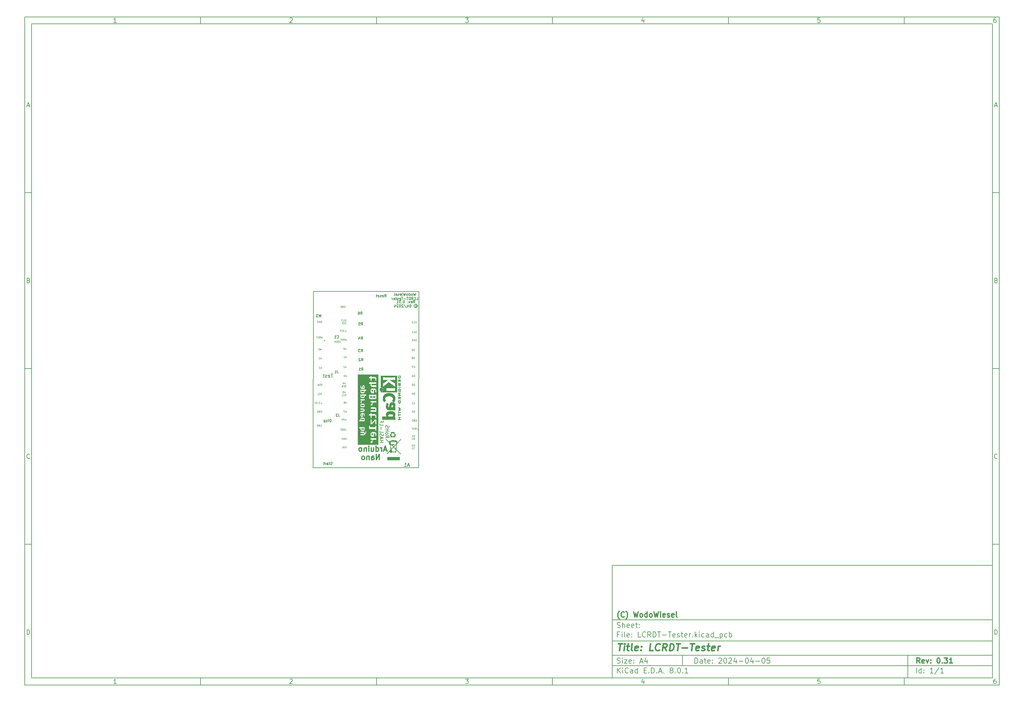
<source format=gbr>
%TF.GenerationSoftware,KiCad,Pcbnew,8.0.1*%
%TF.CreationDate,2024-04-05T21:52:58+02:00*%
%TF.ProjectId,LCRDT-Tester,4c435244-542d-4546-9573-7465722e6b69,0.31*%
%TF.SameCoordinates,PX57bafc0PY83cc3c0*%
%TF.FileFunction,Legend,Bot*%
%TF.FilePolarity,Positive*%
%FSLAX46Y46*%
G04 Gerber Fmt 4.6, Leading zero omitted, Abs format (unit mm)*
G04 Created by KiCad (PCBNEW 8.0.1) date 2024-04-05 21:52:58*
%MOMM*%
%LPD*%
G01*
G04 APERTURE LIST*
%ADD10C,0.100000*%
%ADD11C,0.150000*%
%ADD12C,0.300000*%
%ADD13C,0.400000*%
%ADD14C,0.125000*%
%ADD15C,0.000000*%
%ADD16C,0.010000*%
%TA.AperFunction,Profile*%
%ADD17C,0.150000*%
%TD*%
G04 APERTURE END LIST*
D10*
D11*
X85010200Y-27807200D02*
X193010200Y-27807200D01*
X193010200Y-59807200D01*
X85010200Y-59807200D01*
X85010200Y-27807200D01*
D10*
D11*
X-81992000Y128200000D02*
X195010200Y128200000D01*
X195010200Y-61807200D01*
X-81992000Y-61807200D01*
X-81992000Y128200000D01*
D10*
D11*
X-79992000Y126200000D02*
X193010200Y126200000D01*
X193010200Y-59807200D01*
X-79992000Y-59807200D01*
X-79992000Y126200000D01*
D10*
D11*
X-31992000Y126200000D02*
X-31992000Y128200000D01*
D10*
D11*
X18008000Y126200000D02*
X18008000Y128200000D01*
D10*
D11*
X68008000Y126200000D02*
X68008000Y128200000D01*
D10*
D11*
X118008000Y126200000D02*
X118008000Y128200000D01*
D10*
D11*
X168008000Y126200000D02*
X168008000Y128200000D01*
D10*
D11*
X-55902840Y126606396D02*
X-56645697Y126606396D01*
X-56274269Y126606396D02*
X-56274269Y127906396D01*
X-56274269Y127906396D02*
X-56398078Y127720681D01*
X-56398078Y127720681D02*
X-56521888Y127596872D01*
X-56521888Y127596872D02*
X-56645697Y127534967D01*
D10*
D11*
X-6645697Y127782586D02*
X-6583793Y127844491D01*
X-6583793Y127844491D02*
X-6459983Y127906396D01*
X-6459983Y127906396D02*
X-6150459Y127906396D01*
X-6150459Y127906396D02*
X-6026650Y127844491D01*
X-6026650Y127844491D02*
X-5964745Y127782586D01*
X-5964745Y127782586D02*
X-5902840Y127658777D01*
X-5902840Y127658777D02*
X-5902840Y127534967D01*
X-5902840Y127534967D02*
X-5964745Y127349253D01*
X-5964745Y127349253D02*
X-6707602Y126606396D01*
X-6707602Y126606396D02*
X-5902840Y126606396D01*
D10*
D11*
X43292398Y127906396D02*
X44097160Y127906396D01*
X44097160Y127906396D02*
X43663826Y127411158D01*
X43663826Y127411158D02*
X43849541Y127411158D01*
X43849541Y127411158D02*
X43973350Y127349253D01*
X43973350Y127349253D02*
X44035255Y127287348D01*
X44035255Y127287348D02*
X44097160Y127163539D01*
X44097160Y127163539D02*
X44097160Y126854015D01*
X44097160Y126854015D02*
X44035255Y126730205D01*
X44035255Y126730205D02*
X43973350Y126668300D01*
X43973350Y126668300D02*
X43849541Y126606396D01*
X43849541Y126606396D02*
X43478112Y126606396D01*
X43478112Y126606396D02*
X43354303Y126668300D01*
X43354303Y126668300D02*
X43292398Y126730205D01*
D10*
D11*
X93973350Y127473062D02*
X93973350Y126606396D01*
X93663826Y127968300D02*
X93354303Y127039729D01*
X93354303Y127039729D02*
X94159064Y127039729D01*
D10*
D11*
X144035255Y127906396D02*
X143416207Y127906396D01*
X143416207Y127906396D02*
X143354303Y127287348D01*
X143354303Y127287348D02*
X143416207Y127349253D01*
X143416207Y127349253D02*
X143540017Y127411158D01*
X143540017Y127411158D02*
X143849541Y127411158D01*
X143849541Y127411158D02*
X143973350Y127349253D01*
X143973350Y127349253D02*
X144035255Y127287348D01*
X144035255Y127287348D02*
X144097160Y127163539D01*
X144097160Y127163539D02*
X144097160Y126854015D01*
X144097160Y126854015D02*
X144035255Y126730205D01*
X144035255Y126730205D02*
X143973350Y126668300D01*
X143973350Y126668300D02*
X143849541Y126606396D01*
X143849541Y126606396D02*
X143540017Y126606396D01*
X143540017Y126606396D02*
X143416207Y126668300D01*
X143416207Y126668300D02*
X143354303Y126730205D01*
D10*
D11*
X193973350Y127906396D02*
X193725731Y127906396D01*
X193725731Y127906396D02*
X193601922Y127844491D01*
X193601922Y127844491D02*
X193540017Y127782586D01*
X193540017Y127782586D02*
X193416207Y127596872D01*
X193416207Y127596872D02*
X193354303Y127349253D01*
X193354303Y127349253D02*
X193354303Y126854015D01*
X193354303Y126854015D02*
X193416207Y126730205D01*
X193416207Y126730205D02*
X193478112Y126668300D01*
X193478112Y126668300D02*
X193601922Y126606396D01*
X193601922Y126606396D02*
X193849541Y126606396D01*
X193849541Y126606396D02*
X193973350Y126668300D01*
X193973350Y126668300D02*
X194035255Y126730205D01*
X194035255Y126730205D02*
X194097160Y126854015D01*
X194097160Y126854015D02*
X194097160Y127163539D01*
X194097160Y127163539D02*
X194035255Y127287348D01*
X194035255Y127287348D02*
X193973350Y127349253D01*
X193973350Y127349253D02*
X193849541Y127411158D01*
X193849541Y127411158D02*
X193601922Y127411158D01*
X193601922Y127411158D02*
X193478112Y127349253D01*
X193478112Y127349253D02*
X193416207Y127287348D01*
X193416207Y127287348D02*
X193354303Y127163539D01*
D10*
D11*
X-31992000Y-59807200D02*
X-31992000Y-61807200D01*
D10*
D11*
X18008000Y-59807200D02*
X18008000Y-61807200D01*
D10*
D11*
X68008000Y-59807200D02*
X68008000Y-61807200D01*
D10*
D11*
X118008000Y-59807200D02*
X118008000Y-61807200D01*
D10*
D11*
X168008000Y-59807200D02*
X168008000Y-61807200D01*
D10*
D11*
X-55902840Y-61400804D02*
X-56645697Y-61400804D01*
X-56274269Y-61400804D02*
X-56274269Y-60100804D01*
X-56274269Y-60100804D02*
X-56398078Y-60286519D01*
X-56398078Y-60286519D02*
X-56521888Y-60410328D01*
X-56521888Y-60410328D02*
X-56645697Y-60472233D01*
D10*
D11*
X-6645697Y-60224614D02*
X-6583793Y-60162709D01*
X-6583793Y-60162709D02*
X-6459983Y-60100804D01*
X-6459983Y-60100804D02*
X-6150459Y-60100804D01*
X-6150459Y-60100804D02*
X-6026650Y-60162709D01*
X-6026650Y-60162709D02*
X-5964745Y-60224614D01*
X-5964745Y-60224614D02*
X-5902840Y-60348423D01*
X-5902840Y-60348423D02*
X-5902840Y-60472233D01*
X-5902840Y-60472233D02*
X-5964745Y-60657947D01*
X-5964745Y-60657947D02*
X-6707602Y-61400804D01*
X-6707602Y-61400804D02*
X-5902840Y-61400804D01*
D10*
D11*
X43292398Y-60100804D02*
X44097160Y-60100804D01*
X44097160Y-60100804D02*
X43663826Y-60596042D01*
X43663826Y-60596042D02*
X43849541Y-60596042D01*
X43849541Y-60596042D02*
X43973350Y-60657947D01*
X43973350Y-60657947D02*
X44035255Y-60719852D01*
X44035255Y-60719852D02*
X44097160Y-60843661D01*
X44097160Y-60843661D02*
X44097160Y-61153185D01*
X44097160Y-61153185D02*
X44035255Y-61276995D01*
X44035255Y-61276995D02*
X43973350Y-61338900D01*
X43973350Y-61338900D02*
X43849541Y-61400804D01*
X43849541Y-61400804D02*
X43478112Y-61400804D01*
X43478112Y-61400804D02*
X43354303Y-61338900D01*
X43354303Y-61338900D02*
X43292398Y-61276995D01*
D10*
D11*
X93973350Y-60534138D02*
X93973350Y-61400804D01*
X93663826Y-60038900D02*
X93354303Y-60967471D01*
X93354303Y-60967471D02*
X94159064Y-60967471D01*
D10*
D11*
X144035255Y-60100804D02*
X143416207Y-60100804D01*
X143416207Y-60100804D02*
X143354303Y-60719852D01*
X143354303Y-60719852D02*
X143416207Y-60657947D01*
X143416207Y-60657947D02*
X143540017Y-60596042D01*
X143540017Y-60596042D02*
X143849541Y-60596042D01*
X143849541Y-60596042D02*
X143973350Y-60657947D01*
X143973350Y-60657947D02*
X144035255Y-60719852D01*
X144035255Y-60719852D02*
X144097160Y-60843661D01*
X144097160Y-60843661D02*
X144097160Y-61153185D01*
X144097160Y-61153185D02*
X144035255Y-61276995D01*
X144035255Y-61276995D02*
X143973350Y-61338900D01*
X143973350Y-61338900D02*
X143849541Y-61400804D01*
X143849541Y-61400804D02*
X143540017Y-61400804D01*
X143540017Y-61400804D02*
X143416207Y-61338900D01*
X143416207Y-61338900D02*
X143354303Y-61276995D01*
D10*
D11*
X193973350Y-60100804D02*
X193725731Y-60100804D01*
X193725731Y-60100804D02*
X193601922Y-60162709D01*
X193601922Y-60162709D02*
X193540017Y-60224614D01*
X193540017Y-60224614D02*
X193416207Y-60410328D01*
X193416207Y-60410328D02*
X193354303Y-60657947D01*
X193354303Y-60657947D02*
X193354303Y-61153185D01*
X193354303Y-61153185D02*
X193416207Y-61276995D01*
X193416207Y-61276995D02*
X193478112Y-61338900D01*
X193478112Y-61338900D02*
X193601922Y-61400804D01*
X193601922Y-61400804D02*
X193849541Y-61400804D01*
X193849541Y-61400804D02*
X193973350Y-61338900D01*
X193973350Y-61338900D02*
X194035255Y-61276995D01*
X194035255Y-61276995D02*
X194097160Y-61153185D01*
X194097160Y-61153185D02*
X194097160Y-60843661D01*
X194097160Y-60843661D02*
X194035255Y-60719852D01*
X194035255Y-60719852D02*
X193973350Y-60657947D01*
X193973350Y-60657947D02*
X193849541Y-60596042D01*
X193849541Y-60596042D02*
X193601922Y-60596042D01*
X193601922Y-60596042D02*
X193478112Y-60657947D01*
X193478112Y-60657947D02*
X193416207Y-60719852D01*
X193416207Y-60719852D02*
X193354303Y-60843661D01*
D10*
D11*
X-81992000Y78200000D02*
X-79992000Y78200000D01*
D10*
D11*
X-81992000Y28200000D02*
X-79992000Y28200000D01*
D10*
D11*
X-81992000Y-21800000D02*
X-79992000Y-21800000D01*
D10*
D11*
X-81301524Y102977824D02*
X-80682477Y102977824D01*
X-81425334Y102606396D02*
X-80992001Y103906396D01*
X-80992001Y103906396D02*
X-80558667Y102606396D01*
D10*
D11*
X-80899143Y53287348D02*
X-80713429Y53225443D01*
X-80713429Y53225443D02*
X-80651524Y53163539D01*
X-80651524Y53163539D02*
X-80589620Y53039729D01*
X-80589620Y53039729D02*
X-80589620Y52854015D01*
X-80589620Y52854015D02*
X-80651524Y52730205D01*
X-80651524Y52730205D02*
X-80713429Y52668300D01*
X-80713429Y52668300D02*
X-80837239Y52606396D01*
X-80837239Y52606396D02*
X-81332477Y52606396D01*
X-81332477Y52606396D02*
X-81332477Y53906396D01*
X-81332477Y53906396D02*
X-80899143Y53906396D01*
X-80899143Y53906396D02*
X-80775334Y53844491D01*
X-80775334Y53844491D02*
X-80713429Y53782586D01*
X-80713429Y53782586D02*
X-80651524Y53658777D01*
X-80651524Y53658777D02*
X-80651524Y53534967D01*
X-80651524Y53534967D02*
X-80713429Y53411158D01*
X-80713429Y53411158D02*
X-80775334Y53349253D01*
X-80775334Y53349253D02*
X-80899143Y53287348D01*
X-80899143Y53287348D02*
X-81332477Y53287348D01*
D10*
D11*
X-80589620Y2730205D02*
X-80651524Y2668300D01*
X-80651524Y2668300D02*
X-80837239Y2606396D01*
X-80837239Y2606396D02*
X-80961048Y2606396D01*
X-80961048Y2606396D02*
X-81146762Y2668300D01*
X-81146762Y2668300D02*
X-81270572Y2792110D01*
X-81270572Y2792110D02*
X-81332477Y2915920D01*
X-81332477Y2915920D02*
X-81394381Y3163539D01*
X-81394381Y3163539D02*
X-81394381Y3349253D01*
X-81394381Y3349253D02*
X-81332477Y3596872D01*
X-81332477Y3596872D02*
X-81270572Y3720681D01*
X-81270572Y3720681D02*
X-81146762Y3844491D01*
X-81146762Y3844491D02*
X-80961048Y3906396D01*
X-80961048Y3906396D02*
X-80837239Y3906396D01*
X-80837239Y3906396D02*
X-80651524Y3844491D01*
X-80651524Y3844491D02*
X-80589620Y3782586D01*
D10*
D11*
X-81332477Y-47393604D02*
X-81332477Y-46093604D01*
X-81332477Y-46093604D02*
X-81022953Y-46093604D01*
X-81022953Y-46093604D02*
X-80837239Y-46155509D01*
X-80837239Y-46155509D02*
X-80713429Y-46279319D01*
X-80713429Y-46279319D02*
X-80651524Y-46403128D01*
X-80651524Y-46403128D02*
X-80589620Y-46650747D01*
X-80589620Y-46650747D02*
X-80589620Y-46836461D01*
X-80589620Y-46836461D02*
X-80651524Y-47084080D01*
X-80651524Y-47084080D02*
X-80713429Y-47207890D01*
X-80713429Y-47207890D02*
X-80837239Y-47331700D01*
X-80837239Y-47331700D02*
X-81022953Y-47393604D01*
X-81022953Y-47393604D02*
X-81332477Y-47393604D01*
D10*
D11*
X195010200Y78200000D02*
X193010200Y78200000D01*
D10*
D11*
X195010200Y28200000D02*
X193010200Y28200000D01*
D10*
D11*
X195010200Y-21800000D02*
X193010200Y-21800000D01*
D10*
D11*
X193700676Y102977824D02*
X194319723Y102977824D01*
X193576866Y102606396D02*
X194010199Y103906396D01*
X194010199Y103906396D02*
X194443533Y102606396D01*
D10*
D11*
X194103057Y53287348D02*
X194288771Y53225443D01*
X194288771Y53225443D02*
X194350676Y53163539D01*
X194350676Y53163539D02*
X194412580Y53039729D01*
X194412580Y53039729D02*
X194412580Y52854015D01*
X194412580Y52854015D02*
X194350676Y52730205D01*
X194350676Y52730205D02*
X194288771Y52668300D01*
X194288771Y52668300D02*
X194164961Y52606396D01*
X194164961Y52606396D02*
X193669723Y52606396D01*
X193669723Y52606396D02*
X193669723Y53906396D01*
X193669723Y53906396D02*
X194103057Y53906396D01*
X194103057Y53906396D02*
X194226866Y53844491D01*
X194226866Y53844491D02*
X194288771Y53782586D01*
X194288771Y53782586D02*
X194350676Y53658777D01*
X194350676Y53658777D02*
X194350676Y53534967D01*
X194350676Y53534967D02*
X194288771Y53411158D01*
X194288771Y53411158D02*
X194226866Y53349253D01*
X194226866Y53349253D02*
X194103057Y53287348D01*
X194103057Y53287348D02*
X193669723Y53287348D01*
D10*
D11*
X194412580Y2730205D02*
X194350676Y2668300D01*
X194350676Y2668300D02*
X194164961Y2606396D01*
X194164961Y2606396D02*
X194041152Y2606396D01*
X194041152Y2606396D02*
X193855438Y2668300D01*
X193855438Y2668300D02*
X193731628Y2792110D01*
X193731628Y2792110D02*
X193669723Y2915920D01*
X193669723Y2915920D02*
X193607819Y3163539D01*
X193607819Y3163539D02*
X193607819Y3349253D01*
X193607819Y3349253D02*
X193669723Y3596872D01*
X193669723Y3596872D02*
X193731628Y3720681D01*
X193731628Y3720681D02*
X193855438Y3844491D01*
X193855438Y3844491D02*
X194041152Y3906396D01*
X194041152Y3906396D02*
X194164961Y3906396D01*
X194164961Y3906396D02*
X194350676Y3844491D01*
X194350676Y3844491D02*
X194412580Y3782586D01*
D10*
D11*
X193669723Y-47393604D02*
X193669723Y-46093604D01*
X193669723Y-46093604D02*
X193979247Y-46093604D01*
X193979247Y-46093604D02*
X194164961Y-46155509D01*
X194164961Y-46155509D02*
X194288771Y-46279319D01*
X194288771Y-46279319D02*
X194350676Y-46403128D01*
X194350676Y-46403128D02*
X194412580Y-46650747D01*
X194412580Y-46650747D02*
X194412580Y-46836461D01*
X194412580Y-46836461D02*
X194350676Y-47084080D01*
X194350676Y-47084080D02*
X194288771Y-47207890D01*
X194288771Y-47207890D02*
X194164961Y-47331700D01*
X194164961Y-47331700D02*
X193979247Y-47393604D01*
X193979247Y-47393604D02*
X193669723Y-47393604D01*
D10*
D11*
X108466026Y-55593328D02*
X108466026Y-54093328D01*
X108466026Y-54093328D02*
X108823169Y-54093328D01*
X108823169Y-54093328D02*
X109037455Y-54164757D01*
X109037455Y-54164757D02*
X109180312Y-54307614D01*
X109180312Y-54307614D02*
X109251741Y-54450471D01*
X109251741Y-54450471D02*
X109323169Y-54736185D01*
X109323169Y-54736185D02*
X109323169Y-54950471D01*
X109323169Y-54950471D02*
X109251741Y-55236185D01*
X109251741Y-55236185D02*
X109180312Y-55379042D01*
X109180312Y-55379042D02*
X109037455Y-55521900D01*
X109037455Y-55521900D02*
X108823169Y-55593328D01*
X108823169Y-55593328D02*
X108466026Y-55593328D01*
X110608884Y-55593328D02*
X110608884Y-54807614D01*
X110608884Y-54807614D02*
X110537455Y-54664757D01*
X110537455Y-54664757D02*
X110394598Y-54593328D01*
X110394598Y-54593328D02*
X110108884Y-54593328D01*
X110108884Y-54593328D02*
X109966026Y-54664757D01*
X110608884Y-55521900D02*
X110466026Y-55593328D01*
X110466026Y-55593328D02*
X110108884Y-55593328D01*
X110108884Y-55593328D02*
X109966026Y-55521900D01*
X109966026Y-55521900D02*
X109894598Y-55379042D01*
X109894598Y-55379042D02*
X109894598Y-55236185D01*
X109894598Y-55236185D02*
X109966026Y-55093328D01*
X109966026Y-55093328D02*
X110108884Y-55021900D01*
X110108884Y-55021900D02*
X110466026Y-55021900D01*
X110466026Y-55021900D02*
X110608884Y-54950471D01*
X111108884Y-54593328D02*
X111680312Y-54593328D01*
X111323169Y-54093328D02*
X111323169Y-55379042D01*
X111323169Y-55379042D02*
X111394598Y-55521900D01*
X111394598Y-55521900D02*
X111537455Y-55593328D01*
X111537455Y-55593328D02*
X111680312Y-55593328D01*
X112751741Y-55521900D02*
X112608884Y-55593328D01*
X112608884Y-55593328D02*
X112323170Y-55593328D01*
X112323170Y-55593328D02*
X112180312Y-55521900D01*
X112180312Y-55521900D02*
X112108884Y-55379042D01*
X112108884Y-55379042D02*
X112108884Y-54807614D01*
X112108884Y-54807614D02*
X112180312Y-54664757D01*
X112180312Y-54664757D02*
X112323170Y-54593328D01*
X112323170Y-54593328D02*
X112608884Y-54593328D01*
X112608884Y-54593328D02*
X112751741Y-54664757D01*
X112751741Y-54664757D02*
X112823170Y-54807614D01*
X112823170Y-54807614D02*
X112823170Y-54950471D01*
X112823170Y-54950471D02*
X112108884Y-55093328D01*
X113466026Y-55450471D02*
X113537455Y-55521900D01*
X113537455Y-55521900D02*
X113466026Y-55593328D01*
X113466026Y-55593328D02*
X113394598Y-55521900D01*
X113394598Y-55521900D02*
X113466026Y-55450471D01*
X113466026Y-55450471D02*
X113466026Y-55593328D01*
X113466026Y-54664757D02*
X113537455Y-54736185D01*
X113537455Y-54736185D02*
X113466026Y-54807614D01*
X113466026Y-54807614D02*
X113394598Y-54736185D01*
X113394598Y-54736185D02*
X113466026Y-54664757D01*
X113466026Y-54664757D02*
X113466026Y-54807614D01*
X115251741Y-54236185D02*
X115323169Y-54164757D01*
X115323169Y-54164757D02*
X115466027Y-54093328D01*
X115466027Y-54093328D02*
X115823169Y-54093328D01*
X115823169Y-54093328D02*
X115966027Y-54164757D01*
X115966027Y-54164757D02*
X116037455Y-54236185D01*
X116037455Y-54236185D02*
X116108884Y-54379042D01*
X116108884Y-54379042D02*
X116108884Y-54521900D01*
X116108884Y-54521900D02*
X116037455Y-54736185D01*
X116037455Y-54736185D02*
X115180312Y-55593328D01*
X115180312Y-55593328D02*
X116108884Y-55593328D01*
X117037455Y-54093328D02*
X117180312Y-54093328D01*
X117180312Y-54093328D02*
X117323169Y-54164757D01*
X117323169Y-54164757D02*
X117394598Y-54236185D01*
X117394598Y-54236185D02*
X117466026Y-54379042D01*
X117466026Y-54379042D02*
X117537455Y-54664757D01*
X117537455Y-54664757D02*
X117537455Y-55021900D01*
X117537455Y-55021900D02*
X117466026Y-55307614D01*
X117466026Y-55307614D02*
X117394598Y-55450471D01*
X117394598Y-55450471D02*
X117323169Y-55521900D01*
X117323169Y-55521900D02*
X117180312Y-55593328D01*
X117180312Y-55593328D02*
X117037455Y-55593328D01*
X117037455Y-55593328D02*
X116894598Y-55521900D01*
X116894598Y-55521900D02*
X116823169Y-55450471D01*
X116823169Y-55450471D02*
X116751740Y-55307614D01*
X116751740Y-55307614D02*
X116680312Y-55021900D01*
X116680312Y-55021900D02*
X116680312Y-54664757D01*
X116680312Y-54664757D02*
X116751740Y-54379042D01*
X116751740Y-54379042D02*
X116823169Y-54236185D01*
X116823169Y-54236185D02*
X116894598Y-54164757D01*
X116894598Y-54164757D02*
X117037455Y-54093328D01*
X118108883Y-54236185D02*
X118180311Y-54164757D01*
X118180311Y-54164757D02*
X118323169Y-54093328D01*
X118323169Y-54093328D02*
X118680311Y-54093328D01*
X118680311Y-54093328D02*
X118823169Y-54164757D01*
X118823169Y-54164757D02*
X118894597Y-54236185D01*
X118894597Y-54236185D02*
X118966026Y-54379042D01*
X118966026Y-54379042D02*
X118966026Y-54521900D01*
X118966026Y-54521900D02*
X118894597Y-54736185D01*
X118894597Y-54736185D02*
X118037454Y-55593328D01*
X118037454Y-55593328D02*
X118966026Y-55593328D01*
X120251740Y-54593328D02*
X120251740Y-55593328D01*
X119894597Y-54021900D02*
X119537454Y-55093328D01*
X119537454Y-55093328D02*
X120466025Y-55093328D01*
X121037453Y-55021900D02*
X122180311Y-55021900D01*
X123180311Y-54093328D02*
X123323168Y-54093328D01*
X123323168Y-54093328D02*
X123466025Y-54164757D01*
X123466025Y-54164757D02*
X123537454Y-54236185D01*
X123537454Y-54236185D02*
X123608882Y-54379042D01*
X123608882Y-54379042D02*
X123680311Y-54664757D01*
X123680311Y-54664757D02*
X123680311Y-55021900D01*
X123680311Y-55021900D02*
X123608882Y-55307614D01*
X123608882Y-55307614D02*
X123537454Y-55450471D01*
X123537454Y-55450471D02*
X123466025Y-55521900D01*
X123466025Y-55521900D02*
X123323168Y-55593328D01*
X123323168Y-55593328D02*
X123180311Y-55593328D01*
X123180311Y-55593328D02*
X123037454Y-55521900D01*
X123037454Y-55521900D02*
X122966025Y-55450471D01*
X122966025Y-55450471D02*
X122894596Y-55307614D01*
X122894596Y-55307614D02*
X122823168Y-55021900D01*
X122823168Y-55021900D02*
X122823168Y-54664757D01*
X122823168Y-54664757D02*
X122894596Y-54379042D01*
X122894596Y-54379042D02*
X122966025Y-54236185D01*
X122966025Y-54236185D02*
X123037454Y-54164757D01*
X123037454Y-54164757D02*
X123180311Y-54093328D01*
X124966025Y-54593328D02*
X124966025Y-55593328D01*
X124608882Y-54021900D02*
X124251739Y-55093328D01*
X124251739Y-55093328D02*
X125180310Y-55093328D01*
X125751738Y-55021900D02*
X126894596Y-55021900D01*
X127894596Y-54093328D02*
X128037453Y-54093328D01*
X128037453Y-54093328D02*
X128180310Y-54164757D01*
X128180310Y-54164757D02*
X128251739Y-54236185D01*
X128251739Y-54236185D02*
X128323167Y-54379042D01*
X128323167Y-54379042D02*
X128394596Y-54664757D01*
X128394596Y-54664757D02*
X128394596Y-55021900D01*
X128394596Y-55021900D02*
X128323167Y-55307614D01*
X128323167Y-55307614D02*
X128251739Y-55450471D01*
X128251739Y-55450471D02*
X128180310Y-55521900D01*
X128180310Y-55521900D02*
X128037453Y-55593328D01*
X128037453Y-55593328D02*
X127894596Y-55593328D01*
X127894596Y-55593328D02*
X127751739Y-55521900D01*
X127751739Y-55521900D02*
X127680310Y-55450471D01*
X127680310Y-55450471D02*
X127608881Y-55307614D01*
X127608881Y-55307614D02*
X127537453Y-55021900D01*
X127537453Y-55021900D02*
X127537453Y-54664757D01*
X127537453Y-54664757D02*
X127608881Y-54379042D01*
X127608881Y-54379042D02*
X127680310Y-54236185D01*
X127680310Y-54236185D02*
X127751739Y-54164757D01*
X127751739Y-54164757D02*
X127894596Y-54093328D01*
X129751738Y-54093328D02*
X129037452Y-54093328D01*
X129037452Y-54093328D02*
X128966024Y-54807614D01*
X128966024Y-54807614D02*
X129037452Y-54736185D01*
X129037452Y-54736185D02*
X129180310Y-54664757D01*
X129180310Y-54664757D02*
X129537452Y-54664757D01*
X129537452Y-54664757D02*
X129680310Y-54736185D01*
X129680310Y-54736185D02*
X129751738Y-54807614D01*
X129751738Y-54807614D02*
X129823167Y-54950471D01*
X129823167Y-54950471D02*
X129823167Y-55307614D01*
X129823167Y-55307614D02*
X129751738Y-55450471D01*
X129751738Y-55450471D02*
X129680310Y-55521900D01*
X129680310Y-55521900D02*
X129537452Y-55593328D01*
X129537452Y-55593328D02*
X129180310Y-55593328D01*
X129180310Y-55593328D02*
X129037452Y-55521900D01*
X129037452Y-55521900D02*
X128966024Y-55450471D01*
D10*
D11*
X85010200Y-56307200D02*
X193010200Y-56307200D01*
D10*
D11*
X86466026Y-58393328D02*
X86466026Y-56893328D01*
X87323169Y-58393328D02*
X86680312Y-57536185D01*
X87323169Y-56893328D02*
X86466026Y-57750471D01*
X87966026Y-58393328D02*
X87966026Y-57393328D01*
X87966026Y-56893328D02*
X87894598Y-56964757D01*
X87894598Y-56964757D02*
X87966026Y-57036185D01*
X87966026Y-57036185D02*
X88037455Y-56964757D01*
X88037455Y-56964757D02*
X87966026Y-56893328D01*
X87966026Y-56893328D02*
X87966026Y-57036185D01*
X89537455Y-58250471D02*
X89466027Y-58321900D01*
X89466027Y-58321900D02*
X89251741Y-58393328D01*
X89251741Y-58393328D02*
X89108884Y-58393328D01*
X89108884Y-58393328D02*
X88894598Y-58321900D01*
X88894598Y-58321900D02*
X88751741Y-58179042D01*
X88751741Y-58179042D02*
X88680312Y-58036185D01*
X88680312Y-58036185D02*
X88608884Y-57750471D01*
X88608884Y-57750471D02*
X88608884Y-57536185D01*
X88608884Y-57536185D02*
X88680312Y-57250471D01*
X88680312Y-57250471D02*
X88751741Y-57107614D01*
X88751741Y-57107614D02*
X88894598Y-56964757D01*
X88894598Y-56964757D02*
X89108884Y-56893328D01*
X89108884Y-56893328D02*
X89251741Y-56893328D01*
X89251741Y-56893328D02*
X89466027Y-56964757D01*
X89466027Y-56964757D02*
X89537455Y-57036185D01*
X90823170Y-58393328D02*
X90823170Y-57607614D01*
X90823170Y-57607614D02*
X90751741Y-57464757D01*
X90751741Y-57464757D02*
X90608884Y-57393328D01*
X90608884Y-57393328D02*
X90323170Y-57393328D01*
X90323170Y-57393328D02*
X90180312Y-57464757D01*
X90823170Y-58321900D02*
X90680312Y-58393328D01*
X90680312Y-58393328D02*
X90323170Y-58393328D01*
X90323170Y-58393328D02*
X90180312Y-58321900D01*
X90180312Y-58321900D02*
X90108884Y-58179042D01*
X90108884Y-58179042D02*
X90108884Y-58036185D01*
X90108884Y-58036185D02*
X90180312Y-57893328D01*
X90180312Y-57893328D02*
X90323170Y-57821900D01*
X90323170Y-57821900D02*
X90680312Y-57821900D01*
X90680312Y-57821900D02*
X90823170Y-57750471D01*
X92180313Y-58393328D02*
X92180313Y-56893328D01*
X92180313Y-58321900D02*
X92037455Y-58393328D01*
X92037455Y-58393328D02*
X91751741Y-58393328D01*
X91751741Y-58393328D02*
X91608884Y-58321900D01*
X91608884Y-58321900D02*
X91537455Y-58250471D01*
X91537455Y-58250471D02*
X91466027Y-58107614D01*
X91466027Y-58107614D02*
X91466027Y-57679042D01*
X91466027Y-57679042D02*
X91537455Y-57536185D01*
X91537455Y-57536185D02*
X91608884Y-57464757D01*
X91608884Y-57464757D02*
X91751741Y-57393328D01*
X91751741Y-57393328D02*
X92037455Y-57393328D01*
X92037455Y-57393328D02*
X92180313Y-57464757D01*
X94037455Y-57607614D02*
X94537455Y-57607614D01*
X94751741Y-58393328D02*
X94037455Y-58393328D01*
X94037455Y-58393328D02*
X94037455Y-56893328D01*
X94037455Y-56893328D02*
X94751741Y-56893328D01*
X95394598Y-58250471D02*
X95466027Y-58321900D01*
X95466027Y-58321900D02*
X95394598Y-58393328D01*
X95394598Y-58393328D02*
X95323170Y-58321900D01*
X95323170Y-58321900D02*
X95394598Y-58250471D01*
X95394598Y-58250471D02*
X95394598Y-58393328D01*
X96108884Y-58393328D02*
X96108884Y-56893328D01*
X96108884Y-56893328D02*
X96466027Y-56893328D01*
X96466027Y-56893328D02*
X96680313Y-56964757D01*
X96680313Y-56964757D02*
X96823170Y-57107614D01*
X96823170Y-57107614D02*
X96894599Y-57250471D01*
X96894599Y-57250471D02*
X96966027Y-57536185D01*
X96966027Y-57536185D02*
X96966027Y-57750471D01*
X96966027Y-57750471D02*
X96894599Y-58036185D01*
X96894599Y-58036185D02*
X96823170Y-58179042D01*
X96823170Y-58179042D02*
X96680313Y-58321900D01*
X96680313Y-58321900D02*
X96466027Y-58393328D01*
X96466027Y-58393328D02*
X96108884Y-58393328D01*
X97608884Y-58250471D02*
X97680313Y-58321900D01*
X97680313Y-58321900D02*
X97608884Y-58393328D01*
X97608884Y-58393328D02*
X97537456Y-58321900D01*
X97537456Y-58321900D02*
X97608884Y-58250471D01*
X97608884Y-58250471D02*
X97608884Y-58393328D01*
X98251742Y-57964757D02*
X98966028Y-57964757D01*
X98108885Y-58393328D02*
X98608885Y-56893328D01*
X98608885Y-56893328D02*
X99108885Y-58393328D01*
X99608884Y-58250471D02*
X99680313Y-58321900D01*
X99680313Y-58321900D02*
X99608884Y-58393328D01*
X99608884Y-58393328D02*
X99537456Y-58321900D01*
X99537456Y-58321900D02*
X99608884Y-58250471D01*
X99608884Y-58250471D02*
X99608884Y-58393328D01*
X101680313Y-57536185D02*
X101537456Y-57464757D01*
X101537456Y-57464757D02*
X101466027Y-57393328D01*
X101466027Y-57393328D02*
X101394599Y-57250471D01*
X101394599Y-57250471D02*
X101394599Y-57179042D01*
X101394599Y-57179042D02*
X101466027Y-57036185D01*
X101466027Y-57036185D02*
X101537456Y-56964757D01*
X101537456Y-56964757D02*
X101680313Y-56893328D01*
X101680313Y-56893328D02*
X101966027Y-56893328D01*
X101966027Y-56893328D02*
X102108885Y-56964757D01*
X102108885Y-56964757D02*
X102180313Y-57036185D01*
X102180313Y-57036185D02*
X102251742Y-57179042D01*
X102251742Y-57179042D02*
X102251742Y-57250471D01*
X102251742Y-57250471D02*
X102180313Y-57393328D01*
X102180313Y-57393328D02*
X102108885Y-57464757D01*
X102108885Y-57464757D02*
X101966027Y-57536185D01*
X101966027Y-57536185D02*
X101680313Y-57536185D01*
X101680313Y-57536185D02*
X101537456Y-57607614D01*
X101537456Y-57607614D02*
X101466027Y-57679042D01*
X101466027Y-57679042D02*
X101394599Y-57821900D01*
X101394599Y-57821900D02*
X101394599Y-58107614D01*
X101394599Y-58107614D02*
X101466027Y-58250471D01*
X101466027Y-58250471D02*
X101537456Y-58321900D01*
X101537456Y-58321900D02*
X101680313Y-58393328D01*
X101680313Y-58393328D02*
X101966027Y-58393328D01*
X101966027Y-58393328D02*
X102108885Y-58321900D01*
X102108885Y-58321900D02*
X102180313Y-58250471D01*
X102180313Y-58250471D02*
X102251742Y-58107614D01*
X102251742Y-58107614D02*
X102251742Y-57821900D01*
X102251742Y-57821900D02*
X102180313Y-57679042D01*
X102180313Y-57679042D02*
X102108885Y-57607614D01*
X102108885Y-57607614D02*
X101966027Y-57536185D01*
X102894598Y-58250471D02*
X102966027Y-58321900D01*
X102966027Y-58321900D02*
X102894598Y-58393328D01*
X102894598Y-58393328D02*
X102823170Y-58321900D01*
X102823170Y-58321900D02*
X102894598Y-58250471D01*
X102894598Y-58250471D02*
X102894598Y-58393328D01*
X103894599Y-56893328D02*
X104037456Y-56893328D01*
X104037456Y-56893328D02*
X104180313Y-56964757D01*
X104180313Y-56964757D02*
X104251742Y-57036185D01*
X104251742Y-57036185D02*
X104323170Y-57179042D01*
X104323170Y-57179042D02*
X104394599Y-57464757D01*
X104394599Y-57464757D02*
X104394599Y-57821900D01*
X104394599Y-57821900D02*
X104323170Y-58107614D01*
X104323170Y-58107614D02*
X104251742Y-58250471D01*
X104251742Y-58250471D02*
X104180313Y-58321900D01*
X104180313Y-58321900D02*
X104037456Y-58393328D01*
X104037456Y-58393328D02*
X103894599Y-58393328D01*
X103894599Y-58393328D02*
X103751742Y-58321900D01*
X103751742Y-58321900D02*
X103680313Y-58250471D01*
X103680313Y-58250471D02*
X103608884Y-58107614D01*
X103608884Y-58107614D02*
X103537456Y-57821900D01*
X103537456Y-57821900D02*
X103537456Y-57464757D01*
X103537456Y-57464757D02*
X103608884Y-57179042D01*
X103608884Y-57179042D02*
X103680313Y-57036185D01*
X103680313Y-57036185D02*
X103751742Y-56964757D01*
X103751742Y-56964757D02*
X103894599Y-56893328D01*
X105037455Y-58250471D02*
X105108884Y-58321900D01*
X105108884Y-58321900D02*
X105037455Y-58393328D01*
X105037455Y-58393328D02*
X104966027Y-58321900D01*
X104966027Y-58321900D02*
X105037455Y-58250471D01*
X105037455Y-58250471D02*
X105037455Y-58393328D01*
X106537456Y-58393328D02*
X105680313Y-58393328D01*
X106108884Y-58393328D02*
X106108884Y-56893328D01*
X106108884Y-56893328D02*
X105966027Y-57107614D01*
X105966027Y-57107614D02*
X105823170Y-57250471D01*
X105823170Y-57250471D02*
X105680313Y-57321900D01*
D10*
D11*
X85010200Y-53307200D02*
X193010200Y-53307200D01*
D10*
D12*
X172421853Y-55585528D02*
X171921853Y-54871242D01*
X171564710Y-55585528D02*
X171564710Y-54085528D01*
X171564710Y-54085528D02*
X172136139Y-54085528D01*
X172136139Y-54085528D02*
X172278996Y-54156957D01*
X172278996Y-54156957D02*
X172350425Y-54228385D01*
X172350425Y-54228385D02*
X172421853Y-54371242D01*
X172421853Y-54371242D02*
X172421853Y-54585528D01*
X172421853Y-54585528D02*
X172350425Y-54728385D01*
X172350425Y-54728385D02*
X172278996Y-54799814D01*
X172278996Y-54799814D02*
X172136139Y-54871242D01*
X172136139Y-54871242D02*
X171564710Y-54871242D01*
X173636139Y-55514100D02*
X173493282Y-55585528D01*
X173493282Y-55585528D02*
X173207568Y-55585528D01*
X173207568Y-55585528D02*
X173064710Y-55514100D01*
X173064710Y-55514100D02*
X172993282Y-55371242D01*
X172993282Y-55371242D02*
X172993282Y-54799814D01*
X172993282Y-54799814D02*
X173064710Y-54656957D01*
X173064710Y-54656957D02*
X173207568Y-54585528D01*
X173207568Y-54585528D02*
X173493282Y-54585528D01*
X173493282Y-54585528D02*
X173636139Y-54656957D01*
X173636139Y-54656957D02*
X173707568Y-54799814D01*
X173707568Y-54799814D02*
X173707568Y-54942671D01*
X173707568Y-54942671D02*
X172993282Y-55085528D01*
X174207567Y-54585528D02*
X174564710Y-55585528D01*
X174564710Y-55585528D02*
X174921853Y-54585528D01*
X175493281Y-55442671D02*
X175564710Y-55514100D01*
X175564710Y-55514100D02*
X175493281Y-55585528D01*
X175493281Y-55585528D02*
X175421853Y-55514100D01*
X175421853Y-55514100D02*
X175493281Y-55442671D01*
X175493281Y-55442671D02*
X175493281Y-55585528D01*
X175493281Y-54656957D02*
X175564710Y-54728385D01*
X175564710Y-54728385D02*
X175493281Y-54799814D01*
X175493281Y-54799814D02*
X175421853Y-54728385D01*
X175421853Y-54728385D02*
X175493281Y-54656957D01*
X175493281Y-54656957D02*
X175493281Y-54799814D01*
X177636139Y-54085528D02*
X177778996Y-54085528D01*
X177778996Y-54085528D02*
X177921853Y-54156957D01*
X177921853Y-54156957D02*
X177993282Y-54228385D01*
X177993282Y-54228385D02*
X178064710Y-54371242D01*
X178064710Y-54371242D02*
X178136139Y-54656957D01*
X178136139Y-54656957D02*
X178136139Y-55014100D01*
X178136139Y-55014100D02*
X178064710Y-55299814D01*
X178064710Y-55299814D02*
X177993282Y-55442671D01*
X177993282Y-55442671D02*
X177921853Y-55514100D01*
X177921853Y-55514100D02*
X177778996Y-55585528D01*
X177778996Y-55585528D02*
X177636139Y-55585528D01*
X177636139Y-55585528D02*
X177493282Y-55514100D01*
X177493282Y-55514100D02*
X177421853Y-55442671D01*
X177421853Y-55442671D02*
X177350424Y-55299814D01*
X177350424Y-55299814D02*
X177278996Y-55014100D01*
X177278996Y-55014100D02*
X177278996Y-54656957D01*
X177278996Y-54656957D02*
X177350424Y-54371242D01*
X177350424Y-54371242D02*
X177421853Y-54228385D01*
X177421853Y-54228385D02*
X177493282Y-54156957D01*
X177493282Y-54156957D02*
X177636139Y-54085528D01*
X178778995Y-55442671D02*
X178850424Y-55514100D01*
X178850424Y-55514100D02*
X178778995Y-55585528D01*
X178778995Y-55585528D02*
X178707567Y-55514100D01*
X178707567Y-55514100D02*
X178778995Y-55442671D01*
X178778995Y-55442671D02*
X178778995Y-55585528D01*
X179350424Y-54085528D02*
X180278996Y-54085528D01*
X180278996Y-54085528D02*
X179778996Y-54656957D01*
X179778996Y-54656957D02*
X179993281Y-54656957D01*
X179993281Y-54656957D02*
X180136139Y-54728385D01*
X180136139Y-54728385D02*
X180207567Y-54799814D01*
X180207567Y-54799814D02*
X180278996Y-54942671D01*
X180278996Y-54942671D02*
X180278996Y-55299814D01*
X180278996Y-55299814D02*
X180207567Y-55442671D01*
X180207567Y-55442671D02*
X180136139Y-55514100D01*
X180136139Y-55514100D02*
X179993281Y-55585528D01*
X179993281Y-55585528D02*
X179564710Y-55585528D01*
X179564710Y-55585528D02*
X179421853Y-55514100D01*
X179421853Y-55514100D02*
X179350424Y-55442671D01*
X181707567Y-55585528D02*
X180850424Y-55585528D01*
X181278995Y-55585528D02*
X181278995Y-54085528D01*
X181278995Y-54085528D02*
X181136138Y-54299814D01*
X181136138Y-54299814D02*
X180993281Y-54442671D01*
X180993281Y-54442671D02*
X180850424Y-54514100D01*
D10*
D11*
X86394598Y-55521900D02*
X86608884Y-55593328D01*
X86608884Y-55593328D02*
X86966026Y-55593328D01*
X86966026Y-55593328D02*
X87108884Y-55521900D01*
X87108884Y-55521900D02*
X87180312Y-55450471D01*
X87180312Y-55450471D02*
X87251741Y-55307614D01*
X87251741Y-55307614D02*
X87251741Y-55164757D01*
X87251741Y-55164757D02*
X87180312Y-55021900D01*
X87180312Y-55021900D02*
X87108884Y-54950471D01*
X87108884Y-54950471D02*
X86966026Y-54879042D01*
X86966026Y-54879042D02*
X86680312Y-54807614D01*
X86680312Y-54807614D02*
X86537455Y-54736185D01*
X86537455Y-54736185D02*
X86466026Y-54664757D01*
X86466026Y-54664757D02*
X86394598Y-54521900D01*
X86394598Y-54521900D02*
X86394598Y-54379042D01*
X86394598Y-54379042D02*
X86466026Y-54236185D01*
X86466026Y-54236185D02*
X86537455Y-54164757D01*
X86537455Y-54164757D02*
X86680312Y-54093328D01*
X86680312Y-54093328D02*
X87037455Y-54093328D01*
X87037455Y-54093328D02*
X87251741Y-54164757D01*
X87894597Y-55593328D02*
X87894597Y-54593328D01*
X87894597Y-54093328D02*
X87823169Y-54164757D01*
X87823169Y-54164757D02*
X87894597Y-54236185D01*
X87894597Y-54236185D02*
X87966026Y-54164757D01*
X87966026Y-54164757D02*
X87894597Y-54093328D01*
X87894597Y-54093328D02*
X87894597Y-54236185D01*
X88466026Y-54593328D02*
X89251741Y-54593328D01*
X89251741Y-54593328D02*
X88466026Y-55593328D01*
X88466026Y-55593328D02*
X89251741Y-55593328D01*
X90394598Y-55521900D02*
X90251741Y-55593328D01*
X90251741Y-55593328D02*
X89966027Y-55593328D01*
X89966027Y-55593328D02*
X89823169Y-55521900D01*
X89823169Y-55521900D02*
X89751741Y-55379042D01*
X89751741Y-55379042D02*
X89751741Y-54807614D01*
X89751741Y-54807614D02*
X89823169Y-54664757D01*
X89823169Y-54664757D02*
X89966027Y-54593328D01*
X89966027Y-54593328D02*
X90251741Y-54593328D01*
X90251741Y-54593328D02*
X90394598Y-54664757D01*
X90394598Y-54664757D02*
X90466027Y-54807614D01*
X90466027Y-54807614D02*
X90466027Y-54950471D01*
X90466027Y-54950471D02*
X89751741Y-55093328D01*
X91108883Y-55450471D02*
X91180312Y-55521900D01*
X91180312Y-55521900D02*
X91108883Y-55593328D01*
X91108883Y-55593328D02*
X91037455Y-55521900D01*
X91037455Y-55521900D02*
X91108883Y-55450471D01*
X91108883Y-55450471D02*
X91108883Y-55593328D01*
X91108883Y-54664757D02*
X91180312Y-54736185D01*
X91180312Y-54736185D02*
X91108883Y-54807614D01*
X91108883Y-54807614D02*
X91037455Y-54736185D01*
X91037455Y-54736185D02*
X91108883Y-54664757D01*
X91108883Y-54664757D02*
X91108883Y-54807614D01*
X92894598Y-55164757D02*
X93608884Y-55164757D01*
X92751741Y-55593328D02*
X93251741Y-54093328D01*
X93251741Y-54093328D02*
X93751741Y-55593328D01*
X94894598Y-54593328D02*
X94894598Y-55593328D01*
X94537455Y-54021900D02*
X94180312Y-55093328D01*
X94180312Y-55093328D02*
X95108883Y-55093328D01*
D10*
D11*
X171466026Y-58393328D02*
X171466026Y-56893328D01*
X172823170Y-58393328D02*
X172823170Y-56893328D01*
X172823170Y-58321900D02*
X172680312Y-58393328D01*
X172680312Y-58393328D02*
X172394598Y-58393328D01*
X172394598Y-58393328D02*
X172251741Y-58321900D01*
X172251741Y-58321900D02*
X172180312Y-58250471D01*
X172180312Y-58250471D02*
X172108884Y-58107614D01*
X172108884Y-58107614D02*
X172108884Y-57679042D01*
X172108884Y-57679042D02*
X172180312Y-57536185D01*
X172180312Y-57536185D02*
X172251741Y-57464757D01*
X172251741Y-57464757D02*
X172394598Y-57393328D01*
X172394598Y-57393328D02*
X172680312Y-57393328D01*
X172680312Y-57393328D02*
X172823170Y-57464757D01*
X173537455Y-58250471D02*
X173608884Y-58321900D01*
X173608884Y-58321900D02*
X173537455Y-58393328D01*
X173537455Y-58393328D02*
X173466027Y-58321900D01*
X173466027Y-58321900D02*
X173537455Y-58250471D01*
X173537455Y-58250471D02*
X173537455Y-58393328D01*
X173537455Y-57464757D02*
X173608884Y-57536185D01*
X173608884Y-57536185D02*
X173537455Y-57607614D01*
X173537455Y-57607614D02*
X173466027Y-57536185D01*
X173466027Y-57536185D02*
X173537455Y-57464757D01*
X173537455Y-57464757D02*
X173537455Y-57607614D01*
X176180313Y-58393328D02*
X175323170Y-58393328D01*
X175751741Y-58393328D02*
X175751741Y-56893328D01*
X175751741Y-56893328D02*
X175608884Y-57107614D01*
X175608884Y-57107614D02*
X175466027Y-57250471D01*
X175466027Y-57250471D02*
X175323170Y-57321900D01*
X177894598Y-56821900D02*
X176608884Y-58750471D01*
X179180313Y-58393328D02*
X178323170Y-58393328D01*
X178751741Y-58393328D02*
X178751741Y-56893328D01*
X178751741Y-56893328D02*
X178608884Y-57107614D01*
X178608884Y-57107614D02*
X178466027Y-57250471D01*
X178466027Y-57250471D02*
X178323170Y-57321900D01*
D10*
D11*
X85010200Y-49307200D02*
X193010200Y-49307200D01*
D10*
D13*
X86701928Y-50011638D02*
X87844785Y-50011638D01*
X87023357Y-52011638D02*
X87273357Y-50011638D01*
X88261452Y-52011638D02*
X88428119Y-50678304D01*
X88511452Y-50011638D02*
X88404309Y-50106876D01*
X88404309Y-50106876D02*
X88487643Y-50202114D01*
X88487643Y-50202114D02*
X88594786Y-50106876D01*
X88594786Y-50106876D02*
X88511452Y-50011638D01*
X88511452Y-50011638D02*
X88487643Y-50202114D01*
X89094786Y-50678304D02*
X89856690Y-50678304D01*
X89463833Y-50011638D02*
X89249548Y-51725923D01*
X89249548Y-51725923D02*
X89320976Y-51916400D01*
X89320976Y-51916400D02*
X89499548Y-52011638D01*
X89499548Y-52011638D02*
X89690024Y-52011638D01*
X90642405Y-52011638D02*
X90463833Y-51916400D01*
X90463833Y-51916400D02*
X90392405Y-51725923D01*
X90392405Y-51725923D02*
X90606690Y-50011638D01*
X92178119Y-51916400D02*
X91975738Y-52011638D01*
X91975738Y-52011638D02*
X91594785Y-52011638D01*
X91594785Y-52011638D02*
X91416214Y-51916400D01*
X91416214Y-51916400D02*
X91344785Y-51725923D01*
X91344785Y-51725923D02*
X91440024Y-50964019D01*
X91440024Y-50964019D02*
X91559071Y-50773542D01*
X91559071Y-50773542D02*
X91761452Y-50678304D01*
X91761452Y-50678304D02*
X92142404Y-50678304D01*
X92142404Y-50678304D02*
X92320976Y-50773542D01*
X92320976Y-50773542D02*
X92392404Y-50964019D01*
X92392404Y-50964019D02*
X92368595Y-51154495D01*
X92368595Y-51154495D02*
X91392404Y-51344971D01*
X93142405Y-51821161D02*
X93225738Y-51916400D01*
X93225738Y-51916400D02*
X93118595Y-52011638D01*
X93118595Y-52011638D02*
X93035262Y-51916400D01*
X93035262Y-51916400D02*
X93142405Y-51821161D01*
X93142405Y-51821161D02*
X93118595Y-52011638D01*
X93273357Y-50773542D02*
X93356690Y-50868780D01*
X93356690Y-50868780D02*
X93249548Y-50964019D01*
X93249548Y-50964019D02*
X93166214Y-50868780D01*
X93166214Y-50868780D02*
X93273357Y-50773542D01*
X93273357Y-50773542D02*
X93249548Y-50964019D01*
X96547167Y-52011638D02*
X95594786Y-52011638D01*
X95594786Y-52011638D02*
X95844786Y-50011638D01*
X98380501Y-51821161D02*
X98273358Y-51916400D01*
X98273358Y-51916400D02*
X97975739Y-52011638D01*
X97975739Y-52011638D02*
X97785263Y-52011638D01*
X97785263Y-52011638D02*
X97511453Y-51916400D01*
X97511453Y-51916400D02*
X97344787Y-51725923D01*
X97344787Y-51725923D02*
X97273358Y-51535447D01*
X97273358Y-51535447D02*
X97225739Y-51154495D01*
X97225739Y-51154495D02*
X97261453Y-50868780D01*
X97261453Y-50868780D02*
X97404310Y-50487828D01*
X97404310Y-50487828D02*
X97523358Y-50297352D01*
X97523358Y-50297352D02*
X97737644Y-50106876D01*
X97737644Y-50106876D02*
X98035263Y-50011638D01*
X98035263Y-50011638D02*
X98225739Y-50011638D01*
X98225739Y-50011638D02*
X98499549Y-50106876D01*
X98499549Y-50106876D02*
X98582882Y-50202114D01*
X100356691Y-52011638D02*
X99809072Y-51059257D01*
X99213834Y-52011638D02*
X99463834Y-50011638D01*
X99463834Y-50011638D02*
X100225739Y-50011638D01*
X100225739Y-50011638D02*
X100404310Y-50106876D01*
X100404310Y-50106876D02*
X100487644Y-50202114D01*
X100487644Y-50202114D02*
X100559072Y-50392590D01*
X100559072Y-50392590D02*
X100523358Y-50678304D01*
X100523358Y-50678304D02*
X100404310Y-50868780D01*
X100404310Y-50868780D02*
X100297168Y-50964019D01*
X100297168Y-50964019D02*
X100094787Y-51059257D01*
X100094787Y-51059257D02*
X99332882Y-51059257D01*
X101213834Y-52011638D02*
X101463834Y-50011638D01*
X101463834Y-50011638D02*
X101940025Y-50011638D01*
X101940025Y-50011638D02*
X102213834Y-50106876D01*
X102213834Y-50106876D02*
X102380501Y-50297352D01*
X102380501Y-50297352D02*
X102451929Y-50487828D01*
X102451929Y-50487828D02*
X102499549Y-50868780D01*
X102499549Y-50868780D02*
X102463834Y-51154495D01*
X102463834Y-51154495D02*
X102320977Y-51535447D01*
X102320977Y-51535447D02*
X102201929Y-51725923D01*
X102201929Y-51725923D02*
X101987644Y-51916400D01*
X101987644Y-51916400D02*
X101690025Y-52011638D01*
X101690025Y-52011638D02*
X101213834Y-52011638D01*
X103178120Y-50011638D02*
X104320977Y-50011638D01*
X103499549Y-52011638D02*
X103749549Y-50011638D01*
X104832882Y-51249733D02*
X106356692Y-51249733D01*
X107178120Y-50011638D02*
X108320977Y-50011638D01*
X107499549Y-52011638D02*
X107749549Y-50011638D01*
X109511454Y-51916400D02*
X109309073Y-52011638D01*
X109309073Y-52011638D02*
X108928120Y-52011638D01*
X108928120Y-52011638D02*
X108749549Y-51916400D01*
X108749549Y-51916400D02*
X108678120Y-51725923D01*
X108678120Y-51725923D02*
X108773359Y-50964019D01*
X108773359Y-50964019D02*
X108892406Y-50773542D01*
X108892406Y-50773542D02*
X109094787Y-50678304D01*
X109094787Y-50678304D02*
X109475739Y-50678304D01*
X109475739Y-50678304D02*
X109654311Y-50773542D01*
X109654311Y-50773542D02*
X109725739Y-50964019D01*
X109725739Y-50964019D02*
X109701930Y-51154495D01*
X109701930Y-51154495D02*
X108725739Y-51344971D01*
X110368597Y-51916400D02*
X110547168Y-52011638D01*
X110547168Y-52011638D02*
X110928121Y-52011638D01*
X110928121Y-52011638D02*
X111130502Y-51916400D01*
X111130502Y-51916400D02*
X111249549Y-51725923D01*
X111249549Y-51725923D02*
X111261454Y-51630685D01*
X111261454Y-51630685D02*
X111190025Y-51440209D01*
X111190025Y-51440209D02*
X111011454Y-51344971D01*
X111011454Y-51344971D02*
X110725740Y-51344971D01*
X110725740Y-51344971D02*
X110547168Y-51249733D01*
X110547168Y-51249733D02*
X110475740Y-51059257D01*
X110475740Y-51059257D02*
X110487645Y-50964019D01*
X110487645Y-50964019D02*
X110606692Y-50773542D01*
X110606692Y-50773542D02*
X110809073Y-50678304D01*
X110809073Y-50678304D02*
X111094787Y-50678304D01*
X111094787Y-50678304D02*
X111273359Y-50773542D01*
X111951931Y-50678304D02*
X112713835Y-50678304D01*
X112320978Y-50011638D02*
X112106693Y-51725923D01*
X112106693Y-51725923D02*
X112178121Y-51916400D01*
X112178121Y-51916400D02*
X112356693Y-52011638D01*
X112356693Y-52011638D02*
X112547169Y-52011638D01*
X113987645Y-51916400D02*
X113785264Y-52011638D01*
X113785264Y-52011638D02*
X113404311Y-52011638D01*
X113404311Y-52011638D02*
X113225740Y-51916400D01*
X113225740Y-51916400D02*
X113154311Y-51725923D01*
X113154311Y-51725923D02*
X113249550Y-50964019D01*
X113249550Y-50964019D02*
X113368597Y-50773542D01*
X113368597Y-50773542D02*
X113570978Y-50678304D01*
X113570978Y-50678304D02*
X113951930Y-50678304D01*
X113951930Y-50678304D02*
X114130502Y-50773542D01*
X114130502Y-50773542D02*
X114201930Y-50964019D01*
X114201930Y-50964019D02*
X114178121Y-51154495D01*
X114178121Y-51154495D02*
X113201930Y-51344971D01*
X114928121Y-52011638D02*
X115094788Y-50678304D01*
X115047169Y-51059257D02*
X115166216Y-50868780D01*
X115166216Y-50868780D02*
X115273359Y-50773542D01*
X115273359Y-50773542D02*
X115475740Y-50678304D01*
X115475740Y-50678304D02*
X115666216Y-50678304D01*
D10*
D11*
X86966026Y-47407614D02*
X86466026Y-47407614D01*
X86466026Y-48193328D02*
X86466026Y-46693328D01*
X86466026Y-46693328D02*
X87180312Y-46693328D01*
X87751740Y-48193328D02*
X87751740Y-47193328D01*
X87751740Y-46693328D02*
X87680312Y-46764757D01*
X87680312Y-46764757D02*
X87751740Y-46836185D01*
X87751740Y-46836185D02*
X87823169Y-46764757D01*
X87823169Y-46764757D02*
X87751740Y-46693328D01*
X87751740Y-46693328D02*
X87751740Y-46836185D01*
X88680312Y-48193328D02*
X88537455Y-48121900D01*
X88537455Y-48121900D02*
X88466026Y-47979042D01*
X88466026Y-47979042D02*
X88466026Y-46693328D01*
X89823169Y-48121900D02*
X89680312Y-48193328D01*
X89680312Y-48193328D02*
X89394598Y-48193328D01*
X89394598Y-48193328D02*
X89251740Y-48121900D01*
X89251740Y-48121900D02*
X89180312Y-47979042D01*
X89180312Y-47979042D02*
X89180312Y-47407614D01*
X89180312Y-47407614D02*
X89251740Y-47264757D01*
X89251740Y-47264757D02*
X89394598Y-47193328D01*
X89394598Y-47193328D02*
X89680312Y-47193328D01*
X89680312Y-47193328D02*
X89823169Y-47264757D01*
X89823169Y-47264757D02*
X89894598Y-47407614D01*
X89894598Y-47407614D02*
X89894598Y-47550471D01*
X89894598Y-47550471D02*
X89180312Y-47693328D01*
X90537454Y-48050471D02*
X90608883Y-48121900D01*
X90608883Y-48121900D02*
X90537454Y-48193328D01*
X90537454Y-48193328D02*
X90466026Y-48121900D01*
X90466026Y-48121900D02*
X90537454Y-48050471D01*
X90537454Y-48050471D02*
X90537454Y-48193328D01*
X90537454Y-47264757D02*
X90608883Y-47336185D01*
X90608883Y-47336185D02*
X90537454Y-47407614D01*
X90537454Y-47407614D02*
X90466026Y-47336185D01*
X90466026Y-47336185D02*
X90537454Y-47264757D01*
X90537454Y-47264757D02*
X90537454Y-47407614D01*
X93108883Y-48193328D02*
X92394597Y-48193328D01*
X92394597Y-48193328D02*
X92394597Y-46693328D01*
X94466026Y-48050471D02*
X94394598Y-48121900D01*
X94394598Y-48121900D02*
X94180312Y-48193328D01*
X94180312Y-48193328D02*
X94037455Y-48193328D01*
X94037455Y-48193328D02*
X93823169Y-48121900D01*
X93823169Y-48121900D02*
X93680312Y-47979042D01*
X93680312Y-47979042D02*
X93608883Y-47836185D01*
X93608883Y-47836185D02*
X93537455Y-47550471D01*
X93537455Y-47550471D02*
X93537455Y-47336185D01*
X93537455Y-47336185D02*
X93608883Y-47050471D01*
X93608883Y-47050471D02*
X93680312Y-46907614D01*
X93680312Y-46907614D02*
X93823169Y-46764757D01*
X93823169Y-46764757D02*
X94037455Y-46693328D01*
X94037455Y-46693328D02*
X94180312Y-46693328D01*
X94180312Y-46693328D02*
X94394598Y-46764757D01*
X94394598Y-46764757D02*
X94466026Y-46836185D01*
X95966026Y-48193328D02*
X95466026Y-47479042D01*
X95108883Y-48193328D02*
X95108883Y-46693328D01*
X95108883Y-46693328D02*
X95680312Y-46693328D01*
X95680312Y-46693328D02*
X95823169Y-46764757D01*
X95823169Y-46764757D02*
X95894598Y-46836185D01*
X95894598Y-46836185D02*
X95966026Y-46979042D01*
X95966026Y-46979042D02*
X95966026Y-47193328D01*
X95966026Y-47193328D02*
X95894598Y-47336185D01*
X95894598Y-47336185D02*
X95823169Y-47407614D01*
X95823169Y-47407614D02*
X95680312Y-47479042D01*
X95680312Y-47479042D02*
X95108883Y-47479042D01*
X96608883Y-48193328D02*
X96608883Y-46693328D01*
X96608883Y-46693328D02*
X96966026Y-46693328D01*
X96966026Y-46693328D02*
X97180312Y-46764757D01*
X97180312Y-46764757D02*
X97323169Y-46907614D01*
X97323169Y-46907614D02*
X97394598Y-47050471D01*
X97394598Y-47050471D02*
X97466026Y-47336185D01*
X97466026Y-47336185D02*
X97466026Y-47550471D01*
X97466026Y-47550471D02*
X97394598Y-47836185D01*
X97394598Y-47836185D02*
X97323169Y-47979042D01*
X97323169Y-47979042D02*
X97180312Y-48121900D01*
X97180312Y-48121900D02*
X96966026Y-48193328D01*
X96966026Y-48193328D02*
X96608883Y-48193328D01*
X97894598Y-46693328D02*
X98751741Y-46693328D01*
X98323169Y-48193328D02*
X98323169Y-46693328D01*
X99251740Y-47621900D02*
X100394598Y-47621900D01*
X100894598Y-46693328D02*
X101751741Y-46693328D01*
X101323169Y-48193328D02*
X101323169Y-46693328D01*
X102823169Y-48121900D02*
X102680312Y-48193328D01*
X102680312Y-48193328D02*
X102394598Y-48193328D01*
X102394598Y-48193328D02*
X102251740Y-48121900D01*
X102251740Y-48121900D02*
X102180312Y-47979042D01*
X102180312Y-47979042D02*
X102180312Y-47407614D01*
X102180312Y-47407614D02*
X102251740Y-47264757D01*
X102251740Y-47264757D02*
X102394598Y-47193328D01*
X102394598Y-47193328D02*
X102680312Y-47193328D01*
X102680312Y-47193328D02*
X102823169Y-47264757D01*
X102823169Y-47264757D02*
X102894598Y-47407614D01*
X102894598Y-47407614D02*
X102894598Y-47550471D01*
X102894598Y-47550471D02*
X102180312Y-47693328D01*
X103466026Y-48121900D02*
X103608883Y-48193328D01*
X103608883Y-48193328D02*
X103894597Y-48193328D01*
X103894597Y-48193328D02*
X104037454Y-48121900D01*
X104037454Y-48121900D02*
X104108883Y-47979042D01*
X104108883Y-47979042D02*
X104108883Y-47907614D01*
X104108883Y-47907614D02*
X104037454Y-47764757D01*
X104037454Y-47764757D02*
X103894597Y-47693328D01*
X103894597Y-47693328D02*
X103680312Y-47693328D01*
X103680312Y-47693328D02*
X103537454Y-47621900D01*
X103537454Y-47621900D02*
X103466026Y-47479042D01*
X103466026Y-47479042D02*
X103466026Y-47407614D01*
X103466026Y-47407614D02*
X103537454Y-47264757D01*
X103537454Y-47264757D02*
X103680312Y-47193328D01*
X103680312Y-47193328D02*
X103894597Y-47193328D01*
X103894597Y-47193328D02*
X104037454Y-47264757D01*
X104537455Y-47193328D02*
X105108883Y-47193328D01*
X104751740Y-46693328D02*
X104751740Y-47979042D01*
X104751740Y-47979042D02*
X104823169Y-48121900D01*
X104823169Y-48121900D02*
X104966026Y-48193328D01*
X104966026Y-48193328D02*
X105108883Y-48193328D01*
X106180312Y-48121900D02*
X106037455Y-48193328D01*
X106037455Y-48193328D02*
X105751741Y-48193328D01*
X105751741Y-48193328D02*
X105608883Y-48121900D01*
X105608883Y-48121900D02*
X105537455Y-47979042D01*
X105537455Y-47979042D02*
X105537455Y-47407614D01*
X105537455Y-47407614D02*
X105608883Y-47264757D01*
X105608883Y-47264757D02*
X105751741Y-47193328D01*
X105751741Y-47193328D02*
X106037455Y-47193328D01*
X106037455Y-47193328D02*
X106180312Y-47264757D01*
X106180312Y-47264757D02*
X106251741Y-47407614D01*
X106251741Y-47407614D02*
X106251741Y-47550471D01*
X106251741Y-47550471D02*
X105537455Y-47693328D01*
X106894597Y-48193328D02*
X106894597Y-47193328D01*
X106894597Y-47479042D02*
X106966026Y-47336185D01*
X106966026Y-47336185D02*
X107037455Y-47264757D01*
X107037455Y-47264757D02*
X107180312Y-47193328D01*
X107180312Y-47193328D02*
X107323169Y-47193328D01*
X107823168Y-48050471D02*
X107894597Y-48121900D01*
X107894597Y-48121900D02*
X107823168Y-48193328D01*
X107823168Y-48193328D02*
X107751740Y-48121900D01*
X107751740Y-48121900D02*
X107823168Y-48050471D01*
X107823168Y-48050471D02*
X107823168Y-48193328D01*
X108537454Y-48193328D02*
X108537454Y-46693328D01*
X108680312Y-47621900D02*
X109108883Y-48193328D01*
X109108883Y-47193328D02*
X108537454Y-47764757D01*
X109751740Y-48193328D02*
X109751740Y-47193328D01*
X109751740Y-46693328D02*
X109680312Y-46764757D01*
X109680312Y-46764757D02*
X109751740Y-46836185D01*
X109751740Y-46836185D02*
X109823169Y-46764757D01*
X109823169Y-46764757D02*
X109751740Y-46693328D01*
X109751740Y-46693328D02*
X109751740Y-46836185D01*
X111108884Y-48121900D02*
X110966026Y-48193328D01*
X110966026Y-48193328D02*
X110680312Y-48193328D01*
X110680312Y-48193328D02*
X110537455Y-48121900D01*
X110537455Y-48121900D02*
X110466026Y-48050471D01*
X110466026Y-48050471D02*
X110394598Y-47907614D01*
X110394598Y-47907614D02*
X110394598Y-47479042D01*
X110394598Y-47479042D02*
X110466026Y-47336185D01*
X110466026Y-47336185D02*
X110537455Y-47264757D01*
X110537455Y-47264757D02*
X110680312Y-47193328D01*
X110680312Y-47193328D02*
X110966026Y-47193328D01*
X110966026Y-47193328D02*
X111108884Y-47264757D01*
X112394598Y-48193328D02*
X112394598Y-47407614D01*
X112394598Y-47407614D02*
X112323169Y-47264757D01*
X112323169Y-47264757D02*
X112180312Y-47193328D01*
X112180312Y-47193328D02*
X111894598Y-47193328D01*
X111894598Y-47193328D02*
X111751740Y-47264757D01*
X112394598Y-48121900D02*
X112251740Y-48193328D01*
X112251740Y-48193328D02*
X111894598Y-48193328D01*
X111894598Y-48193328D02*
X111751740Y-48121900D01*
X111751740Y-48121900D02*
X111680312Y-47979042D01*
X111680312Y-47979042D02*
X111680312Y-47836185D01*
X111680312Y-47836185D02*
X111751740Y-47693328D01*
X111751740Y-47693328D02*
X111894598Y-47621900D01*
X111894598Y-47621900D02*
X112251740Y-47621900D01*
X112251740Y-47621900D02*
X112394598Y-47550471D01*
X113751741Y-48193328D02*
X113751741Y-46693328D01*
X113751741Y-48121900D02*
X113608883Y-48193328D01*
X113608883Y-48193328D02*
X113323169Y-48193328D01*
X113323169Y-48193328D02*
X113180312Y-48121900D01*
X113180312Y-48121900D02*
X113108883Y-48050471D01*
X113108883Y-48050471D02*
X113037455Y-47907614D01*
X113037455Y-47907614D02*
X113037455Y-47479042D01*
X113037455Y-47479042D02*
X113108883Y-47336185D01*
X113108883Y-47336185D02*
X113180312Y-47264757D01*
X113180312Y-47264757D02*
X113323169Y-47193328D01*
X113323169Y-47193328D02*
X113608883Y-47193328D01*
X113608883Y-47193328D02*
X113751741Y-47264757D01*
X114108884Y-48336185D02*
X115251741Y-48336185D01*
X115608883Y-47193328D02*
X115608883Y-48693328D01*
X115608883Y-47264757D02*
X115751741Y-47193328D01*
X115751741Y-47193328D02*
X116037455Y-47193328D01*
X116037455Y-47193328D02*
X116180312Y-47264757D01*
X116180312Y-47264757D02*
X116251741Y-47336185D01*
X116251741Y-47336185D02*
X116323169Y-47479042D01*
X116323169Y-47479042D02*
X116323169Y-47907614D01*
X116323169Y-47907614D02*
X116251741Y-48050471D01*
X116251741Y-48050471D02*
X116180312Y-48121900D01*
X116180312Y-48121900D02*
X116037455Y-48193328D01*
X116037455Y-48193328D02*
X115751741Y-48193328D01*
X115751741Y-48193328D02*
X115608883Y-48121900D01*
X117608884Y-48121900D02*
X117466026Y-48193328D01*
X117466026Y-48193328D02*
X117180312Y-48193328D01*
X117180312Y-48193328D02*
X117037455Y-48121900D01*
X117037455Y-48121900D02*
X116966026Y-48050471D01*
X116966026Y-48050471D02*
X116894598Y-47907614D01*
X116894598Y-47907614D02*
X116894598Y-47479042D01*
X116894598Y-47479042D02*
X116966026Y-47336185D01*
X116966026Y-47336185D02*
X117037455Y-47264757D01*
X117037455Y-47264757D02*
X117180312Y-47193328D01*
X117180312Y-47193328D02*
X117466026Y-47193328D01*
X117466026Y-47193328D02*
X117608884Y-47264757D01*
X118251740Y-48193328D02*
X118251740Y-46693328D01*
X118251740Y-47264757D02*
X118394598Y-47193328D01*
X118394598Y-47193328D02*
X118680312Y-47193328D01*
X118680312Y-47193328D02*
X118823169Y-47264757D01*
X118823169Y-47264757D02*
X118894598Y-47336185D01*
X118894598Y-47336185D02*
X118966026Y-47479042D01*
X118966026Y-47479042D02*
X118966026Y-47907614D01*
X118966026Y-47907614D02*
X118894598Y-48050471D01*
X118894598Y-48050471D02*
X118823169Y-48121900D01*
X118823169Y-48121900D02*
X118680312Y-48193328D01*
X118680312Y-48193328D02*
X118394598Y-48193328D01*
X118394598Y-48193328D02*
X118251740Y-48121900D01*
D10*
D11*
X85010200Y-43307200D02*
X193010200Y-43307200D01*
D10*
D11*
X86394598Y-45421900D02*
X86608884Y-45493328D01*
X86608884Y-45493328D02*
X86966026Y-45493328D01*
X86966026Y-45493328D02*
X87108884Y-45421900D01*
X87108884Y-45421900D02*
X87180312Y-45350471D01*
X87180312Y-45350471D02*
X87251741Y-45207614D01*
X87251741Y-45207614D02*
X87251741Y-45064757D01*
X87251741Y-45064757D02*
X87180312Y-44921900D01*
X87180312Y-44921900D02*
X87108884Y-44850471D01*
X87108884Y-44850471D02*
X86966026Y-44779042D01*
X86966026Y-44779042D02*
X86680312Y-44707614D01*
X86680312Y-44707614D02*
X86537455Y-44636185D01*
X86537455Y-44636185D02*
X86466026Y-44564757D01*
X86466026Y-44564757D02*
X86394598Y-44421900D01*
X86394598Y-44421900D02*
X86394598Y-44279042D01*
X86394598Y-44279042D02*
X86466026Y-44136185D01*
X86466026Y-44136185D02*
X86537455Y-44064757D01*
X86537455Y-44064757D02*
X86680312Y-43993328D01*
X86680312Y-43993328D02*
X87037455Y-43993328D01*
X87037455Y-43993328D02*
X87251741Y-44064757D01*
X87894597Y-45493328D02*
X87894597Y-43993328D01*
X88537455Y-45493328D02*
X88537455Y-44707614D01*
X88537455Y-44707614D02*
X88466026Y-44564757D01*
X88466026Y-44564757D02*
X88323169Y-44493328D01*
X88323169Y-44493328D02*
X88108883Y-44493328D01*
X88108883Y-44493328D02*
X87966026Y-44564757D01*
X87966026Y-44564757D02*
X87894597Y-44636185D01*
X89823169Y-45421900D02*
X89680312Y-45493328D01*
X89680312Y-45493328D02*
X89394598Y-45493328D01*
X89394598Y-45493328D02*
X89251740Y-45421900D01*
X89251740Y-45421900D02*
X89180312Y-45279042D01*
X89180312Y-45279042D02*
X89180312Y-44707614D01*
X89180312Y-44707614D02*
X89251740Y-44564757D01*
X89251740Y-44564757D02*
X89394598Y-44493328D01*
X89394598Y-44493328D02*
X89680312Y-44493328D01*
X89680312Y-44493328D02*
X89823169Y-44564757D01*
X89823169Y-44564757D02*
X89894598Y-44707614D01*
X89894598Y-44707614D02*
X89894598Y-44850471D01*
X89894598Y-44850471D02*
X89180312Y-44993328D01*
X91108883Y-45421900D02*
X90966026Y-45493328D01*
X90966026Y-45493328D02*
X90680312Y-45493328D01*
X90680312Y-45493328D02*
X90537454Y-45421900D01*
X90537454Y-45421900D02*
X90466026Y-45279042D01*
X90466026Y-45279042D02*
X90466026Y-44707614D01*
X90466026Y-44707614D02*
X90537454Y-44564757D01*
X90537454Y-44564757D02*
X90680312Y-44493328D01*
X90680312Y-44493328D02*
X90966026Y-44493328D01*
X90966026Y-44493328D02*
X91108883Y-44564757D01*
X91108883Y-44564757D02*
X91180312Y-44707614D01*
X91180312Y-44707614D02*
X91180312Y-44850471D01*
X91180312Y-44850471D02*
X90466026Y-44993328D01*
X91608883Y-44493328D02*
X92180311Y-44493328D01*
X91823168Y-43993328D02*
X91823168Y-45279042D01*
X91823168Y-45279042D02*
X91894597Y-45421900D01*
X91894597Y-45421900D02*
X92037454Y-45493328D01*
X92037454Y-45493328D02*
X92180311Y-45493328D01*
X92680311Y-45350471D02*
X92751740Y-45421900D01*
X92751740Y-45421900D02*
X92680311Y-45493328D01*
X92680311Y-45493328D02*
X92608883Y-45421900D01*
X92608883Y-45421900D02*
X92680311Y-45350471D01*
X92680311Y-45350471D02*
X92680311Y-45493328D01*
X92680311Y-44564757D02*
X92751740Y-44636185D01*
X92751740Y-44636185D02*
X92680311Y-44707614D01*
X92680311Y-44707614D02*
X92608883Y-44636185D01*
X92608883Y-44636185D02*
X92680311Y-44564757D01*
X92680311Y-44564757D02*
X92680311Y-44707614D01*
D10*
D12*
X86993282Y-43056957D02*
X86921853Y-42985528D01*
X86921853Y-42985528D02*
X86778996Y-42771242D01*
X86778996Y-42771242D02*
X86707568Y-42628385D01*
X86707568Y-42628385D02*
X86636139Y-42414100D01*
X86636139Y-42414100D02*
X86564710Y-42056957D01*
X86564710Y-42056957D02*
X86564710Y-41771242D01*
X86564710Y-41771242D02*
X86636139Y-41414100D01*
X86636139Y-41414100D02*
X86707568Y-41199814D01*
X86707568Y-41199814D02*
X86778996Y-41056957D01*
X86778996Y-41056957D02*
X86921853Y-40842671D01*
X86921853Y-40842671D02*
X86993282Y-40771242D01*
X88421853Y-42342671D02*
X88350425Y-42414100D01*
X88350425Y-42414100D02*
X88136139Y-42485528D01*
X88136139Y-42485528D02*
X87993282Y-42485528D01*
X87993282Y-42485528D02*
X87778996Y-42414100D01*
X87778996Y-42414100D02*
X87636139Y-42271242D01*
X87636139Y-42271242D02*
X87564710Y-42128385D01*
X87564710Y-42128385D02*
X87493282Y-41842671D01*
X87493282Y-41842671D02*
X87493282Y-41628385D01*
X87493282Y-41628385D02*
X87564710Y-41342671D01*
X87564710Y-41342671D02*
X87636139Y-41199814D01*
X87636139Y-41199814D02*
X87778996Y-41056957D01*
X87778996Y-41056957D02*
X87993282Y-40985528D01*
X87993282Y-40985528D02*
X88136139Y-40985528D01*
X88136139Y-40985528D02*
X88350425Y-41056957D01*
X88350425Y-41056957D02*
X88421853Y-41128385D01*
X88921853Y-43056957D02*
X88993282Y-42985528D01*
X88993282Y-42985528D02*
X89136139Y-42771242D01*
X89136139Y-42771242D02*
X89207568Y-42628385D01*
X89207568Y-42628385D02*
X89278996Y-42414100D01*
X89278996Y-42414100D02*
X89350425Y-42056957D01*
X89350425Y-42056957D02*
X89350425Y-41771242D01*
X89350425Y-41771242D02*
X89278996Y-41414100D01*
X89278996Y-41414100D02*
X89207568Y-41199814D01*
X89207568Y-41199814D02*
X89136139Y-41056957D01*
X89136139Y-41056957D02*
X88993282Y-40842671D01*
X88993282Y-40842671D02*
X88921853Y-40771242D01*
X91064710Y-40985528D02*
X91421853Y-42485528D01*
X91421853Y-42485528D02*
X91707567Y-41414100D01*
X91707567Y-41414100D02*
X91993282Y-42485528D01*
X91993282Y-42485528D02*
X92350425Y-40985528D01*
X93136139Y-42485528D02*
X92993282Y-42414100D01*
X92993282Y-42414100D02*
X92921853Y-42342671D01*
X92921853Y-42342671D02*
X92850425Y-42199814D01*
X92850425Y-42199814D02*
X92850425Y-41771242D01*
X92850425Y-41771242D02*
X92921853Y-41628385D01*
X92921853Y-41628385D02*
X92993282Y-41556957D01*
X92993282Y-41556957D02*
X93136139Y-41485528D01*
X93136139Y-41485528D02*
X93350425Y-41485528D01*
X93350425Y-41485528D02*
X93493282Y-41556957D01*
X93493282Y-41556957D02*
X93564711Y-41628385D01*
X93564711Y-41628385D02*
X93636139Y-41771242D01*
X93636139Y-41771242D02*
X93636139Y-42199814D01*
X93636139Y-42199814D02*
X93564711Y-42342671D01*
X93564711Y-42342671D02*
X93493282Y-42414100D01*
X93493282Y-42414100D02*
X93350425Y-42485528D01*
X93350425Y-42485528D02*
X93136139Y-42485528D01*
X94921854Y-42485528D02*
X94921854Y-40985528D01*
X94921854Y-42414100D02*
X94778996Y-42485528D01*
X94778996Y-42485528D02*
X94493282Y-42485528D01*
X94493282Y-42485528D02*
X94350425Y-42414100D01*
X94350425Y-42414100D02*
X94278996Y-42342671D01*
X94278996Y-42342671D02*
X94207568Y-42199814D01*
X94207568Y-42199814D02*
X94207568Y-41771242D01*
X94207568Y-41771242D02*
X94278996Y-41628385D01*
X94278996Y-41628385D02*
X94350425Y-41556957D01*
X94350425Y-41556957D02*
X94493282Y-41485528D01*
X94493282Y-41485528D02*
X94778996Y-41485528D01*
X94778996Y-41485528D02*
X94921854Y-41556957D01*
X95850425Y-42485528D02*
X95707568Y-42414100D01*
X95707568Y-42414100D02*
X95636139Y-42342671D01*
X95636139Y-42342671D02*
X95564711Y-42199814D01*
X95564711Y-42199814D02*
X95564711Y-41771242D01*
X95564711Y-41771242D02*
X95636139Y-41628385D01*
X95636139Y-41628385D02*
X95707568Y-41556957D01*
X95707568Y-41556957D02*
X95850425Y-41485528D01*
X95850425Y-41485528D02*
X96064711Y-41485528D01*
X96064711Y-41485528D02*
X96207568Y-41556957D01*
X96207568Y-41556957D02*
X96278997Y-41628385D01*
X96278997Y-41628385D02*
X96350425Y-41771242D01*
X96350425Y-41771242D02*
X96350425Y-42199814D01*
X96350425Y-42199814D02*
X96278997Y-42342671D01*
X96278997Y-42342671D02*
X96207568Y-42414100D01*
X96207568Y-42414100D02*
X96064711Y-42485528D01*
X96064711Y-42485528D02*
X95850425Y-42485528D01*
X96850425Y-40985528D02*
X97207568Y-42485528D01*
X97207568Y-42485528D02*
X97493282Y-41414100D01*
X97493282Y-41414100D02*
X97778997Y-42485528D01*
X97778997Y-42485528D02*
X98136140Y-40985528D01*
X98707568Y-42485528D02*
X98707568Y-41485528D01*
X98707568Y-40985528D02*
X98636140Y-41056957D01*
X98636140Y-41056957D02*
X98707568Y-41128385D01*
X98707568Y-41128385D02*
X98778997Y-41056957D01*
X98778997Y-41056957D02*
X98707568Y-40985528D01*
X98707568Y-40985528D02*
X98707568Y-41128385D01*
X99993283Y-42414100D02*
X99850426Y-42485528D01*
X99850426Y-42485528D02*
X99564712Y-42485528D01*
X99564712Y-42485528D02*
X99421854Y-42414100D01*
X99421854Y-42414100D02*
X99350426Y-42271242D01*
X99350426Y-42271242D02*
X99350426Y-41699814D01*
X99350426Y-41699814D02*
X99421854Y-41556957D01*
X99421854Y-41556957D02*
X99564712Y-41485528D01*
X99564712Y-41485528D02*
X99850426Y-41485528D01*
X99850426Y-41485528D02*
X99993283Y-41556957D01*
X99993283Y-41556957D02*
X100064712Y-41699814D01*
X100064712Y-41699814D02*
X100064712Y-41842671D01*
X100064712Y-41842671D02*
X99350426Y-41985528D01*
X100636140Y-42414100D02*
X100778997Y-42485528D01*
X100778997Y-42485528D02*
X101064711Y-42485528D01*
X101064711Y-42485528D02*
X101207568Y-42414100D01*
X101207568Y-42414100D02*
X101278997Y-42271242D01*
X101278997Y-42271242D02*
X101278997Y-42199814D01*
X101278997Y-42199814D02*
X101207568Y-42056957D01*
X101207568Y-42056957D02*
X101064711Y-41985528D01*
X101064711Y-41985528D02*
X100850426Y-41985528D01*
X100850426Y-41985528D02*
X100707568Y-41914100D01*
X100707568Y-41914100D02*
X100636140Y-41771242D01*
X100636140Y-41771242D02*
X100636140Y-41699814D01*
X100636140Y-41699814D02*
X100707568Y-41556957D01*
X100707568Y-41556957D02*
X100850426Y-41485528D01*
X100850426Y-41485528D02*
X101064711Y-41485528D01*
X101064711Y-41485528D02*
X101207568Y-41556957D01*
X102493283Y-42414100D02*
X102350426Y-42485528D01*
X102350426Y-42485528D02*
X102064712Y-42485528D01*
X102064712Y-42485528D02*
X101921854Y-42414100D01*
X101921854Y-42414100D02*
X101850426Y-42271242D01*
X101850426Y-42271242D02*
X101850426Y-41699814D01*
X101850426Y-41699814D02*
X101921854Y-41556957D01*
X101921854Y-41556957D02*
X102064712Y-41485528D01*
X102064712Y-41485528D02*
X102350426Y-41485528D01*
X102350426Y-41485528D02*
X102493283Y-41556957D01*
X102493283Y-41556957D02*
X102564712Y-41699814D01*
X102564712Y-41699814D02*
X102564712Y-41842671D01*
X102564712Y-41842671D02*
X101850426Y-41985528D01*
X103421854Y-42485528D02*
X103278997Y-42414100D01*
X103278997Y-42414100D02*
X103207568Y-42271242D01*
X103207568Y-42271242D02*
X103207568Y-40985528D01*
D10*
D11*
D10*
D11*
D10*
D11*
D10*
D11*
D10*
D11*
X105010200Y-53307200D02*
X105010200Y-56307200D01*
D10*
D11*
X169010200Y-53307200D02*
X169010200Y-59807200D01*
D14*
X9090641Y23930534D02*
X8852546Y23930534D01*
X9138260Y23787677D02*
X8971594Y24287677D01*
X8971594Y24287677D02*
X8804927Y23787677D01*
X8423975Y24121010D02*
X8423975Y23787677D01*
X8543023Y24311486D02*
X8662070Y23954344D01*
X8662070Y23954344D02*
X8352547Y23954344D01*
X9340641Y23006514D02*
X9269213Y22982705D01*
X9269213Y22982705D02*
X9150165Y22982705D01*
X9150165Y22982705D02*
X9102546Y23006514D01*
X9102546Y23006514D02*
X9078737Y23030324D01*
X9078737Y23030324D02*
X9054927Y23077943D01*
X9054927Y23077943D02*
X9054927Y23125562D01*
X9054927Y23125562D02*
X9078737Y23173181D01*
X9078737Y23173181D02*
X9102546Y23196991D01*
X9102546Y23196991D02*
X9150165Y23220800D01*
X9150165Y23220800D02*
X9245403Y23244610D01*
X9245403Y23244610D02*
X9293022Y23268419D01*
X9293022Y23268419D02*
X9316832Y23292229D01*
X9316832Y23292229D02*
X9340641Y23339848D01*
X9340641Y23339848D02*
X9340641Y23387467D01*
X9340641Y23387467D02*
X9316832Y23435086D01*
X9316832Y23435086D02*
X9293022Y23458895D01*
X9293022Y23458895D02*
X9245403Y23482705D01*
X9245403Y23482705D02*
X9126356Y23482705D01*
X9126356Y23482705D02*
X9054927Y23458895D01*
X8840642Y22982705D02*
X8840642Y23482705D01*
X8840642Y23482705D02*
X8721594Y23482705D01*
X8721594Y23482705D02*
X8650166Y23458895D01*
X8650166Y23458895D02*
X8602547Y23411276D01*
X8602547Y23411276D02*
X8578737Y23363657D01*
X8578737Y23363657D02*
X8554928Y23268419D01*
X8554928Y23268419D02*
X8554928Y23196991D01*
X8554928Y23196991D02*
X8578737Y23101753D01*
X8578737Y23101753D02*
X8602547Y23054134D01*
X8602547Y23054134D02*
X8650166Y23006514D01*
X8650166Y23006514D02*
X8721594Y22982705D01*
X8721594Y22982705D02*
X8840642Y22982705D01*
X8364451Y23125562D02*
X8126356Y23125562D01*
X8412070Y22982705D02*
X8245404Y23482705D01*
X8245404Y23482705D02*
X8078737Y22982705D01*
X9393108Y18436442D02*
X9155013Y18436442D01*
X9440727Y18293585D02*
X9274061Y18793585D01*
X9274061Y18793585D02*
X9107394Y18293585D01*
X8726442Y18793585D02*
X8821680Y18793585D01*
X8821680Y18793585D02*
X8869299Y18769775D01*
X8869299Y18769775D02*
X8893109Y18745966D01*
X8893109Y18745966D02*
X8940728Y18674537D01*
X8940728Y18674537D02*
X8964537Y18579299D01*
X8964537Y18579299D02*
X8964537Y18388823D01*
X8964537Y18388823D02*
X8940728Y18341204D01*
X8940728Y18341204D02*
X8916918Y18317394D01*
X8916918Y18317394D02*
X8869299Y18293585D01*
X8869299Y18293585D02*
X8774061Y18293585D01*
X8774061Y18293585D02*
X8726442Y18317394D01*
X8726442Y18317394D02*
X8702633Y18341204D01*
X8702633Y18341204D02*
X8678823Y18388823D01*
X8678823Y18388823D02*
X8678823Y18507871D01*
X8678823Y18507871D02*
X8702633Y18555490D01*
X8702633Y18555490D02*
X8726442Y18579299D01*
X8726442Y18579299D02*
X8774061Y18603109D01*
X8774061Y18603109D02*
X8869299Y18603109D01*
X8869299Y18603109D02*
X8916918Y18579299D01*
X8916918Y18579299D02*
X8940728Y18555490D01*
X8940728Y18555490D02*
X8964537Y18507871D01*
X2265141Y33578048D02*
X2027046Y33578048D01*
X2312760Y33435191D02*
X2146094Y33935191D01*
X2146094Y33935191D02*
X1979427Y33435191D01*
X1717523Y33935191D02*
X1669904Y33935191D01*
X1669904Y33935191D02*
X1622285Y33911381D01*
X1622285Y33911381D02*
X1598475Y33887572D01*
X1598475Y33887572D02*
X1574666Y33839953D01*
X1574666Y33839953D02*
X1550856Y33744715D01*
X1550856Y33744715D02*
X1550856Y33625667D01*
X1550856Y33625667D02*
X1574666Y33530429D01*
X1574666Y33530429D02*
X1598475Y33482810D01*
X1598475Y33482810D02*
X1622285Y33459000D01*
X1622285Y33459000D02*
X1669904Y33435191D01*
X1669904Y33435191D02*
X1717523Y33435191D01*
X1717523Y33435191D02*
X1765142Y33459000D01*
X1765142Y33459000D02*
X1788951Y33482810D01*
X1788951Y33482810D02*
X1812761Y33530429D01*
X1812761Y33530429D02*
X1836570Y33625667D01*
X1836570Y33625667D02*
X1836570Y33744715D01*
X1836570Y33744715D02*
X1812761Y33839953D01*
X1812761Y33839953D02*
X1788951Y33887572D01*
X1788951Y33887572D02*
X1765142Y33911381D01*
X1765142Y33911381D02*
X1717523Y33935191D01*
X9090641Y21377501D02*
X8852546Y21377501D01*
X9138260Y21234644D02*
X8971594Y21734644D01*
X8971594Y21734644D02*
X8804927Y21234644D01*
X8400166Y21734644D02*
X8638261Y21734644D01*
X8638261Y21734644D02*
X8662070Y21496549D01*
X8662070Y21496549D02*
X8638261Y21520358D01*
X8638261Y21520358D02*
X8590642Y21544168D01*
X8590642Y21544168D02*
X8471594Y21544168D01*
X8471594Y21544168D02*
X8423975Y21520358D01*
X8423975Y21520358D02*
X8400166Y21496549D01*
X8400166Y21496549D02*
X8376356Y21448930D01*
X8376356Y21448930D02*
X8376356Y21329882D01*
X8376356Y21329882D02*
X8400166Y21282263D01*
X8400166Y21282263D02*
X8423975Y21258453D01*
X8423975Y21258453D02*
X8471594Y21234644D01*
X8471594Y21234644D02*
X8590642Y21234644D01*
X8590642Y21234644D02*
X8638261Y21258453D01*
X8638261Y21258453D02*
X8662070Y21282263D01*
X9328737Y20453481D02*
X9257309Y20429672D01*
X9257309Y20429672D02*
X9138261Y20429672D01*
X9138261Y20429672D02*
X9090642Y20453481D01*
X9090642Y20453481D02*
X9066833Y20477291D01*
X9066833Y20477291D02*
X9043023Y20524910D01*
X9043023Y20524910D02*
X9043023Y20572529D01*
X9043023Y20572529D02*
X9066833Y20620148D01*
X9066833Y20620148D02*
X9090642Y20643958D01*
X9090642Y20643958D02*
X9138261Y20667767D01*
X9138261Y20667767D02*
X9233499Y20691577D01*
X9233499Y20691577D02*
X9281118Y20715386D01*
X9281118Y20715386D02*
X9304928Y20739196D01*
X9304928Y20739196D02*
X9328737Y20786815D01*
X9328737Y20786815D02*
X9328737Y20834434D01*
X9328737Y20834434D02*
X9304928Y20882053D01*
X9304928Y20882053D02*
X9281118Y20905862D01*
X9281118Y20905862D02*
X9233499Y20929672D01*
X9233499Y20929672D02*
X9114452Y20929672D01*
X9114452Y20929672D02*
X9043023Y20905862D01*
X8543024Y20477291D02*
X8566833Y20453481D01*
X8566833Y20453481D02*
X8638262Y20429672D01*
X8638262Y20429672D02*
X8685881Y20429672D01*
X8685881Y20429672D02*
X8757309Y20453481D01*
X8757309Y20453481D02*
X8804928Y20501101D01*
X8804928Y20501101D02*
X8828738Y20548720D01*
X8828738Y20548720D02*
X8852547Y20643958D01*
X8852547Y20643958D02*
X8852547Y20715386D01*
X8852547Y20715386D02*
X8828738Y20810624D01*
X8828738Y20810624D02*
X8804928Y20858243D01*
X8804928Y20858243D02*
X8757309Y20905862D01*
X8757309Y20905862D02*
X8685881Y20929672D01*
X8685881Y20929672D02*
X8638262Y20929672D01*
X8638262Y20929672D02*
X8566833Y20905862D01*
X8566833Y20905862D02*
X8543024Y20882053D01*
X8090643Y20429672D02*
X8328738Y20429672D01*
X8328738Y20429672D02*
X8328738Y20929672D01*
X2170952Y41751381D02*
X2218571Y41775191D01*
X2218571Y41775191D02*
X2290000Y41775191D01*
X2290000Y41775191D02*
X2361428Y41751381D01*
X2361428Y41751381D02*
X2409047Y41703762D01*
X2409047Y41703762D02*
X2432857Y41656143D01*
X2432857Y41656143D02*
X2456666Y41560905D01*
X2456666Y41560905D02*
X2456666Y41489477D01*
X2456666Y41489477D02*
X2432857Y41394239D01*
X2432857Y41394239D02*
X2409047Y41346620D01*
X2409047Y41346620D02*
X2361428Y41299000D01*
X2361428Y41299000D02*
X2290000Y41275191D01*
X2290000Y41275191D02*
X2242381Y41275191D01*
X2242381Y41275191D02*
X2170952Y41299000D01*
X2170952Y41299000D02*
X2147143Y41322810D01*
X2147143Y41322810D02*
X2147143Y41489477D01*
X2147143Y41489477D02*
X2242381Y41489477D01*
X1932857Y41275191D02*
X1932857Y41775191D01*
X1932857Y41775191D02*
X1647143Y41275191D01*
X1647143Y41275191D02*
X1647143Y41775191D01*
X1409047Y41275191D02*
X1409047Y41775191D01*
X1409047Y41775191D02*
X1289999Y41775191D01*
X1289999Y41775191D02*
X1218571Y41751381D01*
X1218571Y41751381D02*
X1170952Y41703762D01*
X1170952Y41703762D02*
X1147142Y41656143D01*
X1147142Y41656143D02*
X1123333Y41560905D01*
X1123333Y41560905D02*
X1123333Y41489477D01*
X1123333Y41489477D02*
X1147142Y41394239D01*
X1147142Y41394239D02*
X1170952Y41346620D01*
X1170952Y41346620D02*
X1218571Y41299000D01*
X1218571Y41299000D02*
X1289999Y41275191D01*
X1289999Y41275191D02*
X1409047Y41275191D01*
X9343460Y33736121D02*
X9105365Y33736121D01*
X9391079Y33593264D02*
X9224413Y34093264D01*
X9224413Y34093264D02*
X9057746Y33593264D01*
X8795842Y34093264D02*
X8748223Y34093264D01*
X8748223Y34093264D02*
X8700604Y34069454D01*
X8700604Y34069454D02*
X8676794Y34045645D01*
X8676794Y34045645D02*
X8652985Y33998026D01*
X8652985Y33998026D02*
X8629175Y33902788D01*
X8629175Y33902788D02*
X8629175Y33783740D01*
X8629175Y33783740D02*
X8652985Y33688502D01*
X8652985Y33688502D02*
X8676794Y33640883D01*
X8676794Y33640883D02*
X8700604Y33617073D01*
X8700604Y33617073D02*
X8748223Y33593264D01*
X8748223Y33593264D02*
X8795842Y33593264D01*
X8795842Y33593264D02*
X8843461Y33617073D01*
X8843461Y33617073D02*
X8867270Y33640883D01*
X8867270Y33640883D02*
X8891080Y33688502D01*
X8891080Y33688502D02*
X8914889Y33783740D01*
X8914889Y33783740D02*
X8914889Y33902788D01*
X8914889Y33902788D02*
X8891080Y33998026D01*
X8891080Y33998026D02*
X8867270Y34045645D01*
X8867270Y34045645D02*
X8843461Y34069454D01*
X8843461Y34069454D02*
X8795842Y34093264D01*
X9082285Y11119000D02*
X9510856Y10476143D01*
X8629904Y10595191D02*
X8796570Y10833286D01*
X8915618Y10595191D02*
X8915618Y11095191D01*
X8915618Y11095191D02*
X8725142Y11095191D01*
X8725142Y11095191D02*
X8677523Y11071381D01*
X8677523Y11071381D02*
X8653713Y11047572D01*
X8653713Y11047572D02*
X8629904Y10999953D01*
X8629904Y10999953D02*
X8629904Y10928524D01*
X8629904Y10928524D02*
X8653713Y10880905D01*
X8653713Y10880905D02*
X8677523Y10857096D01*
X8677523Y10857096D02*
X8725142Y10833286D01*
X8725142Y10833286D02*
X8915618Y10833286D01*
X8439427Y10619000D02*
X8367999Y10595191D01*
X8367999Y10595191D02*
X8248951Y10595191D01*
X8248951Y10595191D02*
X8201332Y10619000D01*
X8201332Y10619000D02*
X8177523Y10642810D01*
X8177523Y10642810D02*
X8153713Y10690429D01*
X8153713Y10690429D02*
X8153713Y10738048D01*
X8153713Y10738048D02*
X8177523Y10785667D01*
X8177523Y10785667D02*
X8201332Y10809477D01*
X8201332Y10809477D02*
X8248951Y10833286D01*
X8248951Y10833286D02*
X8344189Y10857096D01*
X8344189Y10857096D02*
X8391808Y10880905D01*
X8391808Y10880905D02*
X8415618Y10904715D01*
X8415618Y10904715D02*
X8439427Y10952334D01*
X8439427Y10952334D02*
X8439427Y10999953D01*
X8439427Y10999953D02*
X8415618Y11047572D01*
X8415618Y11047572D02*
X8391808Y11071381D01*
X8391808Y11071381D02*
X8344189Y11095191D01*
X8344189Y11095191D02*
X8225142Y11095191D01*
X8225142Y11095191D02*
X8153713Y11071381D01*
X8010856Y11095191D02*
X7725142Y11095191D01*
X7867999Y10595191D02*
X7867999Y11095191D01*
X2275141Y31048048D02*
X2037046Y31048048D01*
X2322760Y30905191D02*
X2156094Y31405191D01*
X2156094Y31405191D02*
X1989427Y30905191D01*
X1560856Y30905191D02*
X1846570Y30905191D01*
X1703713Y30905191D02*
X1703713Y31405191D01*
X1703713Y31405191D02*
X1751332Y31333762D01*
X1751332Y31333762D02*
X1798951Y31286143D01*
X1798951Y31286143D02*
X1846570Y31262334D01*
D11*
X5402284Y876550D02*
X5295142Y840836D01*
X5295142Y840836D02*
X5116570Y840836D01*
X5116570Y840836D02*
X5045142Y876550D01*
X5045142Y876550D02*
X5009427Y912265D01*
X5009427Y912265D02*
X4973713Y983693D01*
X4973713Y983693D02*
X4973713Y1055122D01*
X4973713Y1055122D02*
X5009427Y1126550D01*
X5009427Y1126550D02*
X5045142Y1162265D01*
X5045142Y1162265D02*
X5116570Y1197979D01*
X5116570Y1197979D02*
X5259427Y1233693D01*
X5259427Y1233693D02*
X5330856Y1269408D01*
X5330856Y1269408D02*
X5366570Y1305122D01*
X5366570Y1305122D02*
X5402284Y1376550D01*
X5402284Y1376550D02*
X5402284Y1447979D01*
X5402284Y1447979D02*
X5366570Y1519408D01*
X5366570Y1519408D02*
X5330856Y1555122D01*
X5330856Y1555122D02*
X5259427Y1590836D01*
X5259427Y1590836D02*
X5080856Y1590836D01*
X5080856Y1590836D02*
X4973713Y1555122D01*
X4759427Y1340836D02*
X4473713Y1340836D01*
X4652284Y1590836D02*
X4652284Y947979D01*
X4652284Y947979D02*
X4616570Y876550D01*
X4616570Y876550D02*
X4545141Y840836D01*
X4545141Y840836D02*
X4473713Y840836D01*
X3902285Y840836D02*
X3902285Y1233693D01*
X3902285Y1233693D02*
X3937999Y1305122D01*
X3937999Y1305122D02*
X4009427Y1340836D01*
X4009427Y1340836D02*
X4152285Y1340836D01*
X4152285Y1340836D02*
X4223713Y1305122D01*
X3902285Y876550D02*
X3973713Y840836D01*
X3973713Y840836D02*
X4152285Y840836D01*
X4152285Y840836D02*
X4223713Y876550D01*
X4223713Y876550D02*
X4259427Y947979D01*
X4259427Y947979D02*
X4259427Y1019408D01*
X4259427Y1019408D02*
X4223713Y1090836D01*
X4223713Y1090836D02*
X4152285Y1126550D01*
X4152285Y1126550D02*
X3973713Y1126550D01*
X3973713Y1126550D02*
X3902285Y1162265D01*
X3545142Y840836D02*
X3545142Y1340836D01*
X3545142Y1197979D02*
X3509428Y1269408D01*
X3509428Y1269408D02*
X3473714Y1305122D01*
X3473714Y1305122D02*
X3402285Y1340836D01*
X3402285Y1340836D02*
X3330856Y1340836D01*
X3187999Y1340836D02*
X2902285Y1340836D01*
X3080856Y1590836D02*
X3080856Y947979D01*
X3080856Y947979D02*
X3045142Y876550D01*
X3045142Y876550D02*
X2973713Y840836D01*
X2973713Y840836D02*
X2902285Y840836D01*
X5077856Y13070836D02*
X5077856Y13820836D01*
X5077856Y13820836D02*
X4899285Y13820836D01*
X4899285Y13820836D02*
X4792142Y13785122D01*
X4792142Y13785122D02*
X4720713Y13713693D01*
X4720713Y13713693D02*
X4684999Y13642265D01*
X4684999Y13642265D02*
X4649285Y13499408D01*
X4649285Y13499408D02*
X4649285Y13392265D01*
X4649285Y13392265D02*
X4684999Y13249408D01*
X4684999Y13249408D02*
X4720713Y13177979D01*
X4720713Y13177979D02*
X4792142Y13106550D01*
X4792142Y13106550D02*
X4899285Y13070836D01*
X4899285Y13070836D02*
X5077856Y13070836D01*
X4327856Y13070836D02*
X4327856Y13570836D01*
X4327856Y13820836D02*
X4363570Y13785122D01*
X4363570Y13785122D02*
X4327856Y13749408D01*
X4327856Y13749408D02*
X4292142Y13785122D01*
X4292142Y13785122D02*
X4327856Y13820836D01*
X4327856Y13820836D02*
X4327856Y13749408D01*
X4006427Y13106550D02*
X3934999Y13070836D01*
X3934999Y13070836D02*
X3792142Y13070836D01*
X3792142Y13070836D02*
X3720713Y13106550D01*
X3720713Y13106550D02*
X3684999Y13177979D01*
X3684999Y13177979D02*
X3684999Y13213693D01*
X3684999Y13213693D02*
X3720713Y13285122D01*
X3720713Y13285122D02*
X3792142Y13320836D01*
X3792142Y13320836D02*
X3899285Y13320836D01*
X3899285Y13320836D02*
X3970713Y13356550D01*
X3970713Y13356550D02*
X4006427Y13427979D01*
X4006427Y13427979D02*
X4006427Y13463693D01*
X4006427Y13463693D02*
X3970713Y13535122D01*
X3970713Y13535122D02*
X3899285Y13570836D01*
X3899285Y13570836D02*
X3792142Y13570836D01*
X3792142Y13570836D02*
X3720713Y13535122D01*
X3363570Y13570836D02*
X3363570Y12820836D01*
X3363570Y13535122D02*
X3292142Y13570836D01*
X3292142Y13570836D02*
X3149284Y13570836D01*
X3149284Y13570836D02*
X3077856Y13535122D01*
X3077856Y13535122D02*
X3042142Y13499408D01*
X3042142Y13499408D02*
X3006427Y13427979D01*
X3006427Y13427979D02*
X3006427Y13213693D01*
X3006427Y13213693D02*
X3042142Y13142265D01*
X3042142Y13142265D02*
X3077856Y13106550D01*
X3077856Y13106550D02*
X3149284Y13070836D01*
X3149284Y13070836D02*
X3292142Y13070836D01*
X3292142Y13070836D02*
X3363570Y13106550D01*
D14*
X28807047Y18085191D02*
X28807047Y18585191D01*
X28807047Y18585191D02*
X28687999Y18585191D01*
X28687999Y18585191D02*
X28616571Y18561381D01*
X28616571Y18561381D02*
X28568952Y18513762D01*
X28568952Y18513762D02*
X28545142Y18466143D01*
X28545142Y18466143D02*
X28521333Y18370905D01*
X28521333Y18370905D02*
X28521333Y18299477D01*
X28521333Y18299477D02*
X28545142Y18204239D01*
X28545142Y18204239D02*
X28568952Y18156620D01*
X28568952Y18156620D02*
X28616571Y18109000D01*
X28616571Y18109000D02*
X28687999Y18085191D01*
X28687999Y18085191D02*
X28807047Y18085191D01*
X28354666Y18585191D02*
X28045142Y18585191D01*
X28045142Y18585191D02*
X28211809Y18394715D01*
X28211809Y18394715D02*
X28140380Y18394715D01*
X28140380Y18394715D02*
X28092761Y18370905D01*
X28092761Y18370905D02*
X28068952Y18347096D01*
X28068952Y18347096D02*
X28045142Y18299477D01*
X28045142Y18299477D02*
X28045142Y18180429D01*
X28045142Y18180429D02*
X28068952Y18132810D01*
X28068952Y18132810D02*
X28092761Y18109000D01*
X28092761Y18109000D02*
X28140380Y18085191D01*
X28140380Y18085191D02*
X28283237Y18085191D01*
X28283237Y18085191D02*
X28330856Y18109000D01*
X28330856Y18109000D02*
X28354666Y18132810D01*
X9434642Y6100331D02*
X9267976Y5600331D01*
X9267976Y5600331D02*
X9101309Y6100331D01*
X8934643Y5600331D02*
X8934643Y6100331D01*
X8696548Y5600331D02*
X8696548Y6100331D01*
X8696548Y6100331D02*
X8410834Y5600331D01*
X8410834Y5600331D02*
X8410834Y6100331D01*
D11*
X5582761Y26675181D02*
X5011333Y26675181D01*
X5297047Y25675181D02*
X5297047Y26675181D01*
X4297047Y25722800D02*
X4392285Y25675181D01*
X4392285Y25675181D02*
X4582761Y25675181D01*
X4582761Y25675181D02*
X4677999Y25722800D01*
X4677999Y25722800D02*
X4725618Y25818039D01*
X4725618Y25818039D02*
X4725618Y26198991D01*
X4725618Y26198991D02*
X4677999Y26294229D01*
X4677999Y26294229D02*
X4582761Y26341848D01*
X4582761Y26341848D02*
X4392285Y26341848D01*
X4392285Y26341848D02*
X4297047Y26294229D01*
X4297047Y26294229D02*
X4249428Y26198991D01*
X4249428Y26198991D02*
X4249428Y26103753D01*
X4249428Y26103753D02*
X4725618Y26008515D01*
X3868475Y25722800D02*
X3773237Y25675181D01*
X3773237Y25675181D02*
X3582761Y25675181D01*
X3582761Y25675181D02*
X3487523Y25722800D01*
X3487523Y25722800D02*
X3439904Y25818039D01*
X3439904Y25818039D02*
X3439904Y25865658D01*
X3439904Y25865658D02*
X3487523Y25960896D01*
X3487523Y25960896D02*
X3582761Y26008515D01*
X3582761Y26008515D02*
X3725618Y26008515D01*
X3725618Y26008515D02*
X3820856Y26056134D01*
X3820856Y26056134D02*
X3868475Y26151372D01*
X3868475Y26151372D02*
X3868475Y26198991D01*
X3868475Y26198991D02*
X3820856Y26294229D01*
X3820856Y26294229D02*
X3725618Y26341848D01*
X3725618Y26341848D02*
X3582761Y26341848D01*
X3582761Y26341848D02*
X3487523Y26294229D01*
X3154189Y26341848D02*
X2773237Y26341848D01*
X3011332Y26675181D02*
X3011332Y25818039D01*
X3011332Y25818039D02*
X2963713Y25722800D01*
X2963713Y25722800D02*
X2868475Y25675181D01*
X2868475Y25675181D02*
X2773237Y25675181D01*
D14*
X9168680Y8476159D02*
X9216299Y8499969D01*
X9216299Y8499969D02*
X9287728Y8499969D01*
X9287728Y8499969D02*
X9359156Y8476159D01*
X9359156Y8476159D02*
X9406775Y8428540D01*
X9406775Y8428540D02*
X9430585Y8380921D01*
X9430585Y8380921D02*
X9454394Y8285683D01*
X9454394Y8285683D02*
X9454394Y8214255D01*
X9454394Y8214255D02*
X9430585Y8119017D01*
X9430585Y8119017D02*
X9406775Y8071398D01*
X9406775Y8071398D02*
X9359156Y8023778D01*
X9359156Y8023778D02*
X9287728Y7999969D01*
X9287728Y7999969D02*
X9240109Y7999969D01*
X9240109Y7999969D02*
X9168680Y8023778D01*
X9168680Y8023778D02*
X9144871Y8047588D01*
X9144871Y8047588D02*
X9144871Y8214255D01*
X9144871Y8214255D02*
X9240109Y8214255D01*
X8930585Y7999969D02*
X8930585Y8499969D01*
X8930585Y8499969D02*
X8644871Y7999969D01*
X8644871Y7999969D02*
X8644871Y8499969D01*
X8406775Y7999969D02*
X8406775Y8499969D01*
X8406775Y8499969D02*
X8287727Y8499969D01*
X8287727Y8499969D02*
X8216299Y8476159D01*
X8216299Y8476159D02*
X8168680Y8428540D01*
X8168680Y8428540D02*
X8144870Y8380921D01*
X8144870Y8380921D02*
X8121061Y8285683D01*
X8121061Y8285683D02*
X8121061Y8214255D01*
X8121061Y8214255D02*
X8144870Y8119017D01*
X8144870Y8119017D02*
X8168680Y8071398D01*
X8168680Y8071398D02*
X8216299Y8023778D01*
X8216299Y8023778D02*
X8287727Y7999969D01*
X8287727Y7999969D02*
X8406775Y7999969D01*
X9393108Y15887862D02*
X9155013Y15887862D01*
X9440727Y15745005D02*
X9274061Y16245005D01*
X9274061Y16245005D02*
X9107394Y15745005D01*
X8988347Y16245005D02*
X8655014Y16245005D01*
X8655014Y16245005D02*
X8869299Y15745005D01*
X29285142Y41125191D02*
X29285142Y41625191D01*
X29285142Y41625191D02*
X29166094Y41625191D01*
X29166094Y41625191D02*
X29094666Y41601381D01*
X29094666Y41601381D02*
X29047047Y41553762D01*
X29047047Y41553762D02*
X29023237Y41506143D01*
X29023237Y41506143D02*
X28999428Y41410905D01*
X28999428Y41410905D02*
X28999428Y41339477D01*
X28999428Y41339477D02*
X29023237Y41244239D01*
X29023237Y41244239D02*
X29047047Y41196620D01*
X29047047Y41196620D02*
X29094666Y41149000D01*
X29094666Y41149000D02*
X29166094Y41125191D01*
X29166094Y41125191D02*
X29285142Y41125191D01*
X28523237Y41125191D02*
X28808951Y41125191D01*
X28666094Y41125191D02*
X28666094Y41625191D01*
X28666094Y41625191D02*
X28713713Y41553762D01*
X28713713Y41553762D02*
X28761332Y41506143D01*
X28761332Y41506143D02*
X28808951Y41482334D01*
X28332761Y41577572D02*
X28308952Y41601381D01*
X28308952Y41601381D02*
X28261333Y41625191D01*
X28261333Y41625191D02*
X28142285Y41625191D01*
X28142285Y41625191D02*
X28094666Y41601381D01*
X28094666Y41601381D02*
X28070857Y41577572D01*
X28070857Y41577572D02*
X28047047Y41529953D01*
X28047047Y41529953D02*
X28047047Y41482334D01*
X28047047Y41482334D02*
X28070857Y41410905D01*
X28070857Y41410905D02*
X28356571Y41125191D01*
X28356571Y41125191D02*
X28047047Y41125191D01*
X28777047Y6077677D02*
X28777047Y6577677D01*
X28777047Y6577677D02*
X28657999Y6577677D01*
X28657999Y6577677D02*
X28586571Y6553867D01*
X28586571Y6553867D02*
X28538952Y6506248D01*
X28538952Y6506248D02*
X28515142Y6458629D01*
X28515142Y6458629D02*
X28491333Y6363391D01*
X28491333Y6363391D02*
X28491333Y6291963D01*
X28491333Y6291963D02*
X28515142Y6196725D01*
X28515142Y6196725D02*
X28538952Y6149106D01*
X28538952Y6149106D02*
X28586571Y6101486D01*
X28586571Y6101486D02*
X28657999Y6077677D01*
X28657999Y6077677D02*
X28777047Y6077677D01*
X28181809Y6577677D02*
X28134190Y6577677D01*
X28134190Y6577677D02*
X28086571Y6553867D01*
X28086571Y6553867D02*
X28062761Y6530058D01*
X28062761Y6530058D02*
X28038952Y6482439D01*
X28038952Y6482439D02*
X28015142Y6387201D01*
X28015142Y6387201D02*
X28015142Y6268153D01*
X28015142Y6268153D02*
X28038952Y6172915D01*
X28038952Y6172915D02*
X28062761Y6125296D01*
X28062761Y6125296D02*
X28086571Y6101486D01*
X28086571Y6101486D02*
X28134190Y6077677D01*
X28134190Y6077677D02*
X28181809Y6077677D01*
X28181809Y6077677D02*
X28229428Y6101486D01*
X28229428Y6101486D02*
X28253237Y6125296D01*
X28253237Y6125296D02*
X28277047Y6172915D01*
X28277047Y6172915D02*
X28300856Y6268153D01*
X28300856Y6268153D02*
X28300856Y6387201D01*
X28300856Y6387201D02*
X28277047Y6482439D01*
X28277047Y6482439D02*
X28253237Y6530058D01*
X28253237Y6530058D02*
X28229428Y6553867D01*
X28229428Y6553867D02*
X28181809Y6577677D01*
X28788951Y5772705D02*
X28503237Y5772705D01*
X28646094Y5272705D02*
X28646094Y5772705D01*
X28384190Y5772705D02*
X28050857Y5272705D01*
X28050857Y5772705D02*
X28384190Y5272705D01*
X9295575Y41691138D02*
X9295575Y42191138D01*
X9295575Y42191138D02*
X9176527Y42191138D01*
X9176527Y42191138D02*
X9105099Y42167328D01*
X9105099Y42167328D02*
X9057480Y42119709D01*
X9057480Y42119709D02*
X9033670Y42072090D01*
X9033670Y42072090D02*
X9009861Y41976852D01*
X9009861Y41976852D02*
X9009861Y41905424D01*
X9009861Y41905424D02*
X9033670Y41810186D01*
X9033670Y41810186D02*
X9057480Y41762567D01*
X9057480Y41762567D02*
X9105099Y41714947D01*
X9105099Y41714947D02*
X9176527Y41691138D01*
X9176527Y41691138D02*
X9295575Y41691138D01*
X8533670Y41691138D02*
X8819384Y41691138D01*
X8676527Y41691138D02*
X8676527Y42191138D01*
X8676527Y42191138D02*
X8724146Y42119709D01*
X8724146Y42119709D02*
X8771765Y42072090D01*
X8771765Y42072090D02*
X8819384Y42048281D01*
X8367004Y42191138D02*
X8057480Y42191138D01*
X8057480Y42191138D02*
X8224147Y42000662D01*
X8224147Y42000662D02*
X8152718Y42000662D01*
X8152718Y42000662D02*
X8105099Y41976852D01*
X8105099Y41976852D02*
X8081290Y41953043D01*
X8081290Y41953043D02*
X8057480Y41905424D01*
X8057480Y41905424D02*
X8057480Y41786376D01*
X8057480Y41786376D02*
X8081290Y41738757D01*
X8081290Y41738757D02*
X8105099Y41714947D01*
X8105099Y41714947D02*
X8152718Y41691138D01*
X8152718Y41691138D02*
X8295575Y41691138D01*
X8295575Y41691138D02*
X8343194Y41714947D01*
X8343194Y41714947D02*
X8367004Y41738757D01*
X9331289Y40909975D02*
X9259861Y40886166D01*
X9259861Y40886166D02*
X9140813Y40886166D01*
X9140813Y40886166D02*
X9093194Y40909975D01*
X9093194Y40909975D02*
X9069385Y40933785D01*
X9069385Y40933785D02*
X9045575Y40981404D01*
X9045575Y40981404D02*
X9045575Y41029023D01*
X9045575Y41029023D02*
X9069385Y41076642D01*
X9069385Y41076642D02*
X9093194Y41100452D01*
X9093194Y41100452D02*
X9140813Y41124261D01*
X9140813Y41124261D02*
X9236051Y41148071D01*
X9236051Y41148071D02*
X9283670Y41171880D01*
X9283670Y41171880D02*
X9307480Y41195690D01*
X9307480Y41195690D02*
X9331289Y41243309D01*
X9331289Y41243309D02*
X9331289Y41290928D01*
X9331289Y41290928D02*
X9307480Y41338547D01*
X9307480Y41338547D02*
X9283670Y41362356D01*
X9283670Y41362356D02*
X9236051Y41386166D01*
X9236051Y41386166D02*
X9117004Y41386166D01*
X9117004Y41386166D02*
X9045575Y41362356D01*
X8545576Y40933785D02*
X8569385Y40909975D01*
X8569385Y40909975D02*
X8640814Y40886166D01*
X8640814Y40886166D02*
X8688433Y40886166D01*
X8688433Y40886166D02*
X8759861Y40909975D01*
X8759861Y40909975D02*
X8807480Y40957595D01*
X8807480Y40957595D02*
X8831290Y41005214D01*
X8831290Y41005214D02*
X8855099Y41100452D01*
X8855099Y41100452D02*
X8855099Y41171880D01*
X8855099Y41171880D02*
X8831290Y41267118D01*
X8831290Y41267118D02*
X8807480Y41314737D01*
X8807480Y41314737D02*
X8759861Y41362356D01*
X8759861Y41362356D02*
X8688433Y41386166D01*
X8688433Y41386166D02*
X8640814Y41386166D01*
X8640814Y41386166D02*
X8569385Y41362356D01*
X8569385Y41362356D02*
X8545576Y41338547D01*
X8331290Y40886166D02*
X8331290Y41386166D01*
X8045576Y40886166D02*
X8259861Y41171880D01*
X8045576Y41386166D02*
X8331290Y41100452D01*
X9430584Y13651688D02*
X9049632Y13651688D01*
X9240108Y13461212D02*
X9240108Y13842164D01*
X8573441Y13961212D02*
X8811536Y13961212D01*
X8811536Y13961212D02*
X8835345Y13723117D01*
X8835345Y13723117D02*
X8811536Y13746926D01*
X8811536Y13746926D02*
X8763917Y13770736D01*
X8763917Y13770736D02*
X8644869Y13770736D01*
X8644869Y13770736D02*
X8597250Y13746926D01*
X8597250Y13746926D02*
X8573441Y13723117D01*
X8573441Y13723117D02*
X8549631Y13675498D01*
X8549631Y13675498D02*
X8549631Y13556450D01*
X8549631Y13556450D02*
X8573441Y13508831D01*
X8573441Y13508831D02*
X8597250Y13485021D01*
X8597250Y13485021D02*
X8644869Y13461212D01*
X8644869Y13461212D02*
X8763917Y13461212D01*
X8763917Y13461212D02*
X8811536Y13485021D01*
X8811536Y13485021D02*
X8835345Y13508831D01*
X8406774Y13961212D02*
X8240108Y13461212D01*
X8240108Y13461212D02*
X8073441Y13961212D01*
X9403892Y38880900D02*
X9022940Y38880900D01*
X9213416Y38690424D02*
X9213416Y39071376D01*
X8832463Y39190424D02*
X8522939Y39190424D01*
X8522939Y39190424D02*
X8689606Y38999948D01*
X8689606Y38999948D02*
X8618177Y38999948D01*
X8618177Y38999948D02*
X8570558Y38976138D01*
X8570558Y38976138D02*
X8546749Y38952329D01*
X8546749Y38952329D02*
X8522939Y38904710D01*
X8522939Y38904710D02*
X8522939Y38785662D01*
X8522939Y38785662D02*
X8546749Y38738043D01*
X8546749Y38738043D02*
X8570558Y38714233D01*
X8570558Y38714233D02*
X8618177Y38690424D01*
X8618177Y38690424D02*
X8761034Y38690424D01*
X8761034Y38690424D02*
X8808653Y38714233D01*
X8808653Y38714233D02*
X8832463Y38738043D01*
X8380082Y39190424D02*
X8213416Y38690424D01*
X8213416Y38690424D02*
X8046749Y39190424D01*
X7927702Y39190424D02*
X7618178Y39190424D01*
X7618178Y39190424D02*
X7784845Y38999948D01*
X7784845Y38999948D02*
X7713416Y38999948D01*
X7713416Y38999948D02*
X7665797Y38976138D01*
X7665797Y38976138D02*
X7641988Y38952329D01*
X7641988Y38952329D02*
X7618178Y38904710D01*
X7618178Y38904710D02*
X7618178Y38785662D01*
X7618178Y38785662D02*
X7641988Y38738043D01*
X7641988Y38738043D02*
X7665797Y38714233D01*
X7665797Y38714233D02*
X7713416Y38690424D01*
X7713416Y38690424D02*
X7856273Y38690424D01*
X7856273Y38690424D02*
X7903892Y38714233D01*
X7903892Y38714233D02*
X7927702Y38738043D01*
D11*
X20266571Y48540836D02*
X20516571Y48897979D01*
X20695142Y48540836D02*
X20695142Y49290836D01*
X20695142Y49290836D02*
X20409428Y49290836D01*
X20409428Y49290836D02*
X20337999Y49255122D01*
X20337999Y49255122D02*
X20302285Y49219408D01*
X20302285Y49219408D02*
X20266571Y49147979D01*
X20266571Y49147979D02*
X20266571Y49040836D01*
X20266571Y49040836D02*
X20302285Y48969408D01*
X20302285Y48969408D02*
X20337999Y48933693D01*
X20337999Y48933693D02*
X20409428Y48897979D01*
X20409428Y48897979D02*
X20695142Y48897979D01*
X19659428Y48576550D02*
X19730856Y48540836D01*
X19730856Y48540836D02*
X19873714Y48540836D01*
X19873714Y48540836D02*
X19945142Y48576550D01*
X19945142Y48576550D02*
X19980856Y48647979D01*
X19980856Y48647979D02*
X19980856Y48933693D01*
X19980856Y48933693D02*
X19945142Y49005122D01*
X19945142Y49005122D02*
X19873714Y49040836D01*
X19873714Y49040836D02*
X19730856Y49040836D01*
X19730856Y49040836D02*
X19659428Y49005122D01*
X19659428Y49005122D02*
X19623714Y48933693D01*
X19623714Y48933693D02*
X19623714Y48862265D01*
X19623714Y48862265D02*
X19980856Y48790836D01*
X19337999Y48576550D02*
X19266571Y48540836D01*
X19266571Y48540836D02*
X19123714Y48540836D01*
X19123714Y48540836D02*
X19052285Y48576550D01*
X19052285Y48576550D02*
X19016571Y48647979D01*
X19016571Y48647979D02*
X19016571Y48683693D01*
X19016571Y48683693D02*
X19052285Y48755122D01*
X19052285Y48755122D02*
X19123714Y48790836D01*
X19123714Y48790836D02*
X19230857Y48790836D01*
X19230857Y48790836D02*
X19302285Y48826550D01*
X19302285Y48826550D02*
X19337999Y48897979D01*
X19337999Y48897979D02*
X19337999Y48933693D01*
X19337999Y48933693D02*
X19302285Y49005122D01*
X19302285Y49005122D02*
X19230857Y49040836D01*
X19230857Y49040836D02*
X19123714Y49040836D01*
X19123714Y49040836D02*
X19052285Y49005122D01*
X18409428Y48576550D02*
X18480856Y48540836D01*
X18480856Y48540836D02*
X18623714Y48540836D01*
X18623714Y48540836D02*
X18695142Y48576550D01*
X18695142Y48576550D02*
X18730856Y48647979D01*
X18730856Y48647979D02*
X18730856Y48933693D01*
X18730856Y48933693D02*
X18695142Y49005122D01*
X18695142Y49005122D02*
X18623714Y49040836D01*
X18623714Y49040836D02*
X18480856Y49040836D01*
X18480856Y49040836D02*
X18409428Y49005122D01*
X18409428Y49005122D02*
X18373714Y48933693D01*
X18373714Y48933693D02*
X18373714Y48862265D01*
X18373714Y48862265D02*
X18730856Y48790836D01*
X18159428Y49040836D02*
X17873714Y49040836D01*
X18052285Y49290836D02*
X18052285Y48647979D01*
X18052285Y48647979D02*
X18016571Y48576550D01*
X18016571Y48576550D02*
X17945142Y48540836D01*
X17945142Y48540836D02*
X17873714Y48540836D01*
D14*
X7387522Y35615191D02*
X7673236Y35615191D01*
X7530379Y35615191D02*
X7530379Y36115191D01*
X7530379Y36115191D02*
X7577998Y36043762D01*
X7577998Y36043762D02*
X7625617Y35996143D01*
X7625617Y35996143D02*
X7673236Y35972334D01*
X7077999Y36115191D02*
X7030380Y36115191D01*
X7030380Y36115191D02*
X6982761Y36091381D01*
X6982761Y36091381D02*
X6958951Y36067572D01*
X6958951Y36067572D02*
X6935142Y36019953D01*
X6935142Y36019953D02*
X6911332Y35924715D01*
X6911332Y35924715D02*
X6911332Y35805667D01*
X6911332Y35805667D02*
X6935142Y35710429D01*
X6935142Y35710429D02*
X6958951Y35662810D01*
X6958951Y35662810D02*
X6982761Y35639000D01*
X6982761Y35639000D02*
X7030380Y35615191D01*
X7030380Y35615191D02*
X7077999Y35615191D01*
X7077999Y35615191D02*
X7125618Y35639000D01*
X7125618Y35639000D02*
X7149427Y35662810D01*
X7149427Y35662810D02*
X7173237Y35710429D01*
X7173237Y35710429D02*
X7197046Y35805667D01*
X7197046Y35805667D02*
X7197046Y35924715D01*
X7197046Y35924715D02*
X7173237Y36019953D01*
X7173237Y36019953D02*
X7149427Y36067572D01*
X7149427Y36067572D02*
X7125618Y36091381D01*
X7125618Y36091381D02*
X7077999Y36115191D01*
X6601809Y36115191D02*
X6554190Y36115191D01*
X6554190Y36115191D02*
X6506571Y36091381D01*
X6506571Y36091381D02*
X6482761Y36067572D01*
X6482761Y36067572D02*
X6458952Y36019953D01*
X6458952Y36019953D02*
X6435142Y35924715D01*
X6435142Y35924715D02*
X6435142Y35805667D01*
X6435142Y35805667D02*
X6458952Y35710429D01*
X6458952Y35710429D02*
X6482761Y35662810D01*
X6482761Y35662810D02*
X6506571Y35639000D01*
X6506571Y35639000D02*
X6554190Y35615191D01*
X6554190Y35615191D02*
X6601809Y35615191D01*
X6601809Y35615191D02*
X6649428Y35639000D01*
X6649428Y35639000D02*
X6673237Y35662810D01*
X6673237Y35662810D02*
X6697047Y35710429D01*
X6697047Y35710429D02*
X6720856Y35805667D01*
X6720856Y35805667D02*
X6720856Y35924715D01*
X6720856Y35924715D02*
X6697047Y36019953D01*
X6697047Y36019953D02*
X6673237Y36067572D01*
X6673237Y36067572D02*
X6649428Y36091381D01*
X6649428Y36091381D02*
X6601809Y36115191D01*
X6220857Y35948524D02*
X6220857Y35615191D01*
X6220857Y35900905D02*
X6197047Y35924715D01*
X6197047Y35924715D02*
X6149428Y35948524D01*
X6149428Y35948524D02*
X6078000Y35948524D01*
X6078000Y35948524D02*
X6030381Y35924715D01*
X6030381Y35924715D02*
X6006571Y35877096D01*
X6006571Y35877096D02*
X6006571Y35615191D01*
X28847047Y15743191D02*
X28847047Y16243191D01*
X28847047Y16243191D02*
X28727999Y16243191D01*
X28727999Y16243191D02*
X28656571Y16219381D01*
X28656571Y16219381D02*
X28608952Y16171762D01*
X28608952Y16171762D02*
X28585142Y16124143D01*
X28585142Y16124143D02*
X28561333Y16028905D01*
X28561333Y16028905D02*
X28561333Y15957477D01*
X28561333Y15957477D02*
X28585142Y15862239D01*
X28585142Y15862239D02*
X28608952Y15814620D01*
X28608952Y15814620D02*
X28656571Y15767000D01*
X28656571Y15767000D02*
X28727999Y15743191D01*
X28727999Y15743191D02*
X28847047Y15743191D01*
X28370856Y16195572D02*
X28347047Y16219381D01*
X28347047Y16219381D02*
X28299428Y16243191D01*
X28299428Y16243191D02*
X28180380Y16243191D01*
X28180380Y16243191D02*
X28132761Y16219381D01*
X28132761Y16219381D02*
X28108952Y16195572D01*
X28108952Y16195572D02*
X28085142Y16147953D01*
X28085142Y16147953D02*
X28085142Y16100334D01*
X28085142Y16100334D02*
X28108952Y16028905D01*
X28108952Y16028905D02*
X28394666Y15743191D01*
X28394666Y15743191D02*
X28085142Y15743191D01*
X28827047Y28457927D02*
X28827047Y28957927D01*
X28827047Y28957927D02*
X28707999Y28957927D01*
X28707999Y28957927D02*
X28636571Y28934117D01*
X28636571Y28934117D02*
X28588952Y28886498D01*
X28588952Y28886498D02*
X28565142Y28838879D01*
X28565142Y28838879D02*
X28541333Y28743641D01*
X28541333Y28743641D02*
X28541333Y28672213D01*
X28541333Y28672213D02*
X28565142Y28576975D01*
X28565142Y28576975D02*
X28588952Y28529356D01*
X28588952Y28529356D02*
X28636571Y28481736D01*
X28636571Y28481736D02*
X28707999Y28457927D01*
X28707999Y28457927D02*
X28827047Y28457927D01*
X28374666Y28957927D02*
X28041333Y28957927D01*
X28041333Y28957927D02*
X28255618Y28457927D01*
X9393108Y31384476D02*
X9155013Y31384476D01*
X9440727Y31241619D02*
X9274061Y31741619D01*
X9274061Y31741619D02*
X9107394Y31241619D01*
X8678823Y31241619D02*
X8964537Y31241619D01*
X8821680Y31241619D02*
X8821680Y31741619D01*
X8821680Y31741619D02*
X8869299Y31670190D01*
X8869299Y31670190D02*
X8916918Y31622571D01*
X8916918Y31622571D02*
X8964537Y31598762D01*
D11*
X6919999Y27680836D02*
X6919999Y27145122D01*
X6919999Y27145122D02*
X6955714Y27037979D01*
X6955714Y27037979D02*
X7027142Y26966550D01*
X7027142Y26966550D02*
X7134285Y26930836D01*
X7134285Y26930836D02*
X7205714Y26930836D01*
X6169999Y26930836D02*
X6598570Y26930836D01*
X6384285Y26930836D02*
X6384285Y27680836D01*
X6384285Y27680836D02*
X6455713Y27573693D01*
X6455713Y27573693D02*
X6527142Y27502265D01*
X6527142Y27502265D02*
X6598570Y27466550D01*
D14*
X28827047Y20825191D02*
X28827047Y21325191D01*
X28827047Y21325191D02*
X28707999Y21325191D01*
X28707999Y21325191D02*
X28636571Y21301381D01*
X28636571Y21301381D02*
X28588952Y21253762D01*
X28588952Y21253762D02*
X28565142Y21206143D01*
X28565142Y21206143D02*
X28541333Y21110905D01*
X28541333Y21110905D02*
X28541333Y21039477D01*
X28541333Y21039477D02*
X28565142Y20944239D01*
X28565142Y20944239D02*
X28588952Y20896620D01*
X28588952Y20896620D02*
X28636571Y20849000D01*
X28636571Y20849000D02*
X28707999Y20825191D01*
X28707999Y20825191D02*
X28827047Y20825191D01*
X28112761Y21158524D02*
X28112761Y20825191D01*
X28231809Y21349000D02*
X28350856Y20991858D01*
X28350856Y20991858D02*
X28041333Y20991858D01*
D11*
X2175142Y42820836D02*
X2175142Y43570836D01*
X2175142Y43570836D02*
X1925142Y43035122D01*
X1925142Y43035122D02*
X1675142Y43570836D01*
X1675142Y43570836D02*
X1675142Y42820836D01*
X1389428Y43570836D02*
X925142Y43570836D01*
X925142Y43570836D02*
X1175142Y43285122D01*
X1175142Y43285122D02*
X1067999Y43285122D01*
X1067999Y43285122D02*
X996571Y43249408D01*
X996571Y43249408D02*
X960856Y43213693D01*
X960856Y43213693D02*
X925142Y43142265D01*
X925142Y43142265D02*
X925142Y42963693D01*
X925142Y42963693D02*
X960856Y42892265D01*
X960856Y42892265D02*
X996571Y42856550D01*
X996571Y42856550D02*
X1067999Y42820836D01*
X1067999Y42820836D02*
X1282285Y42820836D01*
X1282285Y42820836D02*
X1353713Y42856550D01*
X1353713Y42856550D02*
X1389428Y42892265D01*
D14*
X28809047Y8787677D02*
X28809047Y9287677D01*
X28809047Y9287677D02*
X28689999Y9287677D01*
X28689999Y9287677D02*
X28618571Y9263867D01*
X28618571Y9263867D02*
X28570952Y9216248D01*
X28570952Y9216248D02*
X28547142Y9168629D01*
X28547142Y9168629D02*
X28523333Y9073391D01*
X28523333Y9073391D02*
X28523333Y9001963D01*
X28523333Y9001963D02*
X28547142Y8906725D01*
X28547142Y8906725D02*
X28570952Y8859106D01*
X28570952Y8859106D02*
X28618571Y8811486D01*
X28618571Y8811486D02*
X28689999Y8787677D01*
X28689999Y8787677D02*
X28809047Y8787677D01*
X28047142Y8787677D02*
X28332856Y8787677D01*
X28189999Y8787677D02*
X28189999Y9287677D01*
X28189999Y9287677D02*
X28237618Y9216248D01*
X28237618Y9216248D02*
X28285237Y9168629D01*
X28285237Y9168629D02*
X28332856Y9144820D01*
X28523333Y7982705D02*
X28689999Y8220800D01*
X28809047Y7982705D02*
X28809047Y8482705D01*
X28809047Y8482705D02*
X28618571Y8482705D01*
X28618571Y8482705D02*
X28570952Y8458895D01*
X28570952Y8458895D02*
X28547142Y8435086D01*
X28547142Y8435086D02*
X28523333Y8387467D01*
X28523333Y8387467D02*
X28523333Y8316038D01*
X28523333Y8316038D02*
X28547142Y8268419D01*
X28547142Y8268419D02*
X28570952Y8244610D01*
X28570952Y8244610D02*
X28618571Y8220800D01*
X28618571Y8220800D02*
X28809047Y8220800D01*
X28356666Y8482705D02*
X28023333Y7982705D01*
X28023333Y8482705D02*
X28356666Y7982705D01*
X2497999Y18375667D02*
X2117047Y18375667D01*
X2307523Y18185191D02*
X2307523Y18566143D01*
X1926570Y18685191D02*
X1617046Y18685191D01*
X1617046Y18685191D02*
X1783713Y18494715D01*
X1783713Y18494715D02*
X1712284Y18494715D01*
X1712284Y18494715D02*
X1664665Y18470905D01*
X1664665Y18470905D02*
X1640856Y18447096D01*
X1640856Y18447096D02*
X1617046Y18399477D01*
X1617046Y18399477D02*
X1617046Y18280429D01*
X1617046Y18280429D02*
X1640856Y18232810D01*
X1640856Y18232810D02*
X1664665Y18209000D01*
X1664665Y18209000D02*
X1712284Y18185191D01*
X1712284Y18185191D02*
X1855141Y18185191D01*
X1855141Y18185191D02*
X1902760Y18209000D01*
X1902760Y18209000D02*
X1926570Y18232810D01*
X1402761Y18232810D02*
X1378951Y18209000D01*
X1378951Y18209000D02*
X1402761Y18185191D01*
X1402761Y18185191D02*
X1426570Y18209000D01*
X1426570Y18209000D02*
X1402761Y18232810D01*
X1402761Y18232810D02*
X1402761Y18185191D01*
X1212285Y18685191D02*
X902761Y18685191D01*
X902761Y18685191D02*
X1069428Y18494715D01*
X1069428Y18494715D02*
X997999Y18494715D01*
X997999Y18494715D02*
X950380Y18470905D01*
X950380Y18470905D02*
X926571Y18447096D01*
X926571Y18447096D02*
X902761Y18399477D01*
X902761Y18399477D02*
X902761Y18280429D01*
X902761Y18280429D02*
X926571Y18232810D01*
X926571Y18232810D02*
X950380Y18209000D01*
X950380Y18209000D02*
X997999Y18185191D01*
X997999Y18185191D02*
X1140856Y18185191D01*
X1140856Y18185191D02*
X1188475Y18209000D01*
X1188475Y18209000D02*
X1212285Y18232810D01*
X759904Y18685191D02*
X593238Y18185191D01*
X593238Y18185191D02*
X426571Y18685191D01*
X2355141Y28338048D02*
X2117046Y28338048D01*
X2402760Y28195191D02*
X2236094Y28695191D01*
X2236094Y28695191D02*
X2069427Y28195191D01*
X1926570Y28647572D02*
X1902761Y28671381D01*
X1902761Y28671381D02*
X1855142Y28695191D01*
X1855142Y28695191D02*
X1736094Y28695191D01*
X1736094Y28695191D02*
X1688475Y28671381D01*
X1688475Y28671381D02*
X1664666Y28647572D01*
X1664666Y28647572D02*
X1640856Y28599953D01*
X1640856Y28599953D02*
X1640856Y28552334D01*
X1640856Y28552334D02*
X1664666Y28480905D01*
X1664666Y28480905D02*
X1950380Y28195191D01*
X1950380Y28195191D02*
X1640856Y28195191D01*
X28827047Y25875191D02*
X28827047Y26375191D01*
X28827047Y26375191D02*
X28707999Y26375191D01*
X28707999Y26375191D02*
X28636571Y26351381D01*
X28636571Y26351381D02*
X28588952Y26303762D01*
X28588952Y26303762D02*
X28565142Y26256143D01*
X28565142Y26256143D02*
X28541333Y26160905D01*
X28541333Y26160905D02*
X28541333Y26089477D01*
X28541333Y26089477D02*
X28565142Y25994239D01*
X28565142Y25994239D02*
X28588952Y25946620D01*
X28588952Y25946620D02*
X28636571Y25899000D01*
X28636571Y25899000D02*
X28707999Y25875191D01*
X28707999Y25875191D02*
X28827047Y25875191D01*
X28112761Y26375191D02*
X28207999Y26375191D01*
X28207999Y26375191D02*
X28255618Y26351381D01*
X28255618Y26351381D02*
X28279428Y26327572D01*
X28279428Y26327572D02*
X28327047Y26256143D01*
X28327047Y26256143D02*
X28350856Y26160905D01*
X28350856Y26160905D02*
X28350856Y25970429D01*
X28350856Y25970429D02*
X28327047Y25922810D01*
X28327047Y25922810D02*
X28303237Y25899000D01*
X28303237Y25899000D02*
X28255618Y25875191D01*
X28255618Y25875191D02*
X28160380Y25875191D01*
X28160380Y25875191D02*
X28112761Y25899000D01*
X28112761Y25899000D02*
X28088952Y25922810D01*
X28088952Y25922810D02*
X28065142Y25970429D01*
X28065142Y25970429D02*
X28065142Y26089477D01*
X28065142Y26089477D02*
X28088952Y26137096D01*
X28088952Y26137096D02*
X28112761Y26160905D01*
X28112761Y26160905D02*
X28160380Y26184715D01*
X28160380Y26184715D02*
X28255618Y26184715D01*
X28255618Y26184715D02*
X28303237Y26160905D01*
X28303237Y26160905D02*
X28327047Y26137096D01*
X28327047Y26137096D02*
X28350856Y26089477D01*
D11*
X7229999Y15300836D02*
X7229999Y14765122D01*
X7229999Y14765122D02*
X7265714Y14657979D01*
X7265714Y14657979D02*
X7337142Y14586550D01*
X7337142Y14586550D02*
X7444285Y14550836D01*
X7444285Y14550836D02*
X7515714Y14550836D01*
X6908570Y15229408D02*
X6872856Y15265122D01*
X6872856Y15265122D02*
X6801428Y15300836D01*
X6801428Y15300836D02*
X6622856Y15300836D01*
X6622856Y15300836D02*
X6551428Y15265122D01*
X6551428Y15265122D02*
X6515713Y15229408D01*
X6515713Y15229408D02*
X6479999Y15157979D01*
X6479999Y15157979D02*
X6479999Y15086550D01*
X6479999Y15086550D02*
X6515713Y14979408D01*
X6515713Y14979408D02*
X6944285Y14550836D01*
X6944285Y14550836D02*
X6479999Y14550836D01*
X20560152Y9107143D02*
X21036343Y8773810D01*
X20560152Y8535715D02*
X21560152Y8535715D01*
X21560152Y8535715D02*
X21560152Y8916667D01*
X21560152Y8916667D02*
X21512533Y9011905D01*
X21512533Y9011905D02*
X21464914Y9059524D01*
X21464914Y9059524D02*
X21369676Y9107143D01*
X21369676Y9107143D02*
X21226819Y9107143D01*
X21226819Y9107143D02*
X21131581Y9059524D01*
X21131581Y9059524D02*
X21083962Y9011905D01*
X21083962Y9011905D02*
X21036343Y8916667D01*
X21036343Y8916667D02*
X21036343Y8535715D01*
X20560152Y9678572D02*
X20607772Y9583334D01*
X20607772Y9583334D02*
X20655391Y9535715D01*
X20655391Y9535715D02*
X20750629Y9488096D01*
X20750629Y9488096D02*
X21036343Y9488096D01*
X21036343Y9488096D02*
X21131581Y9535715D01*
X21131581Y9535715D02*
X21179200Y9583334D01*
X21179200Y9583334D02*
X21226819Y9678572D01*
X21226819Y9678572D02*
X21226819Y9821429D01*
X21226819Y9821429D02*
X21179200Y9916667D01*
X21179200Y9916667D02*
X21131581Y9964286D01*
X21131581Y9964286D02*
X21036343Y10011905D01*
X21036343Y10011905D02*
X20750629Y10011905D01*
X20750629Y10011905D02*
X20655391Y9964286D01*
X20655391Y9964286D02*
X20607772Y9916667D01*
X20607772Y9916667D02*
X20560152Y9821429D01*
X20560152Y9821429D02*
X20560152Y9678572D01*
X20560152Y10440477D02*
X21560152Y10440477D01*
X21083962Y10440477D02*
X21083962Y11011905D01*
X20560152Y11011905D02*
X21560152Y11011905D01*
X20607772Y11440477D02*
X20560152Y11583334D01*
X20560152Y11583334D02*
X20560152Y11821429D01*
X20560152Y11821429D02*
X20607772Y11916667D01*
X20607772Y11916667D02*
X20655391Y11964286D01*
X20655391Y11964286D02*
X20750629Y12011905D01*
X20750629Y12011905D02*
X20845867Y12011905D01*
X20845867Y12011905D02*
X20941105Y11964286D01*
X20941105Y11964286D02*
X20988724Y11916667D01*
X20988724Y11916667D02*
X21036343Y11821429D01*
X21036343Y11821429D02*
X21083962Y11630953D01*
X21083962Y11630953D02*
X21131581Y11535715D01*
X21131581Y11535715D02*
X21179200Y11488096D01*
X21179200Y11488096D02*
X21274438Y11440477D01*
X21274438Y11440477D02*
X21369676Y11440477D01*
X21369676Y11440477D02*
X21464914Y11488096D01*
X21464914Y11488096D02*
X21512533Y11535715D01*
X21512533Y11535715D02*
X21560152Y11630953D01*
X21560152Y11630953D02*
X21560152Y11869048D01*
X21560152Y11869048D02*
X21512533Y12011905D01*
X18950208Y7202382D02*
X19950208Y7202382D01*
X19474018Y7202382D02*
X19474018Y7773810D01*
X18950208Y7773810D02*
X19950208Y7773810D01*
X19235923Y8202382D02*
X19235923Y8678572D01*
X18950208Y8107144D02*
X19950208Y8440477D01*
X19950208Y8440477D02*
X18950208Y8773810D01*
X18997828Y9059525D02*
X18950208Y9202382D01*
X18950208Y9202382D02*
X18950208Y9440477D01*
X18950208Y9440477D02*
X18997828Y9535715D01*
X18997828Y9535715D02*
X19045447Y9583334D01*
X19045447Y9583334D02*
X19140685Y9630953D01*
X19140685Y9630953D02*
X19235923Y9630953D01*
X19235923Y9630953D02*
X19331161Y9583334D01*
X19331161Y9583334D02*
X19378780Y9535715D01*
X19378780Y9535715D02*
X19426399Y9440477D01*
X19426399Y9440477D02*
X19474018Y9250001D01*
X19474018Y9250001D02*
X19521637Y9154763D01*
X19521637Y9154763D02*
X19569256Y9107144D01*
X19569256Y9107144D02*
X19664494Y9059525D01*
X19664494Y9059525D02*
X19759732Y9059525D01*
X19759732Y9059525D02*
X19854970Y9107144D01*
X19854970Y9107144D02*
X19902589Y9154763D01*
X19902589Y9154763D02*
X19950208Y9250001D01*
X19950208Y9250001D02*
X19950208Y9488096D01*
X19950208Y9488096D02*
X19902589Y9630953D01*
X18950208Y10535715D02*
X18950208Y10059525D01*
X18950208Y10059525D02*
X19950208Y10059525D01*
X19331161Y10869049D02*
X19331161Y11630953D01*
X18950208Y12583334D02*
X18950208Y12107144D01*
X18950208Y12107144D02*
X19950208Y12107144D01*
X19474018Y13250001D02*
X19474018Y12916668D01*
X18950208Y12916668D02*
X19950208Y12916668D01*
X19950208Y12916668D02*
X19950208Y13392858D01*
X29157285Y49694565D02*
X28978713Y48944565D01*
X28978713Y48944565D02*
X28835856Y49480279D01*
X28835856Y49480279D02*
X28692999Y48944565D01*
X28692999Y48944565D02*
X28514428Y49694565D01*
X28121570Y48944565D02*
X28192999Y48980279D01*
X28192999Y48980279D02*
X28228713Y49015994D01*
X28228713Y49015994D02*
X28264427Y49087422D01*
X28264427Y49087422D02*
X28264427Y49301708D01*
X28264427Y49301708D02*
X28228713Y49373137D01*
X28228713Y49373137D02*
X28192999Y49408851D01*
X28192999Y49408851D02*
X28121570Y49444565D01*
X28121570Y49444565D02*
X28014427Y49444565D01*
X28014427Y49444565D02*
X27942999Y49408851D01*
X27942999Y49408851D02*
X27907285Y49373137D01*
X27907285Y49373137D02*
X27871570Y49301708D01*
X27871570Y49301708D02*
X27871570Y49087422D01*
X27871570Y49087422D02*
X27907285Y49015994D01*
X27907285Y49015994D02*
X27942999Y48980279D01*
X27942999Y48980279D02*
X28014427Y48944565D01*
X28014427Y48944565D02*
X28121570Y48944565D01*
X27228714Y48944565D02*
X27228714Y49694565D01*
X27228714Y48980279D02*
X27300142Y48944565D01*
X27300142Y48944565D02*
X27442999Y48944565D01*
X27442999Y48944565D02*
X27514428Y48980279D01*
X27514428Y48980279D02*
X27550142Y49015994D01*
X27550142Y49015994D02*
X27585856Y49087422D01*
X27585856Y49087422D02*
X27585856Y49301708D01*
X27585856Y49301708D02*
X27550142Y49373137D01*
X27550142Y49373137D02*
X27514428Y49408851D01*
X27514428Y49408851D02*
X27442999Y49444565D01*
X27442999Y49444565D02*
X27300142Y49444565D01*
X27300142Y49444565D02*
X27228714Y49408851D01*
X26764428Y48944565D02*
X26835857Y48980279D01*
X26835857Y48980279D02*
X26871571Y49015994D01*
X26871571Y49015994D02*
X26907285Y49087422D01*
X26907285Y49087422D02*
X26907285Y49301708D01*
X26907285Y49301708D02*
X26871571Y49373137D01*
X26871571Y49373137D02*
X26835857Y49408851D01*
X26835857Y49408851D02*
X26764428Y49444565D01*
X26764428Y49444565D02*
X26657285Y49444565D01*
X26657285Y49444565D02*
X26585857Y49408851D01*
X26585857Y49408851D02*
X26550143Y49373137D01*
X26550143Y49373137D02*
X26514428Y49301708D01*
X26514428Y49301708D02*
X26514428Y49087422D01*
X26514428Y49087422D02*
X26550143Y49015994D01*
X26550143Y49015994D02*
X26585857Y48980279D01*
X26585857Y48980279D02*
X26657285Y48944565D01*
X26657285Y48944565D02*
X26764428Y48944565D01*
X26264429Y49694565D02*
X26085857Y48944565D01*
X26085857Y48944565D02*
X25943000Y49480279D01*
X25943000Y49480279D02*
X25800143Y48944565D01*
X25800143Y48944565D02*
X25621572Y49694565D01*
X25335857Y48944565D02*
X25335857Y49444565D01*
X25335857Y49694565D02*
X25371571Y49658851D01*
X25371571Y49658851D02*
X25335857Y49623137D01*
X25335857Y49623137D02*
X25300143Y49658851D01*
X25300143Y49658851D02*
X25335857Y49694565D01*
X25335857Y49694565D02*
X25335857Y49623137D01*
X24693000Y48980279D02*
X24764428Y48944565D01*
X24764428Y48944565D02*
X24907286Y48944565D01*
X24907286Y48944565D02*
X24978714Y48980279D01*
X24978714Y48980279D02*
X25014428Y49051708D01*
X25014428Y49051708D02*
X25014428Y49337422D01*
X25014428Y49337422D02*
X24978714Y49408851D01*
X24978714Y49408851D02*
X24907286Y49444565D01*
X24907286Y49444565D02*
X24764428Y49444565D01*
X24764428Y49444565D02*
X24693000Y49408851D01*
X24693000Y49408851D02*
X24657286Y49337422D01*
X24657286Y49337422D02*
X24657286Y49265994D01*
X24657286Y49265994D02*
X25014428Y49194565D01*
X24371571Y48980279D02*
X24300143Y48944565D01*
X24300143Y48944565D02*
X24157286Y48944565D01*
X24157286Y48944565D02*
X24085857Y48980279D01*
X24085857Y48980279D02*
X24050143Y49051708D01*
X24050143Y49051708D02*
X24050143Y49087422D01*
X24050143Y49087422D02*
X24085857Y49158851D01*
X24085857Y49158851D02*
X24157286Y49194565D01*
X24157286Y49194565D02*
X24264429Y49194565D01*
X24264429Y49194565D02*
X24335857Y49230279D01*
X24335857Y49230279D02*
X24371571Y49301708D01*
X24371571Y49301708D02*
X24371571Y49337422D01*
X24371571Y49337422D02*
X24335857Y49408851D01*
X24335857Y49408851D02*
X24264429Y49444565D01*
X24264429Y49444565D02*
X24157286Y49444565D01*
X24157286Y49444565D02*
X24085857Y49408851D01*
X23443000Y48980279D02*
X23514428Y48944565D01*
X23514428Y48944565D02*
X23657286Y48944565D01*
X23657286Y48944565D02*
X23728714Y48980279D01*
X23728714Y48980279D02*
X23764428Y49051708D01*
X23764428Y49051708D02*
X23764428Y49337422D01*
X23764428Y49337422D02*
X23728714Y49408851D01*
X23728714Y49408851D02*
X23657286Y49444565D01*
X23657286Y49444565D02*
X23514428Y49444565D01*
X23514428Y49444565D02*
X23443000Y49408851D01*
X23443000Y49408851D02*
X23407286Y49337422D01*
X23407286Y49337422D02*
X23407286Y49265994D01*
X23407286Y49265994D02*
X23764428Y49194565D01*
X22978714Y48944565D02*
X23050143Y48980279D01*
X23050143Y48980279D02*
X23085857Y49051708D01*
X23085857Y49051708D02*
X23085857Y49694565D01*
X29389428Y47737107D02*
X29746571Y47737107D01*
X29746571Y47737107D02*
X29746571Y48487107D01*
X28710857Y47808536D02*
X28746571Y47772821D01*
X28746571Y47772821D02*
X28853714Y47737107D01*
X28853714Y47737107D02*
X28925142Y47737107D01*
X28925142Y47737107D02*
X29032285Y47772821D01*
X29032285Y47772821D02*
X29103714Y47844250D01*
X29103714Y47844250D02*
X29139428Y47915679D01*
X29139428Y47915679D02*
X29175142Y48058536D01*
X29175142Y48058536D02*
X29175142Y48165679D01*
X29175142Y48165679D02*
X29139428Y48308536D01*
X29139428Y48308536D02*
X29103714Y48379964D01*
X29103714Y48379964D02*
X29032285Y48451393D01*
X29032285Y48451393D02*
X28925142Y48487107D01*
X28925142Y48487107D02*
X28853714Y48487107D01*
X28853714Y48487107D02*
X28746571Y48451393D01*
X28746571Y48451393D02*
X28710857Y48415679D01*
X27960857Y47737107D02*
X28210857Y48094250D01*
X28389428Y47737107D02*
X28389428Y48487107D01*
X28389428Y48487107D02*
X28103714Y48487107D01*
X28103714Y48487107D02*
X28032285Y48451393D01*
X28032285Y48451393D02*
X27996571Y48415679D01*
X27996571Y48415679D02*
X27960857Y48344250D01*
X27960857Y48344250D02*
X27960857Y48237107D01*
X27960857Y48237107D02*
X27996571Y48165679D01*
X27996571Y48165679D02*
X28032285Y48129964D01*
X28032285Y48129964D02*
X28103714Y48094250D01*
X28103714Y48094250D02*
X28389428Y48094250D01*
X27639428Y47737107D02*
X27639428Y48487107D01*
X27639428Y48487107D02*
X27460857Y48487107D01*
X27460857Y48487107D02*
X27353714Y48451393D01*
X27353714Y48451393D02*
X27282285Y48379964D01*
X27282285Y48379964D02*
X27246571Y48308536D01*
X27246571Y48308536D02*
X27210857Y48165679D01*
X27210857Y48165679D02*
X27210857Y48058536D01*
X27210857Y48058536D02*
X27246571Y47915679D01*
X27246571Y47915679D02*
X27282285Y47844250D01*
X27282285Y47844250D02*
X27353714Y47772821D01*
X27353714Y47772821D02*
X27460857Y47737107D01*
X27460857Y47737107D02*
X27639428Y47737107D01*
X26996571Y48487107D02*
X26568000Y48487107D01*
X26782285Y47737107D02*
X26782285Y48487107D01*
X26317999Y48022821D02*
X25746571Y48022821D01*
X25496571Y48487107D02*
X25068000Y48487107D01*
X25282285Y47737107D02*
X25282285Y48487107D01*
X24532285Y47772821D02*
X24603713Y47737107D01*
X24603713Y47737107D02*
X24746571Y47737107D01*
X24746571Y47737107D02*
X24817999Y47772821D01*
X24817999Y47772821D02*
X24853713Y47844250D01*
X24853713Y47844250D02*
X24853713Y48129964D01*
X24853713Y48129964D02*
X24817999Y48201393D01*
X24817999Y48201393D02*
X24746571Y48237107D01*
X24746571Y48237107D02*
X24603713Y48237107D01*
X24603713Y48237107D02*
X24532285Y48201393D01*
X24532285Y48201393D02*
X24496571Y48129964D01*
X24496571Y48129964D02*
X24496571Y48058536D01*
X24496571Y48058536D02*
X24853713Y47987107D01*
X24210856Y47772821D02*
X24139428Y47737107D01*
X24139428Y47737107D02*
X23996571Y47737107D01*
X23996571Y47737107D02*
X23925142Y47772821D01*
X23925142Y47772821D02*
X23889428Y47844250D01*
X23889428Y47844250D02*
X23889428Y47879964D01*
X23889428Y47879964D02*
X23925142Y47951393D01*
X23925142Y47951393D02*
X23996571Y47987107D01*
X23996571Y47987107D02*
X24103714Y47987107D01*
X24103714Y47987107D02*
X24175142Y48022821D01*
X24175142Y48022821D02*
X24210856Y48094250D01*
X24210856Y48094250D02*
X24210856Y48129964D01*
X24210856Y48129964D02*
X24175142Y48201393D01*
X24175142Y48201393D02*
X24103714Y48237107D01*
X24103714Y48237107D02*
X23996571Y48237107D01*
X23996571Y48237107D02*
X23925142Y48201393D01*
X23675142Y48237107D02*
X23389428Y48237107D01*
X23567999Y48487107D02*
X23567999Y47844250D01*
X23567999Y47844250D02*
X23532285Y47772821D01*
X23532285Y47772821D02*
X23460856Y47737107D01*
X23460856Y47737107D02*
X23389428Y47737107D01*
X22853714Y47772821D02*
X22925142Y47737107D01*
X22925142Y47737107D02*
X23068000Y47737107D01*
X23068000Y47737107D02*
X23139428Y47772821D01*
X23139428Y47772821D02*
X23175142Y47844250D01*
X23175142Y47844250D02*
X23175142Y48129964D01*
X23175142Y48129964D02*
X23139428Y48201393D01*
X23139428Y48201393D02*
X23068000Y48237107D01*
X23068000Y48237107D02*
X22925142Y48237107D01*
X22925142Y48237107D02*
X22853714Y48201393D01*
X22853714Y48201393D02*
X22818000Y48129964D01*
X22818000Y48129964D02*
X22818000Y48058536D01*
X22818000Y48058536D02*
X23175142Y47987107D01*
X22496571Y47737107D02*
X22496571Y48237107D01*
X22496571Y48094250D02*
X22460857Y48165679D01*
X22460857Y48165679D02*
X22425143Y48201393D01*
X22425143Y48201393D02*
X22353714Y48237107D01*
X22353714Y48237107D02*
X22282285Y48237107D01*
D12*
X20822285Y5117701D02*
X20108000Y5117701D01*
X20965142Y4689130D02*
X20465142Y6189130D01*
X20465142Y6189130D02*
X19965142Y4689130D01*
X19465143Y4689130D02*
X19465143Y5689130D01*
X19465143Y5403416D02*
X19393714Y5546273D01*
X19393714Y5546273D02*
X19322286Y5617701D01*
X19322286Y5617701D02*
X19179428Y5689130D01*
X19179428Y5689130D02*
X19036571Y5689130D01*
X17893715Y4689130D02*
X17893715Y6189130D01*
X17893715Y4760558D02*
X18036572Y4689130D01*
X18036572Y4689130D02*
X18322286Y4689130D01*
X18322286Y4689130D02*
X18465143Y4760558D01*
X18465143Y4760558D02*
X18536572Y4831987D01*
X18536572Y4831987D02*
X18608000Y4974844D01*
X18608000Y4974844D02*
X18608000Y5403416D01*
X18608000Y5403416D02*
X18536572Y5546273D01*
X18536572Y5546273D02*
X18465143Y5617701D01*
X18465143Y5617701D02*
X18322286Y5689130D01*
X18322286Y5689130D02*
X18036572Y5689130D01*
X18036572Y5689130D02*
X17893715Y5617701D01*
X16536572Y5689130D02*
X16536572Y4689130D01*
X17179429Y5689130D02*
X17179429Y4903416D01*
X17179429Y4903416D02*
X17108000Y4760558D01*
X17108000Y4760558D02*
X16965143Y4689130D01*
X16965143Y4689130D02*
X16750857Y4689130D01*
X16750857Y4689130D02*
X16608000Y4760558D01*
X16608000Y4760558D02*
X16536572Y4831987D01*
X15822286Y4689130D02*
X15822286Y5689130D01*
X15822286Y6189130D02*
X15893714Y6117701D01*
X15893714Y6117701D02*
X15822286Y6046273D01*
X15822286Y6046273D02*
X15750857Y6117701D01*
X15750857Y6117701D02*
X15822286Y6189130D01*
X15822286Y6189130D02*
X15822286Y6046273D01*
X15108000Y5689130D02*
X15108000Y4689130D01*
X15108000Y5546273D02*
X15036571Y5617701D01*
X15036571Y5617701D02*
X14893714Y5689130D01*
X14893714Y5689130D02*
X14679428Y5689130D01*
X14679428Y5689130D02*
X14536571Y5617701D01*
X14536571Y5617701D02*
X14465143Y5474844D01*
X14465143Y5474844D02*
X14465143Y4689130D01*
X13536571Y4689130D02*
X13679428Y4760558D01*
X13679428Y4760558D02*
X13750857Y4831987D01*
X13750857Y4831987D02*
X13822285Y4974844D01*
X13822285Y4974844D02*
X13822285Y5403416D01*
X13822285Y5403416D02*
X13750857Y5546273D01*
X13750857Y5546273D02*
X13679428Y5617701D01*
X13679428Y5617701D02*
X13536571Y5689130D01*
X13536571Y5689130D02*
X13322285Y5689130D01*
X13322285Y5689130D02*
X13179428Y5617701D01*
X13179428Y5617701D02*
X13108000Y5546273D01*
X13108000Y5546273D02*
X13036571Y5403416D01*
X13036571Y5403416D02*
X13036571Y4974844D01*
X13036571Y4974844D02*
X13108000Y4831987D01*
X13108000Y4831987D02*
X13179428Y4760558D01*
X13179428Y4760558D02*
X13322285Y4689130D01*
X13322285Y4689130D02*
X13536571Y4689130D01*
X18822286Y2274214D02*
X18822286Y3774214D01*
X18822286Y3774214D02*
X17965143Y2274214D01*
X17965143Y2274214D02*
X17965143Y3774214D01*
X16608000Y2274214D02*
X16608000Y3059928D01*
X16608000Y3059928D02*
X16679428Y3202785D01*
X16679428Y3202785D02*
X16822285Y3274214D01*
X16822285Y3274214D02*
X17108000Y3274214D01*
X17108000Y3274214D02*
X17250857Y3202785D01*
X16608000Y2345642D02*
X16750857Y2274214D01*
X16750857Y2274214D02*
X17108000Y2274214D01*
X17108000Y2274214D02*
X17250857Y2345642D01*
X17250857Y2345642D02*
X17322285Y2488500D01*
X17322285Y2488500D02*
X17322285Y2631357D01*
X17322285Y2631357D02*
X17250857Y2774214D01*
X17250857Y2774214D02*
X17108000Y2845642D01*
X17108000Y2845642D02*
X16750857Y2845642D01*
X16750857Y2845642D02*
X16608000Y2917071D01*
X15893714Y3274214D02*
X15893714Y2274214D01*
X15893714Y3131357D02*
X15822285Y3202785D01*
X15822285Y3202785D02*
X15679428Y3274214D01*
X15679428Y3274214D02*
X15465142Y3274214D01*
X15465142Y3274214D02*
X15322285Y3202785D01*
X15322285Y3202785D02*
X15250857Y3059928D01*
X15250857Y3059928D02*
X15250857Y2274214D01*
X14322285Y2274214D02*
X14465142Y2345642D01*
X14465142Y2345642D02*
X14536571Y2417071D01*
X14536571Y2417071D02*
X14607999Y2559928D01*
X14607999Y2559928D02*
X14607999Y2988500D01*
X14607999Y2988500D02*
X14536571Y3131357D01*
X14536571Y3131357D02*
X14465142Y3202785D01*
X14465142Y3202785D02*
X14322285Y3274214D01*
X14322285Y3274214D02*
X14107999Y3274214D01*
X14107999Y3274214D02*
X13965142Y3202785D01*
X13965142Y3202785D02*
X13893714Y3131357D01*
X13893714Y3131357D02*
X13822285Y2988500D01*
X13822285Y2988500D02*
X13822285Y2559928D01*
X13822285Y2559928D02*
X13893714Y2417071D01*
X13893714Y2417071D02*
X13965142Y2345642D01*
X13965142Y2345642D02*
X14107999Y2274214D01*
X14107999Y2274214D02*
X14322285Y2274214D01*
D14*
X2505141Y23369000D02*
X2433713Y23345191D01*
X2433713Y23345191D02*
X2314665Y23345191D01*
X2314665Y23345191D02*
X2267046Y23369000D01*
X2267046Y23369000D02*
X2243237Y23392810D01*
X2243237Y23392810D02*
X2219427Y23440429D01*
X2219427Y23440429D02*
X2219427Y23488048D01*
X2219427Y23488048D02*
X2243237Y23535667D01*
X2243237Y23535667D02*
X2267046Y23559477D01*
X2267046Y23559477D02*
X2314665Y23583286D01*
X2314665Y23583286D02*
X2409903Y23607096D01*
X2409903Y23607096D02*
X2457522Y23630905D01*
X2457522Y23630905D02*
X2481332Y23654715D01*
X2481332Y23654715D02*
X2505141Y23702334D01*
X2505141Y23702334D02*
X2505141Y23749953D01*
X2505141Y23749953D02*
X2481332Y23797572D01*
X2481332Y23797572D02*
X2457522Y23821381D01*
X2457522Y23821381D02*
X2409903Y23845191D01*
X2409903Y23845191D02*
X2290856Y23845191D01*
X2290856Y23845191D02*
X2219427Y23821381D01*
X2005142Y23345191D02*
X2005142Y23845191D01*
X2005142Y23845191D02*
X1886094Y23845191D01*
X1886094Y23845191D02*
X1814666Y23821381D01*
X1814666Y23821381D02*
X1767047Y23773762D01*
X1767047Y23773762D02*
X1743237Y23726143D01*
X1743237Y23726143D02*
X1719428Y23630905D01*
X1719428Y23630905D02*
X1719428Y23559477D01*
X1719428Y23559477D02*
X1743237Y23464239D01*
X1743237Y23464239D02*
X1767047Y23416620D01*
X1767047Y23416620D02*
X1814666Y23369000D01*
X1814666Y23369000D02*
X1886094Y23345191D01*
X1886094Y23345191D02*
X2005142Y23345191D01*
X1528951Y23488048D02*
X1290856Y23488048D01*
X1576570Y23345191D02*
X1409904Y23845191D01*
X1409904Y23845191D02*
X1243237Y23345191D01*
X2413237Y20799000D02*
X2341809Y20775191D01*
X2341809Y20775191D02*
X2222761Y20775191D01*
X2222761Y20775191D02*
X2175142Y20799000D01*
X2175142Y20799000D02*
X2151333Y20822810D01*
X2151333Y20822810D02*
X2127523Y20870429D01*
X2127523Y20870429D02*
X2127523Y20918048D01*
X2127523Y20918048D02*
X2151333Y20965667D01*
X2151333Y20965667D02*
X2175142Y20989477D01*
X2175142Y20989477D02*
X2222761Y21013286D01*
X2222761Y21013286D02*
X2317999Y21037096D01*
X2317999Y21037096D02*
X2365618Y21060905D01*
X2365618Y21060905D02*
X2389428Y21084715D01*
X2389428Y21084715D02*
X2413237Y21132334D01*
X2413237Y21132334D02*
X2413237Y21179953D01*
X2413237Y21179953D02*
X2389428Y21227572D01*
X2389428Y21227572D02*
X2365618Y21251381D01*
X2365618Y21251381D02*
X2317999Y21275191D01*
X2317999Y21275191D02*
X2198952Y21275191D01*
X2198952Y21275191D02*
X2127523Y21251381D01*
X1627524Y20822810D02*
X1651333Y20799000D01*
X1651333Y20799000D02*
X1722762Y20775191D01*
X1722762Y20775191D02*
X1770381Y20775191D01*
X1770381Y20775191D02*
X1841809Y20799000D01*
X1841809Y20799000D02*
X1889428Y20846620D01*
X1889428Y20846620D02*
X1913238Y20894239D01*
X1913238Y20894239D02*
X1937047Y20989477D01*
X1937047Y20989477D02*
X1937047Y21060905D01*
X1937047Y21060905D02*
X1913238Y21156143D01*
X1913238Y21156143D02*
X1889428Y21203762D01*
X1889428Y21203762D02*
X1841809Y21251381D01*
X1841809Y21251381D02*
X1770381Y21275191D01*
X1770381Y21275191D02*
X1722762Y21275191D01*
X1722762Y21275191D02*
X1651333Y21251381D01*
X1651333Y21251381D02*
X1627524Y21227572D01*
X1175143Y20775191D02*
X1413238Y20775191D01*
X1413238Y20775191D02*
X1413238Y21275191D01*
X8848952Y46031381D02*
X8896571Y46055191D01*
X8896571Y46055191D02*
X8968000Y46055191D01*
X8968000Y46055191D02*
X9039428Y46031381D01*
X9039428Y46031381D02*
X9087047Y45983762D01*
X9087047Y45983762D02*
X9110857Y45936143D01*
X9110857Y45936143D02*
X9134666Y45840905D01*
X9134666Y45840905D02*
X9134666Y45769477D01*
X9134666Y45769477D02*
X9110857Y45674239D01*
X9110857Y45674239D02*
X9087047Y45626620D01*
X9087047Y45626620D02*
X9039428Y45579000D01*
X9039428Y45579000D02*
X8968000Y45555191D01*
X8968000Y45555191D02*
X8920381Y45555191D01*
X8920381Y45555191D02*
X8848952Y45579000D01*
X8848952Y45579000D02*
X8825143Y45602810D01*
X8825143Y45602810D02*
X8825143Y45769477D01*
X8825143Y45769477D02*
X8920381Y45769477D01*
X8610857Y45555191D02*
X8610857Y46055191D01*
X8610857Y46055191D02*
X8325143Y45555191D01*
X8325143Y45555191D02*
X8325143Y46055191D01*
X8087047Y45555191D02*
X8087047Y46055191D01*
X8087047Y46055191D02*
X7967999Y46055191D01*
X7967999Y46055191D02*
X7896571Y46031381D01*
X7896571Y46031381D02*
X7848952Y45983762D01*
X7848952Y45983762D02*
X7825142Y45936143D01*
X7825142Y45936143D02*
X7801333Y45840905D01*
X7801333Y45840905D02*
X7801333Y45769477D01*
X7801333Y45769477D02*
X7825142Y45674239D01*
X7825142Y45674239D02*
X7848952Y45626620D01*
X7848952Y45626620D02*
X7896571Y45579000D01*
X7896571Y45579000D02*
X7967999Y45555191D01*
X7967999Y45555191D02*
X8087047Y45555191D01*
X29138952Y13679381D02*
X29186571Y13703191D01*
X29186571Y13703191D02*
X29258000Y13703191D01*
X29258000Y13703191D02*
X29329428Y13679381D01*
X29329428Y13679381D02*
X29377047Y13631762D01*
X29377047Y13631762D02*
X29400857Y13584143D01*
X29400857Y13584143D02*
X29424666Y13488905D01*
X29424666Y13488905D02*
X29424666Y13417477D01*
X29424666Y13417477D02*
X29400857Y13322239D01*
X29400857Y13322239D02*
X29377047Y13274620D01*
X29377047Y13274620D02*
X29329428Y13227000D01*
X29329428Y13227000D02*
X29258000Y13203191D01*
X29258000Y13203191D02*
X29210381Y13203191D01*
X29210381Y13203191D02*
X29138952Y13227000D01*
X29138952Y13227000D02*
X29115143Y13250810D01*
X29115143Y13250810D02*
X29115143Y13417477D01*
X29115143Y13417477D02*
X29210381Y13417477D01*
X28900857Y13203191D02*
X28900857Y13703191D01*
X28900857Y13703191D02*
X28615143Y13203191D01*
X28615143Y13203191D02*
X28615143Y13703191D01*
X28377047Y13203191D02*
X28377047Y13703191D01*
X28377047Y13703191D02*
X28257999Y13703191D01*
X28257999Y13703191D02*
X28186571Y13679381D01*
X28186571Y13679381D02*
X28138952Y13631762D01*
X28138952Y13631762D02*
X28115142Y13584143D01*
X28115142Y13584143D02*
X28091333Y13488905D01*
X28091333Y13488905D02*
X28091333Y13417477D01*
X28091333Y13417477D02*
X28115142Y13322239D01*
X28115142Y13322239D02*
X28138952Y13274620D01*
X28138952Y13274620D02*
X28186571Y13227000D01*
X28186571Y13227000D02*
X28257999Y13203191D01*
X28257999Y13203191D02*
X28377047Y13203191D01*
X28797047Y30992503D02*
X28797047Y31492503D01*
X28797047Y31492503D02*
X28677999Y31492503D01*
X28677999Y31492503D02*
X28606571Y31468693D01*
X28606571Y31468693D02*
X28558952Y31421074D01*
X28558952Y31421074D02*
X28535142Y31373455D01*
X28535142Y31373455D02*
X28511333Y31278217D01*
X28511333Y31278217D02*
X28511333Y31206789D01*
X28511333Y31206789D02*
X28535142Y31111551D01*
X28535142Y31111551D02*
X28558952Y31063932D01*
X28558952Y31063932D02*
X28606571Y31016312D01*
X28606571Y31016312D02*
X28677999Y30992503D01*
X28677999Y30992503D02*
X28797047Y30992503D01*
X28225618Y31278217D02*
X28273237Y31302027D01*
X28273237Y31302027D02*
X28297047Y31325836D01*
X28297047Y31325836D02*
X28320856Y31373455D01*
X28320856Y31373455D02*
X28320856Y31397265D01*
X28320856Y31397265D02*
X28297047Y31444884D01*
X28297047Y31444884D02*
X28273237Y31468693D01*
X28273237Y31468693D02*
X28225618Y31492503D01*
X28225618Y31492503D02*
X28130380Y31492503D01*
X28130380Y31492503D02*
X28082761Y31468693D01*
X28082761Y31468693D02*
X28058952Y31444884D01*
X28058952Y31444884D02*
X28035142Y31397265D01*
X28035142Y31397265D02*
X28035142Y31373455D01*
X28035142Y31373455D02*
X28058952Y31325836D01*
X28058952Y31325836D02*
X28082761Y31302027D01*
X28082761Y31302027D02*
X28130380Y31278217D01*
X28130380Y31278217D02*
X28225618Y31278217D01*
X28225618Y31278217D02*
X28273237Y31254408D01*
X28273237Y31254408D02*
X28297047Y31230598D01*
X28297047Y31230598D02*
X28320856Y31182979D01*
X28320856Y31182979D02*
X28320856Y31087741D01*
X28320856Y31087741D02*
X28297047Y31040122D01*
X28297047Y31040122D02*
X28273237Y31016312D01*
X28273237Y31016312D02*
X28225618Y30992503D01*
X28225618Y30992503D02*
X28130380Y30992503D01*
X28130380Y30992503D02*
X28082761Y31016312D01*
X28082761Y31016312D02*
X28058952Y31040122D01*
X28058952Y31040122D02*
X28035142Y31087741D01*
X28035142Y31087741D02*
X28035142Y31182979D01*
X28035142Y31182979D02*
X28058952Y31230598D01*
X28058952Y31230598D02*
X28082761Y31254408D01*
X28082761Y31254408D02*
X28130380Y31278217D01*
X29382285Y11379000D02*
X29810856Y10736143D01*
X28929904Y10855191D02*
X29096570Y11093286D01*
X29215618Y10855191D02*
X29215618Y11355191D01*
X29215618Y11355191D02*
X29025142Y11355191D01*
X29025142Y11355191D02*
X28977523Y11331381D01*
X28977523Y11331381D02*
X28953713Y11307572D01*
X28953713Y11307572D02*
X28929904Y11259953D01*
X28929904Y11259953D02*
X28929904Y11188524D01*
X28929904Y11188524D02*
X28953713Y11140905D01*
X28953713Y11140905D02*
X28977523Y11117096D01*
X28977523Y11117096D02*
X29025142Y11093286D01*
X29025142Y11093286D02*
X29215618Y11093286D01*
X28739427Y10879000D02*
X28667999Y10855191D01*
X28667999Y10855191D02*
X28548951Y10855191D01*
X28548951Y10855191D02*
X28501332Y10879000D01*
X28501332Y10879000D02*
X28477523Y10902810D01*
X28477523Y10902810D02*
X28453713Y10950429D01*
X28453713Y10950429D02*
X28453713Y10998048D01*
X28453713Y10998048D02*
X28477523Y11045667D01*
X28477523Y11045667D02*
X28501332Y11069477D01*
X28501332Y11069477D02*
X28548951Y11093286D01*
X28548951Y11093286D02*
X28644189Y11117096D01*
X28644189Y11117096D02*
X28691808Y11140905D01*
X28691808Y11140905D02*
X28715618Y11164715D01*
X28715618Y11164715D02*
X28739427Y11212334D01*
X28739427Y11212334D02*
X28739427Y11259953D01*
X28739427Y11259953D02*
X28715618Y11307572D01*
X28715618Y11307572D02*
X28691808Y11331381D01*
X28691808Y11331381D02*
X28644189Y11355191D01*
X28644189Y11355191D02*
X28525142Y11355191D01*
X28525142Y11355191D02*
X28453713Y11331381D01*
X28310856Y11355191D02*
X28025142Y11355191D01*
X28167999Y10855191D02*
X28167999Y11355191D01*
X29325142Y36045191D02*
X29325142Y36545191D01*
X29325142Y36545191D02*
X29206094Y36545191D01*
X29206094Y36545191D02*
X29134666Y36521381D01*
X29134666Y36521381D02*
X29087047Y36473762D01*
X29087047Y36473762D02*
X29063237Y36426143D01*
X29063237Y36426143D02*
X29039428Y36330905D01*
X29039428Y36330905D02*
X29039428Y36259477D01*
X29039428Y36259477D02*
X29063237Y36164239D01*
X29063237Y36164239D02*
X29087047Y36116620D01*
X29087047Y36116620D02*
X29134666Y36069000D01*
X29134666Y36069000D02*
X29206094Y36045191D01*
X29206094Y36045191D02*
X29325142Y36045191D01*
X28563237Y36045191D02*
X28848951Y36045191D01*
X28706094Y36045191D02*
X28706094Y36545191D01*
X28706094Y36545191D02*
X28753713Y36473762D01*
X28753713Y36473762D02*
X28801332Y36426143D01*
X28801332Y36426143D02*
X28848951Y36402334D01*
X28253714Y36545191D02*
X28206095Y36545191D01*
X28206095Y36545191D02*
X28158476Y36521381D01*
X28158476Y36521381D02*
X28134666Y36497572D01*
X28134666Y36497572D02*
X28110857Y36449953D01*
X28110857Y36449953D02*
X28087047Y36354715D01*
X28087047Y36354715D02*
X28087047Y36235667D01*
X28087047Y36235667D02*
X28110857Y36140429D01*
X28110857Y36140429D02*
X28134666Y36092810D01*
X28134666Y36092810D02*
X28158476Y36069000D01*
X28158476Y36069000D02*
X28206095Y36045191D01*
X28206095Y36045191D02*
X28253714Y36045191D01*
X28253714Y36045191D02*
X28301333Y36069000D01*
X28301333Y36069000D02*
X28325142Y36092810D01*
X28325142Y36092810D02*
X28348952Y36140429D01*
X28348952Y36140429D02*
X28372761Y36235667D01*
X28372761Y36235667D02*
X28372761Y36354715D01*
X28372761Y36354715D02*
X28348952Y36449953D01*
X28348952Y36449953D02*
X28325142Y36497572D01*
X28325142Y36497572D02*
X28301333Y36521381D01*
X28301333Y36521381D02*
X28253714Y36545191D01*
X9340641Y28628048D02*
X9102546Y28628048D01*
X9388260Y28485191D02*
X9221594Y28985191D01*
X9221594Y28985191D02*
X9054927Y28485191D01*
X8912070Y28937572D02*
X8888261Y28961381D01*
X8888261Y28961381D02*
X8840642Y28985191D01*
X8840642Y28985191D02*
X8721594Y28985191D01*
X8721594Y28985191D02*
X8673975Y28961381D01*
X8673975Y28961381D02*
X8650166Y28937572D01*
X8650166Y28937572D02*
X8626356Y28889953D01*
X8626356Y28889953D02*
X8626356Y28842334D01*
X8626356Y28842334D02*
X8650166Y28770905D01*
X8650166Y28770905D02*
X8935880Y28485191D01*
X8935880Y28485191D02*
X8626356Y28485191D01*
X28837047Y23375191D02*
X28837047Y23875191D01*
X28837047Y23875191D02*
X28717999Y23875191D01*
X28717999Y23875191D02*
X28646571Y23851381D01*
X28646571Y23851381D02*
X28598952Y23803762D01*
X28598952Y23803762D02*
X28575142Y23756143D01*
X28575142Y23756143D02*
X28551333Y23660905D01*
X28551333Y23660905D02*
X28551333Y23589477D01*
X28551333Y23589477D02*
X28575142Y23494239D01*
X28575142Y23494239D02*
X28598952Y23446620D01*
X28598952Y23446620D02*
X28646571Y23399000D01*
X28646571Y23399000D02*
X28717999Y23375191D01*
X28717999Y23375191D02*
X28837047Y23375191D01*
X28098952Y23875191D02*
X28337047Y23875191D01*
X28337047Y23875191D02*
X28360856Y23637096D01*
X28360856Y23637096D02*
X28337047Y23660905D01*
X28337047Y23660905D02*
X28289428Y23684715D01*
X28289428Y23684715D02*
X28170380Y23684715D01*
X28170380Y23684715D02*
X28122761Y23660905D01*
X28122761Y23660905D02*
X28098952Y23637096D01*
X28098952Y23637096D02*
X28075142Y23589477D01*
X28075142Y23589477D02*
X28075142Y23470429D01*
X28075142Y23470429D02*
X28098952Y23422810D01*
X28098952Y23422810D02*
X28122761Y23399000D01*
X28122761Y23399000D02*
X28170380Y23375191D01*
X28170380Y23375191D02*
X28289428Y23375191D01*
X28289428Y23375191D02*
X28337047Y23399000D01*
X28337047Y23399000D02*
X28360856Y23422810D01*
D11*
X6765000Y36922265D02*
X6800714Y36886550D01*
X6800714Y36886550D02*
X6907857Y36850836D01*
X6907857Y36850836D02*
X6979285Y36850836D01*
X6979285Y36850836D02*
X7086428Y36886550D01*
X7086428Y36886550D02*
X7157857Y36957979D01*
X7157857Y36957979D02*
X7193571Y37029408D01*
X7193571Y37029408D02*
X7229285Y37172265D01*
X7229285Y37172265D02*
X7229285Y37279408D01*
X7229285Y37279408D02*
X7193571Y37422265D01*
X7193571Y37422265D02*
X7157857Y37493693D01*
X7157857Y37493693D02*
X7086428Y37565122D01*
X7086428Y37565122D02*
X6979285Y37600836D01*
X6979285Y37600836D02*
X6907857Y37600836D01*
X6907857Y37600836D02*
X6800714Y37565122D01*
X6800714Y37565122D02*
X6765000Y37529408D01*
X6050714Y36850836D02*
X6479285Y36850836D01*
X6265000Y36850836D02*
X6265000Y37600836D01*
X6265000Y37600836D02*
X6336428Y37493693D01*
X6336428Y37493693D02*
X6407857Y37422265D01*
X6407857Y37422265D02*
X6479285Y37386550D01*
X28437286Y46854565D02*
X28687286Y47211708D01*
X28865857Y46854565D02*
X28865857Y47604565D01*
X28865857Y47604565D02*
X28580143Y47604565D01*
X28580143Y47604565D02*
X28508714Y47568851D01*
X28508714Y47568851D02*
X28473000Y47533137D01*
X28473000Y47533137D02*
X28437286Y47461708D01*
X28437286Y47461708D02*
X28437286Y47354565D01*
X28437286Y47354565D02*
X28473000Y47283137D01*
X28473000Y47283137D02*
X28508714Y47247422D01*
X28508714Y47247422D02*
X28580143Y47211708D01*
X28580143Y47211708D02*
X28865857Y47211708D01*
X27830143Y46890279D02*
X27901571Y46854565D01*
X27901571Y46854565D02*
X28044429Y46854565D01*
X28044429Y46854565D02*
X28115857Y46890279D01*
X28115857Y46890279D02*
X28151571Y46961708D01*
X28151571Y46961708D02*
X28151571Y47247422D01*
X28151571Y47247422D02*
X28115857Y47318851D01*
X28115857Y47318851D02*
X28044429Y47354565D01*
X28044429Y47354565D02*
X27901571Y47354565D01*
X27901571Y47354565D02*
X27830143Y47318851D01*
X27830143Y47318851D02*
X27794429Y47247422D01*
X27794429Y47247422D02*
X27794429Y47175994D01*
X27794429Y47175994D02*
X28151571Y47104565D01*
X27544429Y47354565D02*
X27365857Y46854565D01*
X27365857Y46854565D02*
X27187286Y47354565D01*
X26901571Y46925994D02*
X26865857Y46890279D01*
X26865857Y46890279D02*
X26901571Y46854565D01*
X26901571Y46854565D02*
X26937285Y46890279D01*
X26937285Y46890279D02*
X26901571Y46925994D01*
X26901571Y46925994D02*
X26901571Y46854565D01*
X25830142Y47604565D02*
X25758713Y47604565D01*
X25758713Y47604565D02*
X25687285Y47568851D01*
X25687285Y47568851D02*
X25651571Y47533137D01*
X25651571Y47533137D02*
X25615856Y47461708D01*
X25615856Y47461708D02*
X25580142Y47318851D01*
X25580142Y47318851D02*
X25580142Y47140279D01*
X25580142Y47140279D02*
X25615856Y46997422D01*
X25615856Y46997422D02*
X25651571Y46925994D01*
X25651571Y46925994D02*
X25687285Y46890279D01*
X25687285Y46890279D02*
X25758713Y46854565D01*
X25758713Y46854565D02*
X25830142Y46854565D01*
X25830142Y46854565D02*
X25901571Y46890279D01*
X25901571Y46890279D02*
X25937285Y46925994D01*
X25937285Y46925994D02*
X25972999Y46997422D01*
X25972999Y46997422D02*
X26008713Y47140279D01*
X26008713Y47140279D02*
X26008713Y47318851D01*
X26008713Y47318851D02*
X25972999Y47461708D01*
X25972999Y47461708D02*
X25937285Y47533137D01*
X25937285Y47533137D02*
X25901571Y47568851D01*
X25901571Y47568851D02*
X25830142Y47604565D01*
X25258713Y46925994D02*
X25222999Y46890279D01*
X25222999Y46890279D02*
X25258713Y46854565D01*
X25258713Y46854565D02*
X25294427Y46890279D01*
X25294427Y46890279D02*
X25258713Y46925994D01*
X25258713Y46925994D02*
X25258713Y46854565D01*
X24972999Y47604565D02*
X24508713Y47604565D01*
X24508713Y47604565D02*
X24758713Y47318851D01*
X24758713Y47318851D02*
X24651570Y47318851D01*
X24651570Y47318851D02*
X24580142Y47283137D01*
X24580142Y47283137D02*
X24544427Y47247422D01*
X24544427Y47247422D02*
X24508713Y47175994D01*
X24508713Y47175994D02*
X24508713Y46997422D01*
X24508713Y46997422D02*
X24544427Y46925994D01*
X24544427Y46925994D02*
X24580142Y46890279D01*
X24580142Y46890279D02*
X24651570Y46854565D01*
X24651570Y46854565D02*
X24865856Y46854565D01*
X24865856Y46854565D02*
X24937284Y46890279D01*
X24937284Y46890279D02*
X24972999Y46925994D01*
X23794427Y46854565D02*
X24222998Y46854565D01*
X24008713Y46854565D02*
X24008713Y47604565D01*
X24008713Y47604565D02*
X24080141Y47497422D01*
X24080141Y47497422D02*
X24151570Y47425994D01*
X24151570Y47425994D02*
X24222998Y47390279D01*
X29026571Y46218536D02*
X29098000Y46254250D01*
X29098000Y46254250D02*
X29240857Y46254250D01*
X29240857Y46254250D02*
X29312286Y46218536D01*
X29312286Y46218536D02*
X29383714Y46147107D01*
X29383714Y46147107D02*
X29419428Y46075679D01*
X29419428Y46075679D02*
X29419428Y45932821D01*
X29419428Y45932821D02*
X29383714Y45861393D01*
X29383714Y45861393D02*
X29312286Y45789964D01*
X29312286Y45789964D02*
X29240857Y45754250D01*
X29240857Y45754250D02*
X29098000Y45754250D01*
X29098000Y45754250D02*
X29026571Y45789964D01*
X29169428Y46504250D02*
X29348000Y46468536D01*
X29348000Y46468536D02*
X29526571Y46361393D01*
X29526571Y46361393D02*
X29633714Y46182821D01*
X29633714Y46182821D02*
X29669428Y46004250D01*
X29669428Y46004250D02*
X29633714Y45825679D01*
X29633714Y45825679D02*
X29526571Y45647107D01*
X29526571Y45647107D02*
X29348000Y45539964D01*
X29348000Y45539964D02*
X29169428Y45504250D01*
X29169428Y45504250D02*
X28990857Y45539964D01*
X28990857Y45539964D02*
X28812286Y45647107D01*
X28812286Y45647107D02*
X28705143Y45825679D01*
X28705143Y45825679D02*
X28669428Y46004250D01*
X28669428Y46004250D02*
X28705143Y46182821D01*
X28705143Y46182821D02*
X28812286Y46361393D01*
X28812286Y46361393D02*
X28990857Y46468536D01*
X28990857Y46468536D02*
X29169428Y46504250D01*
X27633714Y46397107D02*
X27562285Y46397107D01*
X27562285Y46397107D02*
X27490857Y46361393D01*
X27490857Y46361393D02*
X27455143Y46325679D01*
X27455143Y46325679D02*
X27419428Y46254250D01*
X27419428Y46254250D02*
X27383714Y46111393D01*
X27383714Y46111393D02*
X27383714Y45932821D01*
X27383714Y45932821D02*
X27419428Y45789964D01*
X27419428Y45789964D02*
X27455143Y45718536D01*
X27455143Y45718536D02*
X27490857Y45682821D01*
X27490857Y45682821D02*
X27562285Y45647107D01*
X27562285Y45647107D02*
X27633714Y45647107D01*
X27633714Y45647107D02*
X27705143Y45682821D01*
X27705143Y45682821D02*
X27740857Y45718536D01*
X27740857Y45718536D02*
X27776571Y45789964D01*
X27776571Y45789964D02*
X27812285Y45932821D01*
X27812285Y45932821D02*
X27812285Y46111393D01*
X27812285Y46111393D02*
X27776571Y46254250D01*
X27776571Y46254250D02*
X27740857Y46325679D01*
X27740857Y46325679D02*
X27705143Y46361393D01*
X27705143Y46361393D02*
X27633714Y46397107D01*
X26740857Y46147107D02*
X26740857Y45647107D01*
X26919428Y46432821D02*
X27097999Y45897107D01*
X27097999Y45897107D02*
X26633714Y45897107D01*
X25812285Y46432821D02*
X26455142Y45468536D01*
X25597999Y46325679D02*
X25562285Y46361393D01*
X25562285Y46361393D02*
X25490857Y46397107D01*
X25490857Y46397107D02*
X25312285Y46397107D01*
X25312285Y46397107D02*
X25240857Y46361393D01*
X25240857Y46361393D02*
X25205142Y46325679D01*
X25205142Y46325679D02*
X25169428Y46254250D01*
X25169428Y46254250D02*
X25169428Y46182821D01*
X25169428Y46182821D02*
X25205142Y46075679D01*
X25205142Y46075679D02*
X25633714Y45647107D01*
X25633714Y45647107D02*
X25169428Y45647107D01*
X24705142Y46397107D02*
X24633713Y46397107D01*
X24633713Y46397107D02*
X24562285Y46361393D01*
X24562285Y46361393D02*
X24526571Y46325679D01*
X24526571Y46325679D02*
X24490856Y46254250D01*
X24490856Y46254250D02*
X24455142Y46111393D01*
X24455142Y46111393D02*
X24455142Y45932821D01*
X24455142Y45932821D02*
X24490856Y45789964D01*
X24490856Y45789964D02*
X24526571Y45718536D01*
X24526571Y45718536D02*
X24562285Y45682821D01*
X24562285Y45682821D02*
X24633713Y45647107D01*
X24633713Y45647107D02*
X24705142Y45647107D01*
X24705142Y45647107D02*
X24776571Y45682821D01*
X24776571Y45682821D02*
X24812285Y45718536D01*
X24812285Y45718536D02*
X24847999Y45789964D01*
X24847999Y45789964D02*
X24883713Y45932821D01*
X24883713Y45932821D02*
X24883713Y46111393D01*
X24883713Y46111393D02*
X24847999Y46254250D01*
X24847999Y46254250D02*
X24812285Y46325679D01*
X24812285Y46325679D02*
X24776571Y46361393D01*
X24776571Y46361393D02*
X24705142Y46397107D01*
X24169427Y46325679D02*
X24133713Y46361393D01*
X24133713Y46361393D02*
X24062285Y46397107D01*
X24062285Y46397107D02*
X23883713Y46397107D01*
X23883713Y46397107D02*
X23812285Y46361393D01*
X23812285Y46361393D02*
X23776570Y46325679D01*
X23776570Y46325679D02*
X23740856Y46254250D01*
X23740856Y46254250D02*
X23740856Y46182821D01*
X23740856Y46182821D02*
X23776570Y46075679D01*
X23776570Y46075679D02*
X24205142Y45647107D01*
X24205142Y45647107D02*
X23740856Y45647107D01*
X23097999Y46147107D02*
X23097999Y45647107D01*
X23276570Y46432821D02*
X23455141Y45897107D01*
X23455141Y45897107D02*
X22990856Y45897107D01*
D14*
X2108952Y12221381D02*
X2156571Y12245191D01*
X2156571Y12245191D02*
X2228000Y12245191D01*
X2228000Y12245191D02*
X2299428Y12221381D01*
X2299428Y12221381D02*
X2347047Y12173762D01*
X2347047Y12173762D02*
X2370857Y12126143D01*
X2370857Y12126143D02*
X2394666Y12030905D01*
X2394666Y12030905D02*
X2394666Y11959477D01*
X2394666Y11959477D02*
X2370857Y11864239D01*
X2370857Y11864239D02*
X2347047Y11816620D01*
X2347047Y11816620D02*
X2299428Y11769000D01*
X2299428Y11769000D02*
X2228000Y11745191D01*
X2228000Y11745191D02*
X2180381Y11745191D01*
X2180381Y11745191D02*
X2108952Y11769000D01*
X2108952Y11769000D02*
X2085143Y11792810D01*
X2085143Y11792810D02*
X2085143Y11959477D01*
X2085143Y11959477D02*
X2180381Y11959477D01*
X1870857Y11745191D02*
X1870857Y12245191D01*
X1870857Y12245191D02*
X1585143Y11745191D01*
X1585143Y11745191D02*
X1585143Y12245191D01*
X1347047Y11745191D02*
X1347047Y12245191D01*
X1347047Y12245191D02*
X1227999Y12245191D01*
X1227999Y12245191D02*
X1156571Y12221381D01*
X1156571Y12221381D02*
X1108952Y12173762D01*
X1108952Y12173762D02*
X1085142Y12126143D01*
X1085142Y12126143D02*
X1061333Y12030905D01*
X1061333Y12030905D02*
X1061333Y11959477D01*
X1061333Y11959477D02*
X1085142Y11864239D01*
X1085142Y11864239D02*
X1108952Y11816620D01*
X1108952Y11816620D02*
X1156571Y11769000D01*
X1156571Y11769000D02*
X1227999Y11745191D01*
X1227999Y11745191D02*
X1347047Y11745191D01*
X2198952Y16211381D02*
X2246571Y16235191D01*
X2246571Y16235191D02*
X2318000Y16235191D01*
X2318000Y16235191D02*
X2389428Y16211381D01*
X2389428Y16211381D02*
X2437047Y16163762D01*
X2437047Y16163762D02*
X2460857Y16116143D01*
X2460857Y16116143D02*
X2484666Y16020905D01*
X2484666Y16020905D02*
X2484666Y15949477D01*
X2484666Y15949477D02*
X2460857Y15854239D01*
X2460857Y15854239D02*
X2437047Y15806620D01*
X2437047Y15806620D02*
X2389428Y15759000D01*
X2389428Y15759000D02*
X2318000Y15735191D01*
X2318000Y15735191D02*
X2270381Y15735191D01*
X2270381Y15735191D02*
X2198952Y15759000D01*
X2198952Y15759000D02*
X2175143Y15782810D01*
X2175143Y15782810D02*
X2175143Y15949477D01*
X2175143Y15949477D02*
X2270381Y15949477D01*
X1960857Y15735191D02*
X1960857Y16235191D01*
X1960857Y16235191D02*
X1675143Y15735191D01*
X1675143Y15735191D02*
X1675143Y16235191D01*
X1437047Y15735191D02*
X1437047Y16235191D01*
X1437047Y16235191D02*
X1317999Y16235191D01*
X1317999Y16235191D02*
X1246571Y16211381D01*
X1246571Y16211381D02*
X1198952Y16163762D01*
X1198952Y16163762D02*
X1175142Y16116143D01*
X1175142Y16116143D02*
X1151333Y16020905D01*
X1151333Y16020905D02*
X1151333Y15949477D01*
X1151333Y15949477D02*
X1175142Y15854239D01*
X1175142Y15854239D02*
X1198952Y15806620D01*
X1198952Y15806620D02*
X1246571Y15759000D01*
X1246571Y15759000D02*
X1317999Y15735191D01*
X1317999Y15735191D02*
X1437047Y15735191D01*
X28797047Y33285191D02*
X28797047Y33785191D01*
X28797047Y33785191D02*
X28677999Y33785191D01*
X28677999Y33785191D02*
X28606571Y33761381D01*
X28606571Y33761381D02*
X28558952Y33713762D01*
X28558952Y33713762D02*
X28535142Y33666143D01*
X28535142Y33666143D02*
X28511333Y33570905D01*
X28511333Y33570905D02*
X28511333Y33499477D01*
X28511333Y33499477D02*
X28535142Y33404239D01*
X28535142Y33404239D02*
X28558952Y33356620D01*
X28558952Y33356620D02*
X28606571Y33309000D01*
X28606571Y33309000D02*
X28677999Y33285191D01*
X28677999Y33285191D02*
X28797047Y33285191D01*
X28273237Y33285191D02*
X28177999Y33285191D01*
X28177999Y33285191D02*
X28130380Y33309000D01*
X28130380Y33309000D02*
X28106571Y33332810D01*
X28106571Y33332810D02*
X28058952Y33404239D01*
X28058952Y33404239D02*
X28035142Y33499477D01*
X28035142Y33499477D02*
X28035142Y33689953D01*
X28035142Y33689953D02*
X28058952Y33737572D01*
X28058952Y33737572D02*
X28082761Y33761381D01*
X28082761Y33761381D02*
X28130380Y33785191D01*
X28130380Y33785191D02*
X28225618Y33785191D01*
X28225618Y33785191D02*
X28273237Y33761381D01*
X28273237Y33761381D02*
X28297047Y33737572D01*
X28297047Y33737572D02*
X28320856Y33689953D01*
X28320856Y33689953D02*
X28320856Y33570905D01*
X28320856Y33570905D02*
X28297047Y33523286D01*
X28297047Y33523286D02*
X28273237Y33499477D01*
X28273237Y33499477D02*
X28225618Y33475667D01*
X28225618Y33475667D02*
X28130380Y33475667D01*
X28130380Y33475667D02*
X28082761Y33499477D01*
X28082761Y33499477D02*
X28058952Y33523286D01*
X28058952Y33523286D02*
X28035142Y33570905D01*
X9393108Y26055626D02*
X9155013Y26055626D01*
X9440727Y25912769D02*
X9274061Y26412769D01*
X9274061Y26412769D02*
X9107394Y25912769D01*
X8988347Y26412769D02*
X8678823Y26412769D01*
X8678823Y26412769D02*
X8845490Y26222293D01*
X8845490Y26222293D02*
X8774061Y26222293D01*
X8774061Y26222293D02*
X8726442Y26198483D01*
X8726442Y26198483D02*
X8702633Y26174674D01*
X8702633Y26174674D02*
X8678823Y26127055D01*
X8678823Y26127055D02*
X8678823Y26008007D01*
X8678823Y26008007D02*
X8702633Y25960388D01*
X8702633Y25960388D02*
X8726442Y25936578D01*
X8726442Y25936578D02*
X8774061Y25912769D01*
X8774061Y25912769D02*
X8916918Y25912769D01*
X8916918Y25912769D02*
X8964537Y25936578D01*
X8964537Y25936578D02*
X8988347Y25960388D01*
X29295142Y38354843D02*
X29295142Y38854843D01*
X29295142Y38854843D02*
X29176094Y38854843D01*
X29176094Y38854843D02*
X29104666Y38831033D01*
X29104666Y38831033D02*
X29057047Y38783414D01*
X29057047Y38783414D02*
X29033237Y38735795D01*
X29033237Y38735795D02*
X29009428Y38640557D01*
X29009428Y38640557D02*
X29009428Y38569129D01*
X29009428Y38569129D02*
X29033237Y38473891D01*
X29033237Y38473891D02*
X29057047Y38426272D01*
X29057047Y38426272D02*
X29104666Y38378652D01*
X29104666Y38378652D02*
X29176094Y38354843D01*
X29176094Y38354843D02*
X29295142Y38354843D01*
X28533237Y38354843D02*
X28818951Y38354843D01*
X28676094Y38354843D02*
X28676094Y38854843D01*
X28676094Y38854843D02*
X28723713Y38783414D01*
X28723713Y38783414D02*
X28771332Y38735795D01*
X28771332Y38735795D02*
X28818951Y38711986D01*
X28057047Y38354843D02*
X28342761Y38354843D01*
X28199904Y38354843D02*
X28199904Y38854843D01*
X28199904Y38854843D02*
X28247523Y38783414D01*
X28247523Y38783414D02*
X28295142Y38735795D01*
X28295142Y38735795D02*
X28342761Y38711986D01*
X9398660Y36334349D02*
X9160565Y36334349D01*
X9446279Y36191492D02*
X9279613Y36691492D01*
X9279613Y36691492D02*
X9112946Y36191492D01*
X8660566Y36191492D02*
X8827232Y36429587D01*
X8946280Y36191492D02*
X8946280Y36691492D01*
X8946280Y36691492D02*
X8755804Y36691492D01*
X8755804Y36691492D02*
X8708185Y36667682D01*
X8708185Y36667682D02*
X8684375Y36643873D01*
X8684375Y36643873D02*
X8660566Y36596254D01*
X8660566Y36596254D02*
X8660566Y36524825D01*
X8660566Y36524825D02*
X8684375Y36477206D01*
X8684375Y36477206D02*
X8708185Y36453397D01*
X8708185Y36453397D02*
X8755804Y36429587D01*
X8755804Y36429587D02*
X8946280Y36429587D01*
X8446280Y36453397D02*
X8279613Y36453397D01*
X8208185Y36191492D02*
X8446280Y36191492D01*
X8446280Y36191492D02*
X8446280Y36691492D01*
X8446280Y36691492D02*
X8208185Y36691492D01*
X7827232Y36453397D02*
X7993899Y36453397D01*
X7993899Y36191492D02*
X7993899Y36691492D01*
X7993899Y36691492D02*
X7755804Y36691492D01*
X2529522Y36978048D02*
X2291427Y36978048D01*
X2577141Y36835191D02*
X2410475Y37335191D01*
X2410475Y37335191D02*
X2243808Y36835191D01*
X1791428Y36835191D02*
X1958094Y37073286D01*
X2077142Y36835191D02*
X2077142Y37335191D01*
X2077142Y37335191D02*
X1886666Y37335191D01*
X1886666Y37335191D02*
X1839047Y37311381D01*
X1839047Y37311381D02*
X1815237Y37287572D01*
X1815237Y37287572D02*
X1791428Y37239953D01*
X1791428Y37239953D02*
X1791428Y37168524D01*
X1791428Y37168524D02*
X1815237Y37120905D01*
X1815237Y37120905D02*
X1839047Y37097096D01*
X1839047Y37097096D02*
X1886666Y37073286D01*
X1886666Y37073286D02*
X2077142Y37073286D01*
X1577142Y37097096D02*
X1410475Y37097096D01*
X1339047Y36835191D02*
X1577142Y36835191D01*
X1577142Y36835191D02*
X1577142Y37335191D01*
X1577142Y37335191D02*
X1339047Y37335191D01*
X958094Y37097096D02*
X1124761Y37097096D01*
X1124761Y36835191D02*
X1124761Y37335191D01*
X1124761Y37335191D02*
X886666Y37335191D01*
X3174333Y36370477D02*
X3174333Y35989524D01*
X3364809Y36180001D02*
X2983857Y36180001D01*
D11*
X13473000Y43600836D02*
X13723000Y43957979D01*
X13901571Y43600836D02*
X13901571Y44350836D01*
X13901571Y44350836D02*
X13615857Y44350836D01*
X13615857Y44350836D02*
X13544428Y44315122D01*
X13544428Y44315122D02*
X13508714Y44279408D01*
X13508714Y44279408D02*
X13473000Y44207979D01*
X13473000Y44207979D02*
X13473000Y44100836D01*
X13473000Y44100836D02*
X13508714Y44029408D01*
X13508714Y44029408D02*
X13544428Y43993693D01*
X13544428Y43993693D02*
X13615857Y43957979D01*
X13615857Y43957979D02*
X13901571Y43957979D01*
X12830143Y44350836D02*
X12973000Y44350836D01*
X12973000Y44350836D02*
X13044428Y44315122D01*
X13044428Y44315122D02*
X13080143Y44279408D01*
X13080143Y44279408D02*
X13151571Y44172265D01*
X13151571Y44172265D02*
X13187285Y44029408D01*
X13187285Y44029408D02*
X13187285Y43743693D01*
X13187285Y43743693D02*
X13151571Y43672265D01*
X13151571Y43672265D02*
X13115857Y43636550D01*
X13115857Y43636550D02*
X13044428Y43600836D01*
X13044428Y43600836D02*
X12901571Y43600836D01*
X12901571Y43600836D02*
X12830143Y43636550D01*
X12830143Y43636550D02*
X12794428Y43672265D01*
X12794428Y43672265D02*
X12758714Y43743693D01*
X12758714Y43743693D02*
X12758714Y43922265D01*
X12758714Y43922265D02*
X12794428Y43993693D01*
X12794428Y43993693D02*
X12830143Y44029408D01*
X12830143Y44029408D02*
X12901571Y44065122D01*
X12901571Y44065122D02*
X13044428Y44065122D01*
X13044428Y44065122D02*
X13115857Y44029408D01*
X13115857Y44029408D02*
X13151571Y43993693D01*
X13151571Y43993693D02*
X13187285Y43922265D01*
X13735000Y27660836D02*
X13985000Y28017979D01*
X14163571Y27660836D02*
X14163571Y28410836D01*
X14163571Y28410836D02*
X13877857Y28410836D01*
X13877857Y28410836D02*
X13806428Y28375122D01*
X13806428Y28375122D02*
X13770714Y28339408D01*
X13770714Y28339408D02*
X13735000Y28267979D01*
X13735000Y28267979D02*
X13735000Y28160836D01*
X13735000Y28160836D02*
X13770714Y28089408D01*
X13770714Y28089408D02*
X13806428Y28053693D01*
X13806428Y28053693D02*
X13877857Y28017979D01*
X13877857Y28017979D02*
X14163571Y28017979D01*
X13020714Y27660836D02*
X13449285Y27660836D01*
X13235000Y27660836D02*
X13235000Y28410836D01*
X13235000Y28410836D02*
X13306428Y28303693D01*
X13306428Y28303693D02*
X13377857Y28232265D01*
X13377857Y28232265D02*
X13449285Y28196550D01*
X13585000Y32960836D02*
X13835000Y33317979D01*
X14013571Y32960836D02*
X14013571Y33710836D01*
X14013571Y33710836D02*
X13727857Y33710836D01*
X13727857Y33710836D02*
X13656428Y33675122D01*
X13656428Y33675122D02*
X13620714Y33639408D01*
X13620714Y33639408D02*
X13585000Y33567979D01*
X13585000Y33567979D02*
X13585000Y33460836D01*
X13585000Y33460836D02*
X13620714Y33389408D01*
X13620714Y33389408D02*
X13656428Y33353693D01*
X13656428Y33353693D02*
X13727857Y33317979D01*
X13727857Y33317979D02*
X14013571Y33317979D01*
X13335000Y33710836D02*
X12870714Y33710836D01*
X12870714Y33710836D02*
X13120714Y33425122D01*
X13120714Y33425122D02*
X13013571Y33425122D01*
X13013571Y33425122D02*
X12942143Y33389408D01*
X12942143Y33389408D02*
X12906428Y33353693D01*
X12906428Y33353693D02*
X12870714Y33282265D01*
X12870714Y33282265D02*
X12870714Y33103693D01*
X12870714Y33103693D02*
X12906428Y33032265D01*
X12906428Y33032265D02*
X12942143Y32996550D01*
X12942143Y32996550D02*
X13013571Y32960836D01*
X13013571Y32960836D02*
X13227857Y32960836D01*
X13227857Y32960836D02*
X13299285Y32996550D01*
X13299285Y32996550D02*
X13335000Y33032265D01*
X13625000Y40550836D02*
X13875000Y40907979D01*
X14053571Y40550836D02*
X14053571Y41300836D01*
X14053571Y41300836D02*
X13767857Y41300836D01*
X13767857Y41300836D02*
X13696428Y41265122D01*
X13696428Y41265122D02*
X13660714Y41229408D01*
X13660714Y41229408D02*
X13625000Y41157979D01*
X13625000Y41157979D02*
X13625000Y41050836D01*
X13625000Y41050836D02*
X13660714Y40979408D01*
X13660714Y40979408D02*
X13696428Y40943693D01*
X13696428Y40943693D02*
X13767857Y40907979D01*
X13767857Y40907979D02*
X14053571Y40907979D01*
X12946428Y41300836D02*
X13303571Y41300836D01*
X13303571Y41300836D02*
X13339285Y40943693D01*
X13339285Y40943693D02*
X13303571Y40979408D01*
X13303571Y40979408D02*
X13232143Y41015122D01*
X13232143Y41015122D02*
X13053571Y41015122D01*
X13053571Y41015122D02*
X12982143Y40979408D01*
X12982143Y40979408D02*
X12946428Y40943693D01*
X12946428Y40943693D02*
X12910714Y40872265D01*
X12910714Y40872265D02*
X12910714Y40693693D01*
X12910714Y40693693D02*
X12946428Y40622265D01*
X12946428Y40622265D02*
X12982143Y40586550D01*
X12982143Y40586550D02*
X13053571Y40550836D01*
X13053571Y40550836D02*
X13232143Y40550836D01*
X13232143Y40550836D02*
X13303571Y40586550D01*
X13303571Y40586550D02*
X13339285Y40622265D01*
X27332285Y660896D02*
X26856095Y660896D01*
X27427523Y375181D02*
X27094190Y1375181D01*
X27094190Y1375181D02*
X26760857Y375181D01*
X25903714Y375181D02*
X26475142Y375181D01*
X26189428Y375181D02*
X26189428Y1375181D01*
X26189428Y1375181D02*
X26284666Y1232324D01*
X26284666Y1232324D02*
X26379904Y1137086D01*
X26379904Y1137086D02*
X26475142Y1089467D01*
X13585000Y36470836D02*
X13835000Y36827979D01*
X14013571Y36470836D02*
X14013571Y37220836D01*
X14013571Y37220836D02*
X13727857Y37220836D01*
X13727857Y37220836D02*
X13656428Y37185122D01*
X13656428Y37185122D02*
X13620714Y37149408D01*
X13620714Y37149408D02*
X13585000Y37077979D01*
X13585000Y37077979D02*
X13585000Y36970836D01*
X13585000Y36970836D02*
X13620714Y36899408D01*
X13620714Y36899408D02*
X13656428Y36863693D01*
X13656428Y36863693D02*
X13727857Y36827979D01*
X13727857Y36827979D02*
X14013571Y36827979D01*
X12942143Y36970836D02*
X12942143Y36470836D01*
X13120714Y37256550D02*
X13299285Y36720836D01*
X13299285Y36720836D02*
X12835000Y36720836D01*
X13685000Y30360836D02*
X13935000Y30717979D01*
X14113571Y30360836D02*
X14113571Y31110836D01*
X14113571Y31110836D02*
X13827857Y31110836D01*
X13827857Y31110836D02*
X13756428Y31075122D01*
X13756428Y31075122D02*
X13720714Y31039408D01*
X13720714Y31039408D02*
X13685000Y30967979D01*
X13685000Y30967979D02*
X13685000Y30860836D01*
X13685000Y30860836D02*
X13720714Y30789408D01*
X13720714Y30789408D02*
X13756428Y30753693D01*
X13756428Y30753693D02*
X13827857Y30717979D01*
X13827857Y30717979D02*
X14113571Y30717979D01*
X13399285Y31039408D02*
X13363571Y31075122D01*
X13363571Y31075122D02*
X13292143Y31110836D01*
X13292143Y31110836D02*
X13113571Y31110836D01*
X13113571Y31110836D02*
X13042143Y31075122D01*
X13042143Y31075122D02*
X13006428Y31039408D01*
X13006428Y31039408D02*
X12970714Y30967979D01*
X12970714Y30967979D02*
X12970714Y30896550D01*
X12970714Y30896550D02*
X13006428Y30789408D01*
X13006428Y30789408D02*
X13435000Y30360836D01*
X13435000Y30360836D02*
X12970714Y30360836D01*
D12*
X14828002Y18007715D02*
X14755431Y18152857D01*
X14755431Y18152857D02*
X14755431Y18370572D01*
X14755431Y18370572D02*
X14828002Y18588286D01*
X14828002Y18588286D02*
X14973145Y18733429D01*
X14973145Y18733429D02*
X15118288Y18806000D01*
X15118288Y18806000D02*
X15408574Y18878572D01*
X15408574Y18878572D02*
X15626288Y18878572D01*
X15626288Y18878572D02*
X15916574Y18806000D01*
X15916574Y18806000D02*
X16061717Y18733429D01*
X16061717Y18733429D02*
X16206860Y18588286D01*
X16206860Y18588286D02*
X16279431Y18370572D01*
X16279431Y18370572D02*
X16279431Y18225429D01*
X16279431Y18225429D02*
X16206860Y18007715D01*
X16206860Y18007715D02*
X16134288Y17935143D01*
X16134288Y17935143D02*
X15626288Y17935143D01*
X15626288Y17935143D02*
X15626288Y18225429D01*
X14755431Y16628857D02*
X14755431Y16919143D01*
X14755431Y16919143D02*
X14828002Y17064286D01*
X14828002Y17064286D02*
X14900574Y17136857D01*
X14900574Y17136857D02*
X15118288Y17282000D01*
X15118288Y17282000D02*
X15408574Y17354572D01*
X15408574Y17354572D02*
X15989145Y17354572D01*
X15989145Y17354572D02*
X16134288Y17282000D01*
X16134288Y17282000D02*
X16206860Y17209429D01*
X16206860Y17209429D02*
X16279431Y17064286D01*
X16279431Y17064286D02*
X16279431Y16774000D01*
X16279431Y16774000D02*
X16206860Y16628857D01*
X16206860Y16628857D02*
X16134288Y16556286D01*
X16134288Y16556286D02*
X15989145Y16483715D01*
X15989145Y16483715D02*
X15626288Y16483715D01*
X15626288Y16483715D02*
X15481145Y16556286D01*
X15481145Y16556286D02*
X15408574Y16628857D01*
X15408574Y16628857D02*
X15336002Y16774000D01*
X15336002Y16774000D02*
X15336002Y17064286D01*
X15336002Y17064286D02*
X15408574Y17209429D01*
X15408574Y17209429D02*
X15481145Y17282000D01*
X15481145Y17282000D02*
X15626288Y17354572D01*
X14755431Y15612857D02*
X15118288Y15612857D01*
X14973145Y15975714D02*
X15118288Y15612857D01*
X15118288Y15612857D02*
X14973145Y15250000D01*
X15408574Y15830571D02*
X15118288Y15612857D01*
X15118288Y15612857D02*
X15408574Y15395143D01*
X14755431Y14451714D02*
X15118288Y14451714D01*
X14973145Y14814571D02*
X15118288Y14451714D01*
X15118288Y14451714D02*
X14973145Y14088857D01*
X15408574Y14669428D02*
X15118288Y14451714D01*
X15118288Y14451714D02*
X15408574Y14234000D01*
D15*
%TO.C,G3\u002A*%
G36*
X22928809Y9025698D02*
G01*
X23153304Y9024776D01*
X23197305Y8948782D01*
X23209646Y8927328D01*
X23222766Y8903835D01*
X23232734Y8884629D01*
X23239886Y8868679D01*
X23244556Y8854958D01*
X23247079Y8842435D01*
X23247789Y8830081D01*
X23247022Y8816867D01*
X23245112Y8801764D01*
X23236978Y8764885D01*
X23222610Y8728996D01*
X23202699Y8697466D01*
X23177509Y8670570D01*
X23147303Y8648587D01*
X23112344Y8631793D01*
X23072897Y8620467D01*
X23072308Y8620350D01*
X23064002Y8619157D01*
X23052114Y8618154D01*
X23036134Y8617328D01*
X23015550Y8616664D01*
X22989854Y8616151D01*
X22958533Y8615774D01*
X22921077Y8615521D01*
X22876976Y8615378D01*
X22704314Y8615041D01*
X22704314Y9026619D01*
X22928809Y9025698D01*
G37*
G36*
X21987264Y9647740D02*
G01*
X21994050Y9644987D01*
X22004318Y9640016D01*
X22018449Y9632622D01*
X22036824Y9622598D01*
X22059824Y9609738D01*
X22087830Y9593836D01*
X22121224Y9574685D01*
X22160386Y9552080D01*
X22182415Y9539325D01*
X22213504Y9521292D01*
X22242371Y9504510D01*
X22268446Y9489313D01*
X22291162Y9476032D01*
X22309951Y9465000D01*
X22324246Y9456549D01*
X22333477Y9451010D01*
X22337078Y9448717D01*
X22336381Y9446677D01*
X22332600Y9439009D01*
X22325901Y9426276D01*
X22316649Y9409127D01*
X22305210Y9388209D01*
X22291948Y9364172D01*
X22277229Y9337665D01*
X22261418Y9309335D01*
X22244881Y9279832D01*
X22227982Y9249805D01*
X22211087Y9219902D01*
X22194561Y9190771D01*
X22178770Y9163063D01*
X22164078Y9137424D01*
X22150851Y9114504D01*
X22139454Y9094952D01*
X22130252Y9079416D01*
X22123611Y9068545D01*
X22119896Y9062987D01*
X22118232Y9061849D01*
X22113522Y9060652D01*
X22105304Y9059807D01*
X22092849Y9059287D01*
X22075427Y9059065D01*
X22052310Y9059115D01*
X22022768Y9059409D01*
X21929395Y9060561D01*
X21904548Y9072801D01*
X21897510Y9076550D01*
X21874060Y9092718D01*
X21851445Y9113397D01*
X21831554Y9136705D01*
X21816275Y9160758D01*
X21815135Y9162984D01*
X21800969Y9197548D01*
X21793571Y9232460D01*
X21792652Y9269049D01*
X21793160Y9276570D01*
X21794441Y9289082D01*
X21796463Y9301207D01*
X21799519Y9313598D01*
X21803902Y9326908D01*
X21809902Y9341790D01*
X21817814Y9358899D01*
X21827928Y9378888D01*
X21840538Y9402410D01*
X21855936Y9430120D01*
X21874413Y9462669D01*
X21896263Y9500713D01*
X21910943Y9526145D01*
X21927037Y9553923D01*
X21941810Y9579313D01*
X21954889Y9601680D01*
X21965901Y9620386D01*
X21974471Y9634796D01*
X21980225Y9644271D01*
X21982792Y9648176D01*
X21983579Y9648481D01*
X21987264Y9647740D01*
G37*
G36*
X22940507Y10142850D02*
G01*
X22964932Y10136333D01*
X22989271Y10125790D01*
X23000953Y10119136D01*
X23021996Y10104256D01*
X23042131Y10086852D01*
X23058532Y10069235D01*
X23061237Y10065419D01*
X23067533Y10055602D01*
X23076425Y10041161D01*
X23087497Y10022812D01*
X23100331Y10001276D01*
X23114512Y9977270D01*
X23129622Y9951513D01*
X23145246Y9924724D01*
X23160966Y9897622D01*
X23176367Y9870926D01*
X23191030Y9845353D01*
X23204541Y9821623D01*
X23216482Y9800455D01*
X23226438Y9782567D01*
X23233990Y9768677D01*
X23238723Y9759505D01*
X23240220Y9755769D01*
X23238461Y9754415D01*
X23231081Y9749704D01*
X23218463Y9741992D01*
X23201163Y9731608D01*
X23179737Y9718883D01*
X23154742Y9704147D01*
X23126733Y9687729D01*
X23096268Y9669961D01*
X23063903Y9651171D01*
X23039871Y9637287D01*
X23008818Y9619456D01*
X22980029Y9603050D01*
X22954062Y9588381D01*
X22931478Y9575761D01*
X22912835Y9565501D01*
X22898694Y9557915D01*
X22889614Y9553314D01*
X22886154Y9552011D01*
X22883650Y9555775D01*
X22878013Y9565058D01*
X22869619Y9579210D01*
X22858841Y9597579D01*
X22846052Y9619515D01*
X22831626Y9644367D01*
X22815937Y9671486D01*
X22799358Y9700221D01*
X22782263Y9729921D01*
X22765025Y9759935D01*
X22748019Y9789614D01*
X22731616Y9818307D01*
X22716192Y9845364D01*
X22702119Y9870134D01*
X22689771Y9891966D01*
X22679522Y9910210D01*
X22671745Y9924216D01*
X22666814Y9933333D01*
X22665102Y9936910D01*
X22666354Y9939913D01*
X22670781Y9948458D01*
X22677939Y9961573D01*
X22687346Y9978382D01*
X22698515Y9998013D01*
X22710962Y10019592D01*
X22716648Y10029380D01*
X22729576Y10051496D01*
X22739786Y10068579D01*
X22747896Y10081479D01*
X22754519Y10091050D01*
X22760272Y10098143D01*
X22765770Y10103612D01*
X22771627Y10108308D01*
X22778461Y10113083D01*
X22780997Y10114781D01*
X22804154Y10128088D01*
X22827811Y10137235D01*
X22854070Y10142863D01*
X22885027Y10145613D01*
X22913774Y10145762D01*
X22940507Y10142850D01*
G37*
G36*
X22452788Y10162670D02*
G01*
X22500712Y10162393D01*
X22555600Y10161954D01*
X22798728Y10159788D01*
X22779255Y10152446D01*
X22774163Y10150451D01*
X22766918Y10147156D01*
X22760050Y10143161D01*
X22753237Y10138006D01*
X22746154Y10131229D01*
X22738477Y10122368D01*
X22729882Y10110962D01*
X22720045Y10096549D01*
X22708642Y10078668D01*
X22695348Y10056858D01*
X22679840Y10030657D01*
X22661794Y9999603D01*
X22640886Y9963236D01*
X22616791Y9921093D01*
X22597967Y9888126D01*
X22579474Y9855742D01*
X22562212Y9825522D01*
X22546512Y9798043D01*
X22532706Y9773885D01*
X22521124Y9753628D01*
X22512098Y9737849D01*
X22505957Y9727128D01*
X22503033Y9722043D01*
X22496480Y9710773D01*
X22557379Y9675523D01*
X22560073Y9673961D01*
X22578518Y9663087D01*
X22594512Y9653359D01*
X22607112Y9645373D01*
X22615374Y9639725D01*
X22618354Y9637012D01*
X22618136Y9636785D01*
X22612977Y9636035D01*
X22601413Y9635534D01*
X22584038Y9635286D01*
X22561451Y9635297D01*
X22534248Y9635570D01*
X22503025Y9636111D01*
X22502630Y9636119D01*
X22468903Y9636743D01*
X22432493Y9637306D01*
X22395366Y9637783D01*
X22359491Y9638153D01*
X22326835Y9638393D01*
X22299366Y9638479D01*
X22211112Y9638485D01*
X22110971Y9812935D01*
X22097756Y9835988D01*
X22080038Y9867001D01*
X22063697Y9895727D01*
X22049046Y9921608D01*
X22036399Y9944085D01*
X22026070Y9962598D01*
X22018375Y9976589D01*
X22013626Y9985498D01*
X22012139Y9988766D01*
X22012330Y9988785D01*
X22016754Y9986876D01*
X22026229Y9981976D01*
X22039804Y9974600D01*
X22056530Y9965261D01*
X22075455Y9954476D01*
X22137461Y9918806D01*
X22199917Y10027898D01*
X22211994Y10048862D01*
X22226384Y10073498D01*
X22239660Y10095857D01*
X22251341Y10115149D01*
X22260948Y10130581D01*
X22267999Y10141363D01*
X22272014Y10146702D01*
X22273961Y10148479D01*
X22284855Y10155485D01*
X22297063Y10160266D01*
X22300685Y10160837D01*
X22310873Y10161564D01*
X22326869Y10162121D01*
X22348866Y10162509D01*
X22377057Y10162729D01*
X22411633Y10162782D01*
X22452788Y10162670D01*
G37*
G36*
X22410088Y9169612D02*
G01*
X22412705Y9165718D01*
X22418418Y9156388D01*
X22426837Y9142299D01*
X22437569Y9124127D01*
X22450226Y9102548D01*
X22464415Y9078239D01*
X22479747Y9051876D01*
X22495831Y9024137D01*
X22512275Y8995697D01*
X22528689Y8967232D01*
X22544683Y8939420D01*
X22559866Y8912937D01*
X22573847Y8888459D01*
X22586236Y8866663D01*
X22596641Y8848225D01*
X22604672Y8833821D01*
X22609938Y8824129D01*
X22612049Y8819824D01*
X22611334Y8817899D01*
X22607479Y8810262D01*
X22600575Y8797394D01*
X22590939Y8779863D01*
X22578888Y8758235D01*
X22564738Y8733079D01*
X22548807Y8704962D01*
X22531411Y8674452D01*
X22512866Y8642116D01*
X22412669Y8467892D01*
X22410470Y8524469D01*
X22410093Y8534223D01*
X22409313Y8554829D01*
X22408626Y8573492D01*
X22408096Y8588476D01*
X22407786Y8598044D01*
X22407301Y8615041D01*
X22274003Y8615055D01*
X22261259Y8615055D01*
X22227215Y8615085D01*
X22199369Y8615249D01*
X22177003Y8615668D01*
X22159395Y8616463D01*
X22145827Y8617753D01*
X22135578Y8619658D01*
X22127928Y8622300D01*
X22122157Y8625799D01*
X22117546Y8630274D01*
X22113374Y8635846D01*
X22108922Y8642635D01*
X22107053Y8645662D01*
X22101596Y8654850D01*
X22093332Y8668972D01*
X22082615Y8687409D01*
X22069799Y8709544D01*
X22055241Y8734757D01*
X22039293Y8762430D01*
X22022310Y8791945D01*
X22004649Y8822682D01*
X21986662Y8854024D01*
X21968705Y8885352D01*
X21951133Y8916047D01*
X21934299Y8945491D01*
X21918560Y8973066D01*
X21904268Y8998152D01*
X21891780Y9020131D01*
X21881450Y9038386D01*
X21873632Y9052296D01*
X21868681Y9061245D01*
X21866952Y9064613D01*
X21867765Y9064629D01*
X21872611Y9061722D01*
X21880371Y9055970D01*
X21883922Y9053289D01*
X21896914Y9044514D01*
X21909893Y9036883D01*
X21925997Y9028355D01*
X22166649Y9027363D01*
X22407301Y9026372D01*
X22407301Y9098038D01*
X22407306Y9102551D01*
X22407482Y9123871D01*
X22407878Y9142314D01*
X22408454Y9156811D01*
X22409170Y9166291D01*
X22409985Y9169685D01*
X22410088Y9169612D01*
G37*
G36*
X23439088Y9569790D02*
G01*
X23466381Y9569602D01*
X23487803Y9569282D01*
X23503682Y9568826D01*
X23514342Y9568229D01*
X23520110Y9567484D01*
X23521312Y9566589D01*
X23521244Y9566525D01*
X23516765Y9563381D01*
X23507182Y9557299D01*
X23493526Y9548914D01*
X23476832Y9538859D01*
X23458130Y9527769D01*
X23398912Y9492912D01*
X23463141Y9382302D01*
X23476361Y9359367D01*
X23490393Y9334628D01*
X23502931Y9312107D01*
X23513547Y9292591D01*
X23521811Y9276872D01*
X23527294Y9265737D01*
X23529569Y9259977D01*
X23529805Y9258489D01*
X23530000Y9246492D01*
X23528156Y9234028D01*
X23527308Y9231832D01*
X23523108Y9223285D01*
X23515758Y9209403D01*
X23505564Y9190731D01*
X23492832Y9167815D01*
X23477868Y9141200D01*
X23460978Y9111432D01*
X23442468Y9079057D01*
X23422644Y9044620D01*
X23401811Y9008668D01*
X23389365Y8987264D01*
X23369308Y8952796D01*
X23350499Y8920505D01*
X23333233Y8890892D01*
X23317801Y8864459D01*
X23304497Y8841707D01*
X23293614Y8823138D01*
X23285445Y8809253D01*
X23280284Y8800554D01*
X23278424Y8797543D01*
X23278327Y8798212D01*
X23278397Y8804147D01*
X23278821Y8814900D01*
X23279543Y8828855D01*
X23279880Y8835670D01*
X23279987Y8852017D01*
X23278611Y8864070D01*
X23275569Y8873894D01*
X23275192Y8874719D01*
X23271560Y8881658D01*
X23264742Y8894080D01*
X23255056Y8911421D01*
X23242823Y8933114D01*
X23228364Y8958596D01*
X23211998Y8987302D01*
X23194046Y9018667D01*
X23174829Y9052126D01*
X23154665Y9087114D01*
X23039509Y9286608D01*
X22978597Y9251489D01*
X22975767Y9249859D01*
X22957263Y9239345D01*
X22941082Y9230379D01*
X22928186Y9223480D01*
X22919540Y9219164D01*
X22916107Y9217948D01*
X22915942Y9218584D01*
X22916387Y9220295D01*
X22917759Y9223452D01*
X22920303Y9228485D01*
X22924262Y9235824D01*
X22929883Y9245899D01*
X22937408Y9259140D01*
X22947084Y9275976D01*
X22959154Y9296839D01*
X22973863Y9322157D01*
X22991456Y9352360D01*
X23012177Y9387879D01*
X23036271Y9429144D01*
X23117782Y9568704D01*
X23321529Y9569629D01*
X23365588Y9569792D01*
X23405599Y9569852D01*
X23439088Y9569790D01*
G37*
D16*
%TO.C,REF7\u002A\u002A*%
X24552971Y2192178D02*
X21032178Y2192178D01*
X21032178Y3059802D01*
X24552971Y3059802D01*
X24552971Y2192178D01*
G36*
X24552971Y2192178D02*
G01*
X21032178Y2192178D01*
X21032178Y3059802D01*
X24552971Y3059802D01*
X24552971Y2192178D01*
G37*
X23521894Y7734282D02*
X23522388Y7721332D01*
X23528819Y7699589D01*
X23547123Y7681149D01*
X23582830Y7659199D01*
X23614174Y7639146D01*
X23661893Y7600644D01*
X23705138Y7557421D01*
X23738219Y7515373D01*
X23755442Y7480396D01*
X23759662Y7466919D01*
X23767480Y7457666D01*
X23770116Y7454546D01*
X23791662Y7449304D01*
X23831314Y7448218D01*
X23899109Y7448218D01*
X23899109Y7335049D01*
X23739577Y7335049D01*
X23724682Y7157268D01*
X23722682Y7132963D01*
X23718023Y7072120D01*
X23714731Y7022611D01*
X23713092Y6989008D01*
X23713390Y6975884D01*
X23717724Y6979657D01*
X23737496Y6999324D01*
X23771679Y7034182D01*
X23818541Y7082424D01*
X23876354Y7142243D01*
X23943387Y7211833D01*
X24017912Y7289385D01*
X24098197Y7373093D01*
X24182513Y7461151D01*
X24269130Y7551750D01*
X24356319Y7643085D01*
X24442349Y7733347D01*
X24525492Y7820731D01*
X24604016Y7903428D01*
X24676192Y7979632D01*
X24740291Y8047537D01*
X24794583Y8105334D01*
X24891592Y8208960D01*
X24892034Y8120685D01*
X24892475Y8032411D01*
X24291938Y7400842D01*
X23691401Y6769274D01*
X23679396Y6625326D01*
X23631365Y6049365D01*
X23622876Y5947209D01*
X23612343Y5819388D01*
X23602621Y5700233D01*
X23593898Y5592086D01*
X23586358Y5497287D01*
X23580187Y5418181D01*
X23575573Y5357108D01*
X23572700Y5316410D01*
X23571754Y5298430D01*
X23574251Y5290192D01*
X23585471Y5272401D01*
X23606751Y5245589D01*
X23617021Y5233871D01*
X23639225Y5208534D01*
X23684023Y5160014D01*
X23742281Y5098808D01*
X23815129Y5023693D01*
X23903703Y4933450D01*
X24009134Y4826855D01*
X24078492Y4756907D01*
X24175179Y4659342D01*
X24271526Y4562059D01*
X24364638Y4467986D01*
X24451618Y4380050D01*
X24529569Y4301180D01*
X24595596Y4234301D01*
X24646802Y4182342D01*
X24847514Y3978380D01*
X24811058Y3940329D01*
X24802460Y3931755D01*
X24777095Y3910703D01*
X24759695Y3902277D01*
X24746071Y3909470D01*
X24720743Y3931056D01*
X24690379Y3962005D01*
X24671896Y3981552D01*
X24637427Y4017248D01*
X24588712Y4067316D01*
X24527469Y4129999D01*
X24455420Y4203543D01*
X24374285Y4286190D01*
X24285784Y4376185D01*
X24191637Y4471772D01*
X24093565Y4571195D01*
X23551161Y5120657D01*
X23529066Y4835254D01*
X23524250Y4774338D01*
X23517216Y4692452D01*
X23510872Y4630431D01*
X23504748Y4585013D01*
X23498373Y4552938D01*
X23491277Y4530948D01*
X23482991Y4515781D01*
X23471393Y4494584D01*
X23461850Y4455614D01*
X23459010Y4399469D01*
X23459010Y4317227D01*
X23232674Y4317227D01*
X23232674Y4493267D01*
X22387082Y4493267D01*
X22338203Y4437738D01*
X22324836Y4423278D01*
X22252388Y4365187D01*
X22170532Y4329424D01*
X22081900Y4317227D01*
X22003692Y4323694D01*
X21915233Y4350953D01*
X21839507Y4399672D01*
X21824748Y4413597D01*
X21787864Y4458672D01*
X21755503Y4511181D01*
X21732297Y4562939D01*
X21722879Y4605761D01*
X21722697Y4611977D01*
X21721342Y4634754D01*
X21717800Y4650487D01*
X21710390Y4657932D01*
X21697431Y4655844D01*
X21677243Y4642980D01*
X21648145Y4618095D01*
X21608456Y4579947D01*
X21556496Y4527290D01*
X21490584Y4458881D01*
X21409040Y4373476D01*
X21365604Y4327888D01*
X21293000Y4251559D01*
X21224309Y4179192D01*
X21162223Y4113634D01*
X21109434Y4057726D01*
X21068634Y4014314D01*
X21042515Y3986242D01*
X20971119Y3908564D01*
X20882863Y3996584D01*
X21428690Y4568713D01*
X21463105Y4604812D01*
X21585546Y4733728D01*
X21690651Y4845246D01*
X21778736Y4939712D01*
X21850116Y5017471D01*
X21900588Y5073826D01*
X22107247Y5073826D01*
X22108872Y5060566D01*
X22109156Y5059181D01*
X22122698Y5027772D01*
X22149748Y5013137D01*
X22233129Y4981937D01*
X22307418Y4929962D01*
X22365846Y4861209D01*
X22405890Y4778685D01*
X22425026Y4685394D01*
X22431364Y4606435D01*
X23380838Y4606435D01*
X23387458Y4634727D01*
X23388629Y4641671D01*
X23392268Y4672719D01*
X23397234Y4722919D01*
X23403157Y4788273D01*
X23409669Y4864781D01*
X23416401Y4948445D01*
X23438724Y5233871D01*
X23137826Y5539435D01*
X23082636Y5595296D01*
X23015109Y5663112D01*
X22954529Y5723357D01*
X22903021Y5773948D01*
X22862710Y5812800D01*
X22835722Y5837830D01*
X22824182Y5846954D01*
X22816444Y5842595D01*
X22793395Y5822759D01*
X22758709Y5789625D01*
X22715487Y5746180D01*
X22666832Y5695413D01*
X22654140Y5681949D01*
X22597229Y5621725D01*
X22529414Y5550136D01*
X22455800Y5472563D01*
X22381493Y5394389D01*
X22311599Y5320995D01*
X22307401Y5316591D01*
X22242420Y5248215D01*
X22192836Y5195268D01*
X22156688Y5155233D01*
X22132016Y5125589D01*
X22116858Y5103819D01*
X22109256Y5087405D01*
X22107247Y5073826D01*
X21900588Y5073826D01*
X21905105Y5078869D01*
X21944019Y5124252D01*
X21967173Y5153965D01*
X21974882Y5168356D01*
X21974883Y5168441D01*
X21973825Y5186376D01*
X21970737Y5226579D01*
X21965858Y5286313D01*
X21959432Y5362842D01*
X21951700Y5453431D01*
X21942905Y5555343D01*
X21933287Y5665841D01*
X21923091Y5782189D01*
X21912556Y5901652D01*
X21901926Y6021493D01*
X21891442Y6138975D01*
X21881346Y6251363D01*
X21871881Y6355919D01*
X21863288Y6449909D01*
X21855809Y6530595D01*
X21849687Y6595241D01*
X21845162Y6641112D01*
X21842478Y6665470D01*
X21837067Y6706268D01*
X21966253Y6706268D01*
X21967908Y6675347D01*
X21971549Y6623347D01*
X21976995Y6552513D01*
X21984063Y6465089D01*
X21992570Y6363319D01*
X22002335Y6249448D01*
X22013174Y6125721D01*
X22024907Y5994382D01*
X22034079Y5893092D01*
X22045566Y5767474D01*
X22056322Y5651238D01*
X22066131Y5546620D01*
X22074781Y5455860D01*
X22082057Y5381196D01*
X22087746Y5324866D01*
X22091634Y5289109D01*
X22093506Y5276163D01*
X22099188Y5280174D01*
X22120020Y5299862D01*
X22153872Y5333678D01*
X22198412Y5379163D01*
X22251310Y5433854D01*
X22310236Y5495290D01*
X22372858Y5561010D01*
X22436848Y5628551D01*
X22499874Y5695453D01*
X22559606Y5759254D01*
X22613713Y5817493D01*
X22659865Y5867708D01*
X22695733Y5907437D01*
X22718984Y5934220D01*
X22725778Y5943523D01*
X22907601Y5943523D01*
X23183305Y5668032D01*
X23250726Y5600776D01*
X23314267Y5537838D01*
X23363490Y5489900D01*
X23400196Y5455406D01*
X23426190Y5432801D01*
X23443276Y5420529D01*
X23453256Y5417034D01*
X23457935Y5420762D01*
X23459116Y5430156D01*
X23459873Y5445251D01*
X23462601Y5484117D01*
X23467108Y5543105D01*
X23473179Y5619527D01*
X23480596Y5710695D01*
X23489142Y5813920D01*
X23498602Y5926517D01*
X23508758Y6045795D01*
X23517723Y6150923D01*
X23527066Y6261649D01*
X23535443Y6362186D01*
X23542653Y6450057D01*
X23548496Y6522785D01*
X23552769Y6577890D01*
X23555273Y6612896D01*
X23555805Y6625326D01*
X23555384Y6625092D01*
X23543509Y6613650D01*
X23517130Y6586802D01*
X23478570Y6546982D01*
X23430153Y6496628D01*
X23374203Y6438172D01*
X23313042Y6374052D01*
X23248995Y6306702D01*
X23184385Y6238557D01*
X23121535Y6172052D01*
X23062768Y6109623D01*
X23010409Y6053705D01*
X22909533Y5945594D01*
X22907601Y5943523D01*
X22725778Y5943523D01*
X22727290Y5945594D01*
X22719148Y5956617D01*
X22695478Y5983001D01*
X22658478Y6022473D01*
X22610350Y6072809D01*
X22553296Y6131783D01*
X22489520Y6197170D01*
X22421222Y6266745D01*
X22350605Y6338284D01*
X22279871Y6409562D01*
X22211222Y6478353D01*
X22146861Y6542434D01*
X22088989Y6599578D01*
X22039810Y6647561D01*
X22001524Y6684159D01*
X21976334Y6707146D01*
X21966442Y6714297D01*
X21966253Y6706268D01*
X21837067Y6706268D01*
X21835390Y6718911D01*
X21560297Y6718911D01*
X21560140Y6819505D01*
X21660891Y6819505D01*
X21742624Y6819505D01*
X21749895Y6819511D01*
X21790950Y6820387D01*
X21813277Y6824133D01*
X21822529Y6832730D01*
X21824357Y6848160D01*
X21816306Y6870841D01*
X21788730Y6908572D01*
X21742624Y6957821D01*
X21660891Y7038828D01*
X21660891Y6819505D01*
X21560140Y6819505D01*
X21559968Y6929529D01*
X21559639Y7140148D01*
X21107914Y7599109D01*
X20656189Y8058069D01*
X20655570Y8145152D01*
X20654951Y8232233D01*
X21196769Y7683048D01*
X21249137Y7630002D01*
X21357803Y7520228D01*
X21450709Y7426886D01*
X21529055Y7348827D01*
X21594043Y7284903D01*
X21646872Y7233965D01*
X21688743Y7194865D01*
X21720855Y7166452D01*
X21744410Y7147580D01*
X21760608Y7137099D01*
X21770649Y7133861D01*
X21787579Y7134842D01*
X21797084Y7142004D01*
X21798723Y7161599D01*
X21794782Y7199876D01*
X21792065Y7223975D01*
X21788284Y7264256D01*
X21786760Y7291039D01*
X21786015Y7300272D01*
X21778746Y7310161D01*
X21758668Y7313438D01*
X21719689Y7312008D01*
X21709737Y7311447D01*
X21669898Y7312079D01*
X21641560Y7320833D01*
X21621586Y7335049D01*
X21904852Y7335049D01*
X21909013Y7287896D01*
X21910935Y7266502D01*
X21916924Y7208091D01*
X21922826Y7169619D01*
X21929727Y7147088D01*
X21938712Y7136502D01*
X21950870Y7133861D01*
X21961801Y7132063D01*
X21969050Y7123470D01*
X21973100Y7103495D01*
X21974863Y7067550D01*
X21975248Y7011048D01*
X21975248Y6888234D01*
X22015447Y6848160D01*
X22113565Y6750346D01*
X22251881Y6612458D01*
X22251881Y6718911D01*
X23006337Y6718911D01*
X23006337Y6480000D01*
X22387831Y6480000D01*
X22597592Y6263094D01*
X22637770Y6221666D01*
X22693328Y6164800D01*
X22741570Y6115918D01*
X22779971Y6077559D01*
X22806003Y6052259D01*
X22817140Y6042558D01*
X22821373Y6045233D01*
X22841224Y6063218D01*
X22875451Y6096519D01*
X22922227Y6143288D01*
X22979724Y6201675D01*
X23046112Y6269831D01*
X23119564Y6345906D01*
X23198251Y6428050D01*
X23277341Y6511057D01*
X23354871Y6592864D01*
X23417746Y6659917D01*
X23467502Y6713993D01*
X23505678Y6756871D01*
X23533811Y6790327D01*
X23553440Y6816139D01*
X23566101Y6836086D01*
X23573334Y6851944D01*
X23576675Y6865491D01*
X23577561Y6872090D01*
X23581488Y6908452D01*
X23586459Y6961982D01*
X23591927Y7026579D01*
X23597344Y7096138D01*
X23599181Y7120365D01*
X23604488Y7185822D01*
X23609548Y7242283D01*
X23613863Y7284382D01*
X23616934Y7306757D01*
X23622955Y7335049D01*
X21904852Y7335049D01*
X21621586Y7335049D01*
X21613630Y7340711D01*
X21608820Y7344896D01*
X21569482Y7395573D01*
X21553903Y7448218D01*
X21894698Y7448218D01*
X23309221Y7448218D01*
X23521881Y7448218D01*
X23578908Y7448218D01*
X23595993Y7448338D01*
X23621308Y7450538D01*
X23628616Y7457666D01*
X23622943Y7472492D01*
X23621267Y7475318D01*
X23602448Y7497056D01*
X23575183Y7521180D01*
X23547987Y7540746D01*
X23529371Y7548812D01*
X23527697Y7547537D01*
X23523544Y7530024D01*
X23521881Y7498515D01*
X23521881Y7448218D01*
X23309221Y7448218D01*
X23305526Y7538905D01*
X23301832Y7629593D01*
X23226386Y7644748D01*
X23188551Y7651621D01*
X23125368Y7661244D01*
X23066065Y7668504D01*
X22981188Y7677107D01*
X22981188Y7573960D01*
X22402773Y7573960D01*
X22402773Y7664878D01*
X22330471Y7656247D01*
X22219998Y7637751D01*
X22108816Y7604309D01*
X22016850Y7557676D01*
X21942542Y7497214D01*
X21894698Y7448218D01*
X21553903Y7448218D01*
X21552172Y7454066D01*
X21557474Y7515425D01*
X21585975Y7574703D01*
X21588733Y7578394D01*
X21626822Y7610149D01*
X21676476Y7628933D01*
X21730002Y7633929D01*
X21779707Y7624322D01*
X21817900Y7599296D01*
X21830831Y7586520D01*
X21843428Y7583424D01*
X21861467Y7593002D01*
X21891928Y7616918D01*
X21901274Y7624269D01*
X21973430Y7670661D01*
X21981497Y7674554D01*
X22503367Y7674554D01*
X22880594Y7674554D01*
X22880594Y7737425D01*
X22503367Y7737425D01*
X22503367Y7674554D01*
X21981497Y7674554D01*
X22058915Y7711916D01*
X22149767Y7745064D01*
X22238027Y7767132D01*
X22315736Y7775148D01*
X22323991Y7775212D01*
X22369879Y7779679D01*
X22395079Y7792205D01*
X22402773Y7814216D01*
X22403676Y7821151D01*
X22408615Y7827115D01*
X22420611Y7831481D01*
X22442680Y7834497D01*
X22477836Y7836410D01*
X22529094Y7837470D01*
X22599471Y7837923D01*
X22691980Y7838020D01*
X22778660Y7837850D01*
X22852332Y7837166D01*
X22906265Y7835785D01*
X22943288Y7833530D01*
X22966230Y7830222D01*
X22977920Y7825680D01*
X22981188Y7819728D01*
X22991937Y7805112D01*
X23022055Y7795785D01*
X23033582Y7794153D01*
X23072886Y7788409D01*
X23125188Y7780622D01*
X23182376Y7771997D01*
X23213916Y7767607D01*
X23260074Y7762852D01*
X23292641Y7761705D01*
X23306023Y7764505D01*
X23308308Y7766329D01*
X23329405Y7770835D01*
X23367355Y7773971D01*
X23416048Y7775148D01*
X23521881Y7775148D01*
X23521894Y7737425D01*
X23521894Y7734282D01*
G36*
X23521894Y7734282D02*
G01*
X23522388Y7721332D01*
X23528819Y7699589D01*
X23547123Y7681149D01*
X23582830Y7659199D01*
X23614174Y7639146D01*
X23661893Y7600644D01*
X23705138Y7557421D01*
X23738219Y7515373D01*
X23755442Y7480396D01*
X23759662Y7466919D01*
X23767480Y7457666D01*
X23770116Y7454546D01*
X23791662Y7449304D01*
X23831314Y7448218D01*
X23899109Y7448218D01*
X23899109Y7335049D01*
X23739577Y7335049D01*
X23724682Y7157268D01*
X23722682Y7132963D01*
X23718023Y7072120D01*
X23714731Y7022611D01*
X23713092Y6989008D01*
X23713390Y6975884D01*
X23717724Y6979657D01*
X23737496Y6999324D01*
X23771679Y7034182D01*
X23818541Y7082424D01*
X23876354Y7142243D01*
X23943387Y7211833D01*
X24017912Y7289385D01*
X24098197Y7373093D01*
X24182513Y7461151D01*
X24269130Y7551750D01*
X24356319Y7643085D01*
X24442349Y7733347D01*
X24525492Y7820731D01*
X24604016Y7903428D01*
X24676192Y7979632D01*
X24740291Y8047537D01*
X24794583Y8105334D01*
X24891592Y8208960D01*
X24892034Y8120685D01*
X24892475Y8032411D01*
X24291938Y7400842D01*
X23691401Y6769274D01*
X23679396Y6625326D01*
X23631365Y6049365D01*
X23622876Y5947209D01*
X23612343Y5819388D01*
X23602621Y5700233D01*
X23593898Y5592086D01*
X23586358Y5497287D01*
X23580187Y5418181D01*
X23575573Y5357108D01*
X23572700Y5316410D01*
X23571754Y5298430D01*
X23574251Y5290192D01*
X23585471Y5272401D01*
X23606751Y5245589D01*
X23617021Y5233871D01*
X23639225Y5208534D01*
X23684023Y5160014D01*
X23742281Y5098808D01*
X23815129Y5023693D01*
X23903703Y4933450D01*
X24009134Y4826855D01*
X24078492Y4756907D01*
X24175179Y4659342D01*
X24271526Y4562059D01*
X24364638Y4467986D01*
X24451618Y4380050D01*
X24529569Y4301180D01*
X24595596Y4234301D01*
X24646802Y4182342D01*
X24847514Y3978380D01*
X24811058Y3940329D01*
X24802460Y3931755D01*
X24777095Y3910703D01*
X24759695Y3902277D01*
X24746071Y3909470D01*
X24720743Y3931056D01*
X24690379Y3962005D01*
X24671896Y3981552D01*
X24637427Y4017248D01*
X24588712Y4067316D01*
X24527469Y4129999D01*
X24455420Y4203543D01*
X24374285Y4286190D01*
X24285784Y4376185D01*
X24191637Y4471772D01*
X24093565Y4571195D01*
X23551161Y5120657D01*
X23529066Y4835254D01*
X23524250Y4774338D01*
X23517216Y4692452D01*
X23510872Y4630431D01*
X23504748Y4585013D01*
X23498373Y4552938D01*
X23491277Y4530948D01*
X23482991Y4515781D01*
X23471393Y4494584D01*
X23461850Y4455614D01*
X23459010Y4399469D01*
X23459010Y4317227D01*
X23232674Y4317227D01*
X23232674Y4493267D01*
X22387082Y4493267D01*
X22338203Y4437738D01*
X22324836Y4423278D01*
X22252388Y4365187D01*
X22170532Y4329424D01*
X22081900Y4317227D01*
X22003692Y4323694D01*
X21915233Y4350953D01*
X21839507Y4399672D01*
X21824748Y4413597D01*
X21787864Y4458672D01*
X21755503Y4511181D01*
X21732297Y4562939D01*
X21722879Y4605761D01*
X21722697Y4611977D01*
X21721342Y4634754D01*
X21717800Y4650487D01*
X21710390Y4657932D01*
X21697431Y4655844D01*
X21677243Y4642980D01*
X21648145Y4618095D01*
X21608456Y4579947D01*
X21556496Y4527290D01*
X21490584Y4458881D01*
X21409040Y4373476D01*
X21365604Y4327888D01*
X21293000Y4251559D01*
X21224309Y4179192D01*
X21162223Y4113634D01*
X21109434Y4057726D01*
X21068634Y4014314D01*
X21042515Y3986242D01*
X20971119Y3908564D01*
X20882863Y3996584D01*
X21428690Y4568713D01*
X21463105Y4604812D01*
X21585546Y4733728D01*
X21690651Y4845246D01*
X21778736Y4939712D01*
X21850116Y5017471D01*
X21900588Y5073826D01*
X22107247Y5073826D01*
X22108872Y5060566D01*
X22109156Y5059181D01*
X22122698Y5027772D01*
X22149748Y5013137D01*
X22233129Y4981937D01*
X22307418Y4929962D01*
X22365846Y4861209D01*
X22405890Y4778685D01*
X22425026Y4685394D01*
X22431364Y4606435D01*
X23380838Y4606435D01*
X23387458Y4634727D01*
X23388629Y4641671D01*
X23392268Y4672719D01*
X23397234Y4722919D01*
X23403157Y4788273D01*
X23409669Y4864781D01*
X23416401Y4948445D01*
X23438724Y5233871D01*
X23137826Y5539435D01*
X23082636Y5595296D01*
X23015109Y5663112D01*
X22954529Y5723357D01*
X22903021Y5773948D01*
X22862710Y5812800D01*
X22835722Y5837830D01*
X22824182Y5846954D01*
X22816444Y5842595D01*
X22793395Y5822759D01*
X22758709Y5789625D01*
X22715487Y5746180D01*
X22666832Y5695413D01*
X22654140Y5681949D01*
X22597229Y5621725D01*
X22529414Y5550136D01*
X22455800Y5472563D01*
X22381493Y5394389D01*
X22311599Y5320995D01*
X22307401Y5316591D01*
X22242420Y5248215D01*
X22192836Y5195268D01*
X22156688Y5155233D01*
X22132016Y5125589D01*
X22116858Y5103819D01*
X22109256Y5087405D01*
X22107247Y5073826D01*
X21900588Y5073826D01*
X21905105Y5078869D01*
X21944019Y5124252D01*
X21967173Y5153965D01*
X21974882Y5168356D01*
X21974883Y5168441D01*
X21973825Y5186376D01*
X21970737Y5226579D01*
X21965858Y5286313D01*
X21959432Y5362842D01*
X21951700Y5453431D01*
X21942905Y5555343D01*
X21933287Y5665841D01*
X21923091Y5782189D01*
X21912556Y5901652D01*
X21901926Y6021493D01*
X21891442Y6138975D01*
X21881346Y6251363D01*
X21871881Y6355919D01*
X21863288Y6449909D01*
X21855809Y6530595D01*
X21849687Y6595241D01*
X21845162Y6641112D01*
X21842478Y6665470D01*
X21837067Y6706268D01*
X21966253Y6706268D01*
X21967908Y6675347D01*
X21971549Y6623347D01*
X21976995Y6552513D01*
X21984063Y6465089D01*
X21992570Y6363319D01*
X22002335Y6249448D01*
X22013174Y6125721D01*
X22024907Y5994382D01*
X22034079Y5893092D01*
X22045566Y5767474D01*
X22056322Y5651238D01*
X22066131Y5546620D01*
X22074781Y5455860D01*
X22082057Y5381196D01*
X22087746Y5324866D01*
X22091634Y5289109D01*
X22093506Y5276163D01*
X22099188Y5280174D01*
X22120020Y5299862D01*
X22153872Y5333678D01*
X22198412Y5379163D01*
X22251310Y5433854D01*
X22310236Y5495290D01*
X22372858Y5561010D01*
X22436848Y5628551D01*
X22499874Y5695453D01*
X22559606Y5759254D01*
X22613713Y5817493D01*
X22659865Y5867708D01*
X22695733Y5907437D01*
X22718984Y5934220D01*
X22725778Y5943523D01*
X22907601Y5943523D01*
X23183305Y5668032D01*
X23250726Y5600776D01*
X23314267Y5537838D01*
X23363490Y5489900D01*
X23400196Y5455406D01*
X23426190Y5432801D01*
X23443276Y5420529D01*
X23453256Y5417034D01*
X23457935Y5420762D01*
X23459116Y5430156D01*
X23459873Y5445251D01*
X23462601Y5484117D01*
X23467108Y5543105D01*
X23473179Y5619527D01*
X23480596Y5710695D01*
X23489142Y5813920D01*
X23498602Y5926517D01*
X23508758Y6045795D01*
X23517723Y6150923D01*
X23527066Y6261649D01*
X23535443Y6362186D01*
X23542653Y6450057D01*
X23548496Y6522785D01*
X23552769Y6577890D01*
X23555273Y6612896D01*
X23555805Y6625326D01*
X23555384Y6625092D01*
X23543509Y6613650D01*
X23517130Y6586802D01*
X23478570Y6546982D01*
X23430153Y6496628D01*
X23374203Y6438172D01*
X23313042Y6374052D01*
X23248995Y6306702D01*
X23184385Y6238557D01*
X23121535Y6172052D01*
X23062768Y6109623D01*
X23010409Y6053705D01*
X22909533Y5945594D01*
X22907601Y5943523D01*
X22725778Y5943523D01*
X22727290Y5945594D01*
X22719148Y5956617D01*
X22695478Y5983001D01*
X22658478Y6022473D01*
X22610350Y6072809D01*
X22553296Y6131783D01*
X22489520Y6197170D01*
X22421222Y6266745D01*
X22350605Y6338284D01*
X22279871Y6409562D01*
X22211222Y6478353D01*
X22146861Y6542434D01*
X22088989Y6599578D01*
X22039810Y6647561D01*
X22001524Y6684159D01*
X21976334Y6707146D01*
X21966442Y6714297D01*
X21966253Y6706268D01*
X21837067Y6706268D01*
X21835390Y6718911D01*
X21560297Y6718911D01*
X21560140Y6819505D01*
X21660891Y6819505D01*
X21742624Y6819505D01*
X21749895Y6819511D01*
X21790950Y6820387D01*
X21813277Y6824133D01*
X21822529Y6832730D01*
X21824357Y6848160D01*
X21816306Y6870841D01*
X21788730Y6908572D01*
X21742624Y6957821D01*
X21660891Y7038828D01*
X21660891Y6819505D01*
X21560140Y6819505D01*
X21559968Y6929529D01*
X21559639Y7140148D01*
X21107914Y7599109D01*
X20656189Y8058069D01*
X20655570Y8145152D01*
X20654951Y8232233D01*
X21196769Y7683048D01*
X21249137Y7630002D01*
X21357803Y7520228D01*
X21450709Y7426886D01*
X21529055Y7348827D01*
X21594043Y7284903D01*
X21646872Y7233965D01*
X21688743Y7194865D01*
X21720855Y7166452D01*
X21744410Y7147580D01*
X21760608Y7137099D01*
X21770649Y7133861D01*
X21787579Y7134842D01*
X21797084Y7142004D01*
X21798723Y7161599D01*
X21794782Y7199876D01*
X21792065Y7223975D01*
X21788284Y7264256D01*
X21786760Y7291039D01*
X21786015Y7300272D01*
X21778746Y7310161D01*
X21758668Y7313438D01*
X21719689Y7312008D01*
X21709737Y7311447D01*
X21669898Y7312079D01*
X21641560Y7320833D01*
X21621586Y7335049D01*
X21904852Y7335049D01*
X21909013Y7287896D01*
X21910935Y7266502D01*
X21916924Y7208091D01*
X21922826Y7169619D01*
X21929727Y7147088D01*
X21938712Y7136502D01*
X21950870Y7133861D01*
X21961801Y7132063D01*
X21969050Y7123470D01*
X21973100Y7103495D01*
X21974863Y7067550D01*
X21975248Y7011048D01*
X21975248Y6888234D01*
X22015447Y6848160D01*
X22113565Y6750346D01*
X22251881Y6612458D01*
X22251881Y6718911D01*
X23006337Y6718911D01*
X23006337Y6480000D01*
X22387831Y6480000D01*
X22597592Y6263094D01*
X22637770Y6221666D01*
X22693328Y6164800D01*
X22741570Y6115918D01*
X22779971Y6077559D01*
X22806003Y6052259D01*
X22817140Y6042558D01*
X22821373Y6045233D01*
X22841224Y6063218D01*
X22875451Y6096519D01*
X22922227Y6143288D01*
X22979724Y6201675D01*
X23046112Y6269831D01*
X23119564Y6345906D01*
X23198251Y6428050D01*
X23277341Y6511057D01*
X23354871Y6592864D01*
X23417746Y6659917D01*
X23467502Y6713993D01*
X23505678Y6756871D01*
X23533811Y6790327D01*
X23553440Y6816139D01*
X23566101Y6836086D01*
X23573334Y6851944D01*
X23576675Y6865491D01*
X23577561Y6872090D01*
X23581488Y6908452D01*
X23586459Y6961982D01*
X23591927Y7026579D01*
X23597344Y7096138D01*
X23599181Y7120365D01*
X23604488Y7185822D01*
X23609548Y7242283D01*
X23613863Y7284382D01*
X23616934Y7306757D01*
X23622955Y7335049D01*
X21904852Y7335049D01*
X21621586Y7335049D01*
X21613630Y7340711D01*
X21608820Y7344896D01*
X21569482Y7395573D01*
X21553903Y7448218D01*
X21894698Y7448218D01*
X23309221Y7448218D01*
X23521881Y7448218D01*
X23578908Y7448218D01*
X23595993Y7448338D01*
X23621308Y7450538D01*
X23628616Y7457666D01*
X23622943Y7472492D01*
X23621267Y7475318D01*
X23602448Y7497056D01*
X23575183Y7521180D01*
X23547987Y7540746D01*
X23529371Y7548812D01*
X23527697Y7547537D01*
X23523544Y7530024D01*
X23521881Y7498515D01*
X23521881Y7448218D01*
X23309221Y7448218D01*
X23305526Y7538905D01*
X23301832Y7629593D01*
X23226386Y7644748D01*
X23188551Y7651621D01*
X23125368Y7661244D01*
X23066065Y7668504D01*
X22981188Y7677107D01*
X22981188Y7573960D01*
X22402773Y7573960D01*
X22402773Y7664878D01*
X22330471Y7656247D01*
X22219998Y7637751D01*
X22108816Y7604309D01*
X22016850Y7557676D01*
X21942542Y7497214D01*
X21894698Y7448218D01*
X21553903Y7448218D01*
X21552172Y7454066D01*
X21557474Y7515425D01*
X21585975Y7574703D01*
X21588733Y7578394D01*
X21626822Y7610149D01*
X21676476Y7628933D01*
X21730002Y7633929D01*
X21779707Y7624322D01*
X21817900Y7599296D01*
X21830831Y7586520D01*
X21843428Y7583424D01*
X21861467Y7593002D01*
X21891928Y7616918D01*
X21901274Y7624269D01*
X21973430Y7670661D01*
X21981497Y7674554D01*
X22503367Y7674554D01*
X22880594Y7674554D01*
X22880594Y7737425D01*
X22503367Y7737425D01*
X22503367Y7674554D01*
X21981497Y7674554D01*
X22058915Y7711916D01*
X22149767Y7745064D01*
X22238027Y7767132D01*
X22315736Y7775148D01*
X22323991Y7775212D01*
X22369879Y7779679D01*
X22395079Y7792205D01*
X22402773Y7814216D01*
X22403676Y7821151D01*
X22408615Y7827115D01*
X22420611Y7831481D01*
X22442680Y7834497D01*
X22477836Y7836410D01*
X22529094Y7837470D01*
X22599471Y7837923D01*
X22691980Y7838020D01*
X22778660Y7837850D01*
X22852332Y7837166D01*
X22906265Y7835785D01*
X22943288Y7833530D01*
X22966230Y7830222D01*
X22977920Y7825680D01*
X22981188Y7819728D01*
X22991937Y7805112D01*
X23022055Y7795785D01*
X23033582Y7794153D01*
X23072886Y7788409D01*
X23125188Y7780622D01*
X23182376Y7771997D01*
X23213916Y7767607D01*
X23260074Y7762852D01*
X23292641Y7761705D01*
X23306023Y7764505D01*
X23308308Y7766329D01*
X23329405Y7770835D01*
X23367355Y7773971D01*
X23416048Y7775148D01*
X23521881Y7775148D01*
X23521894Y7737425D01*
X23521894Y7734282D01*
G37*
D15*
%TO.C,G6\u002A\u002A*%
G36*
X13932277Y14843858D02*
G01*
X13600733Y14843858D01*
X13600733Y15175403D01*
X13932277Y15175403D01*
X13932277Y14843858D01*
G37*
G36*
X14429594Y22800928D02*
G01*
X14098050Y22800928D01*
X14098050Y23132473D01*
X14429594Y23132473D01*
X14429594Y22800928D01*
G37*
G36*
X14429594Y21474750D02*
G01*
X13600733Y21474750D01*
X13600733Y21806295D01*
X14429594Y21806295D01*
X14429594Y21474750D01*
G37*
G36*
X14429594Y20148572D02*
G01*
X13600733Y20148572D01*
X13600733Y20480116D01*
X14429594Y20480116D01*
X14429594Y20148572D01*
G37*
G36*
X14429594Y17496215D02*
G01*
X13600733Y17496215D01*
X13600733Y17827759D01*
X14429594Y17827759D01*
X14429594Y17496215D01*
G37*
G36*
X14429594Y13517680D02*
G01*
X13600733Y13517680D01*
X13600733Y13849224D01*
X14429594Y13849224D01*
X14429594Y13517680D01*
G37*
G36*
X14429594Y10865323D02*
G01*
X13600733Y10865323D01*
X13600733Y11196867D01*
X14429594Y11196867D01*
X14429594Y10865323D01*
G37*
G36*
X16805664Y19872284D02*
G01*
X16142575Y19872284D01*
X16142575Y20314344D01*
X16805664Y20314344D01*
X16805664Y19872284D01*
G37*
G36*
X17026694Y21640522D02*
G01*
X16584634Y21640522D01*
X16584634Y22082582D01*
X17026694Y22082582D01*
X17026694Y21640522D01*
G37*
G36*
X17026694Y9262857D02*
G01*
X16584634Y9262857D01*
X16584634Y9704917D01*
X17026694Y9704917D01*
X17026694Y9262857D01*
G37*
G36*
X17689783Y19872284D02*
G01*
X17026694Y19872284D01*
X17026694Y20314344D01*
X17689783Y20314344D01*
X17689783Y19872284D01*
G37*
G36*
X14098050Y26521595D02*
G01*
X16363604Y26521595D01*
X18500225Y26521595D01*
X18500225Y6518405D01*
X12679776Y6518405D01*
X12679776Y7052560D01*
X16363604Y7052560D01*
X16805664Y7052560D01*
X16805664Y7715649D01*
X16584634Y7715649D01*
X16584634Y7494619D01*
X16363604Y7494619D01*
X16363604Y7052560D01*
X12679776Y7052560D01*
X12679776Y8378738D01*
X16363604Y8378738D01*
X16363604Y7936679D01*
X16584634Y7936679D01*
X16805664Y7936679D01*
X16805664Y7715649D01*
X17026694Y7715649D01*
X17026694Y7936679D01*
X17910812Y7936679D01*
X17910812Y8378738D01*
X16363604Y8378738D01*
X12679776Y8378738D01*
X12679776Y9041828D01*
X16363604Y9041828D01*
X16584634Y9041828D01*
X16584634Y8820798D01*
X17247723Y8820798D01*
X17247723Y9704917D01*
X17689783Y9704917D01*
X17689783Y9041828D01*
X17910812Y9041828D01*
X17910812Y9925946D01*
X17689783Y9925946D01*
X17689783Y10146976D01*
X16584634Y10146976D01*
X16584634Y9925946D01*
X16363604Y9925946D01*
X16363604Y9041828D01*
X12679776Y9041828D01*
X12679776Y9207600D01*
X13434960Y9207600D01*
X14429594Y9207600D01*
X14429594Y9373372D01*
X14761139Y9373372D01*
X14761139Y9539144D01*
X14926911Y9539144D01*
X14926911Y9704917D01*
X15092683Y9704917D01*
X15092683Y10368006D01*
X14926911Y10368006D01*
X14926911Y9870689D01*
X14761139Y9870689D01*
X14761139Y9704917D01*
X14595367Y9704917D01*
X14595367Y10036461D01*
X14429594Y10036461D01*
X14429594Y10202234D01*
X13434960Y10202234D01*
X13434960Y9870689D01*
X14429594Y9870689D01*
X14429594Y9539144D01*
X13434960Y9539144D01*
X13434960Y9207600D01*
X12679776Y9207600D01*
X12679776Y11528412D01*
X13103416Y11528412D01*
X13103416Y11196867D01*
X13434960Y11196867D01*
X13434960Y10699551D01*
X13600733Y10699551D01*
X13600733Y10533778D01*
X14429594Y10533778D01*
X14429594Y10699551D01*
X14595367Y10699551D01*
X14595367Y11528412D01*
X13103416Y11528412D01*
X12679776Y11528412D01*
X12679776Y11915214D01*
X15921545Y11915214D01*
X15921545Y11031095D01*
X16584634Y11031095D01*
X17689783Y11031095D01*
X17689783Y10589036D01*
X17910812Y10589036D01*
X17910812Y11915214D01*
X17689783Y11915214D01*
X17689783Y11473155D01*
X16142575Y11473155D01*
X16142575Y11915214D01*
X15921545Y11915214D01*
X12679776Y11915214D01*
X12679776Y13186135D01*
X13103416Y13186135D01*
X14595367Y13186135D01*
X14595367Y13683452D01*
X16363604Y13683452D01*
X16363604Y12357274D01*
X16805664Y12357274D01*
X16805664Y12578303D01*
X17026694Y12578303D01*
X17026694Y12799333D01*
X17247723Y12799333D01*
X17247723Y13020363D01*
X17468753Y13020363D01*
X17468753Y13241392D01*
X17689783Y13241392D01*
X17689783Y12357274D01*
X17910812Y12357274D01*
X17910812Y13683452D01*
X17468753Y13683452D01*
X17468753Y13462422D01*
X17247723Y13462422D01*
X17247723Y13241392D01*
X17026694Y13241392D01*
X17026694Y13020363D01*
X16805664Y13020363D01*
X16805664Y12799333D01*
X16584634Y12799333D01*
X16584634Y13683452D01*
X16363604Y13683452D01*
X14595367Y13683452D01*
X14595367Y14014997D01*
X14429594Y14014997D01*
X14429594Y14180769D01*
X13600733Y14180769D01*
X13600733Y14014997D01*
X13434960Y14014997D01*
X13434960Y13517680D01*
X13103416Y13517680D01*
X13103416Y13186135D01*
X12679776Y13186135D01*
X12679776Y14678086D01*
X13434960Y14678086D01*
X13600733Y14678086D01*
X13600733Y14512313D01*
X14098050Y14512313D01*
X14098050Y15175403D01*
X14429594Y15175403D01*
X14429594Y14678086D01*
X14595367Y14678086D01*
X14595367Y14788601D01*
X15921545Y14788601D01*
X16363604Y14788601D01*
X16363604Y14125511D01*
X16584634Y14125511D01*
X16584634Y14788601D01*
X17689783Y14788601D01*
X17689783Y14125511D01*
X17910812Y14125511D01*
X17910812Y15009630D01*
X17689783Y15009630D01*
X17689783Y15230660D01*
X16584634Y15230660D01*
X16584634Y15451690D01*
X16363604Y15451690D01*
X16363604Y15230660D01*
X15921545Y15230660D01*
X15921545Y14788601D01*
X14595367Y14788601D01*
X14595367Y15341175D01*
X14429594Y15341175D01*
X14429594Y15506947D01*
X13600733Y15506947D01*
X13600733Y15341175D01*
X13434960Y15341175D01*
X13434960Y14678086D01*
X12679776Y14678086D01*
X12679776Y16833126D01*
X13434960Y16833126D01*
X13434960Y16501581D01*
X14263822Y16501581D01*
X14263822Y16170036D01*
X13434960Y16170036D01*
X13434960Y15838492D01*
X13600733Y15838492D01*
X14263822Y15838492D01*
X14263822Y16004264D01*
X14429594Y16004264D01*
X14429594Y16170036D01*
X14595367Y16170036D01*
X14595367Y16501581D01*
X14429594Y16501581D01*
X14429594Y16667353D01*
X14263822Y16667353D01*
X14263822Y16833126D01*
X13434960Y16833126D01*
X12679776Y16833126D01*
X12679776Y17330442D01*
X13434960Y17330442D01*
X13600733Y17330442D01*
X13600733Y17164670D01*
X14429594Y17164670D01*
X14429594Y17219928D01*
X16363604Y17219928D01*
X16363604Y16777868D01*
X17689783Y16777868D01*
X17689783Y16335809D01*
X16363604Y16335809D01*
X16363604Y15893749D01*
X17910812Y15893749D01*
X17910812Y16998898D01*
X17689783Y16998898D01*
X17689783Y17219928D01*
X16363604Y17219928D01*
X14429594Y17219928D01*
X14429594Y17330442D01*
X14595367Y17330442D01*
X14595367Y17661987D01*
X16363604Y17661987D01*
X16805664Y17661987D01*
X16805664Y18325076D01*
X16584634Y18325076D01*
X16584634Y18104047D01*
X16363604Y18104047D01*
X16363604Y17661987D01*
X14595367Y17661987D01*
X14595367Y17993532D01*
X14429594Y17993532D01*
X14429594Y18159304D01*
X13600733Y18159304D01*
X13600733Y17993532D01*
X13434960Y1799353
... [89694 chars truncated]
</source>
